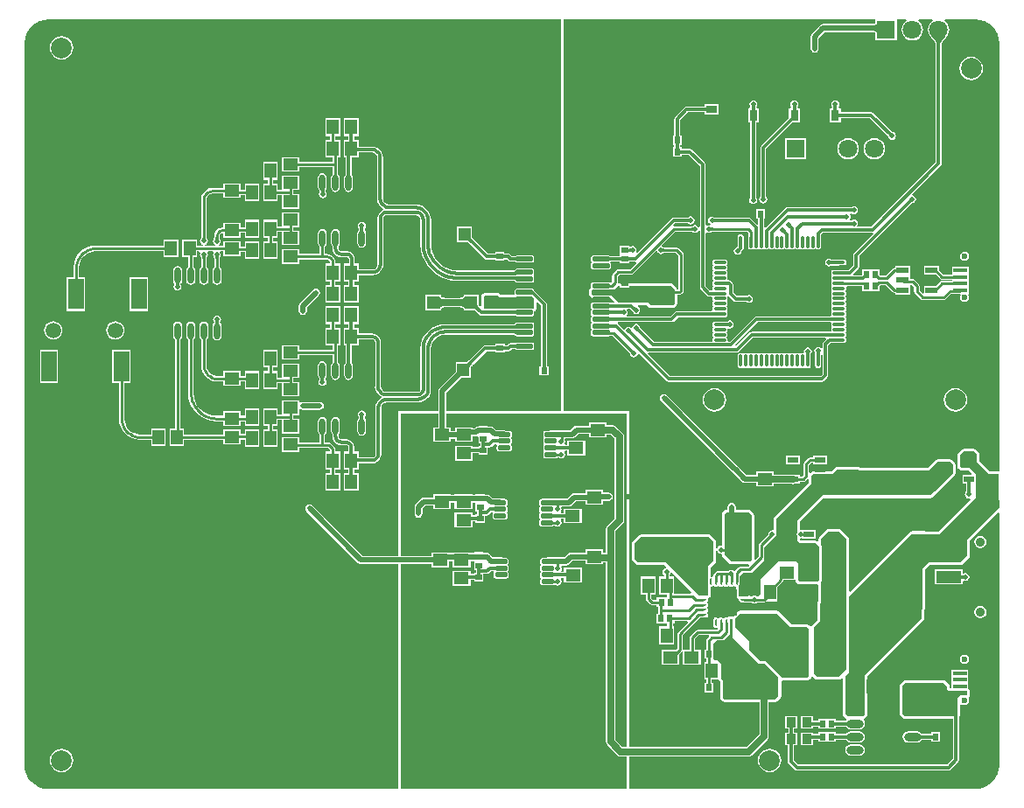
<source format=gtl>
G04*
G04 #@! TF.GenerationSoftware,Altium Limited,Altium Designer,19.0.4 (130)*
G04*
G04 Layer_Physical_Order=1*
G04 Layer_Color=255*
%FSLAX25Y25*%
%MOIN*%
G70*
G01*
G75*
%ADD12C,0.01000*%
%ADD15R,0.05906X0.16929*%
%ADD16R,0.05787X0.04567*%
%ADD17R,0.04567X0.05787*%
%ADD18R,0.03937X0.02362*%
%ADD19R,0.16929X0.05906*%
%ADD20R,0.02362X0.02559*%
%ADD21R,0.06614X0.06693*%
%ADD22R,0.09843X0.09843*%
G04:AMPARAMS|DCode=23|XSize=9.84mil|YSize=27.56mil|CornerRadius=2.46mil|HoleSize=0mil|Usage=FLASHONLY|Rotation=180.000|XOffset=0mil|YOffset=0mil|HoleType=Round|Shape=RoundedRectangle|*
%AMROUNDEDRECTD23*
21,1,0.00984,0.02264,0,0,180.0*
21,1,0.00492,0.02756,0,0,180.0*
1,1,0.00492,-0.00246,0.01132*
1,1,0.00492,0.00246,0.01132*
1,1,0.00492,0.00246,-0.01132*
1,1,0.00492,-0.00246,-0.01132*
%
%ADD23ROUNDEDRECTD23*%
G04:AMPARAMS|DCode=24|XSize=9.84mil|YSize=27.56mil|CornerRadius=2.46mil|HoleSize=0mil|Usage=FLASHONLY|Rotation=270.000|XOffset=0mil|YOffset=0mil|HoleType=Round|Shape=RoundedRectangle|*
%AMROUNDEDRECTD24*
21,1,0.00984,0.02264,0,0,270.0*
21,1,0.00492,0.02756,0,0,270.0*
1,1,0.00492,-0.01132,-0.00246*
1,1,0.00492,-0.01132,0.00246*
1,1,0.00492,0.01132,0.00246*
1,1,0.00492,0.01132,-0.00246*
%
%ADD24ROUNDEDRECTD24*%
G04:AMPARAMS|DCode=25|XSize=17.72mil|YSize=47.24mil|CornerRadius=4.43mil|HoleSize=0mil|Usage=FLASHONLY|Rotation=90.000|XOffset=0mil|YOffset=0mil|HoleType=Round|Shape=RoundedRectangle|*
%AMROUNDEDRECTD25*
21,1,0.01772,0.03839,0,0,90.0*
21,1,0.00886,0.04724,0,0,90.0*
1,1,0.00886,0.01919,0.00443*
1,1,0.00886,0.01919,-0.00443*
1,1,0.00886,-0.01919,-0.00443*
1,1,0.00886,-0.01919,0.00443*
%
%ADD25ROUNDEDRECTD25*%
%ADD26R,0.06181X0.07441*%
%ADD27R,0.02559X0.02362*%
%ADD28R,0.06693X0.06614*%
%ADD29R,0.03661X0.03858*%
%ADD30O,0.06496X0.03150*%
%ADD31R,0.09528X0.13031*%
%ADD32R,0.05315X0.01575*%
%ADD33R,0.05315X0.05906*%
%ADD34R,0.09646X0.04724*%
%ADD35R,0.04331X0.02362*%
%ADD36R,0.07087X0.04449*%
%ADD37R,0.05906X0.11811*%
%ADD38O,0.02362X0.06102*%
G04:AMPARAMS|DCode=39|XSize=17.72mil|YSize=64.96mil|CornerRadius=4.43mil|HoleSize=0mil|Usage=FLASHONLY|Rotation=270.000|XOffset=0mil|YOffset=0mil|HoleType=Round|Shape=RoundedRectangle|*
%AMROUNDEDRECTD39*
21,1,0.01772,0.05610,0,0,270.0*
21,1,0.00886,0.06496,0,0,270.0*
1,1,0.00886,-0.02805,-0.00443*
1,1,0.00886,-0.02805,0.00443*
1,1,0.00886,0.02805,0.00443*
1,1,0.00886,0.02805,-0.00443*
%
%ADD39ROUNDEDRECTD39*%
%ADD40R,0.03150X0.04331*%
%ADD41R,0.04331X0.03150*%
G04:AMPARAMS|DCode=42|XSize=11.81mil|YSize=47.24mil|CornerRadius=2.95mil|HoleSize=0mil|Usage=FLASHONLY|Rotation=0.000|XOffset=0mil|YOffset=0mil|HoleType=Round|Shape=RoundedRectangle|*
%AMROUNDEDRECTD42*
21,1,0.01181,0.04134,0,0,0.0*
21,1,0.00591,0.04724,0,0,0.0*
1,1,0.00591,0.00295,-0.02067*
1,1,0.00591,-0.00295,-0.02067*
1,1,0.00591,-0.00295,0.02067*
1,1,0.00591,0.00295,0.02067*
%
%ADD42ROUNDEDRECTD42*%
G04:AMPARAMS|DCode=43|XSize=11.81mil|YSize=47.24mil|CornerRadius=2.95mil|HoleSize=0mil|Usage=FLASHONLY|Rotation=90.000|XOffset=0mil|YOffset=0mil|HoleType=Round|Shape=RoundedRectangle|*
%AMROUNDEDRECTD43*
21,1,0.01181,0.04134,0,0,90.0*
21,1,0.00591,0.04724,0,0,90.0*
1,1,0.00591,0.02067,0.00295*
1,1,0.00591,0.02067,-0.00295*
1,1,0.00591,-0.02067,-0.00295*
1,1,0.00591,-0.02067,0.00295*
%
%ADD43ROUNDEDRECTD43*%
%ADD44R,0.04724X0.02362*%
%ADD81C,0.02362*%
%ADD86C,0.01200*%
%ADD87C,0.02000*%
%ADD88C,0.02500*%
%ADD89C,0.05000*%
%ADD90C,0.07874*%
%ADD91C,0.01181*%
%ADD92C,0.05906*%
%ADD93R,0.05906X0.05906*%
%ADD94C,0.07087*%
%ADD95R,0.07087X0.07087*%
%ADD96C,0.03543*%
%ADD97C,0.04921*%
%ADD98R,0.04921X0.04921*%
%ADD99R,0.04921X0.04921*%
%ADD100C,0.01968*%
G36*
X-47719Y-6271D02*
X-47739Y-6081D01*
X-47800Y-5911D01*
X-47900Y-5761D01*
X-48041Y-5631D01*
X-48222Y-5521D01*
X-48444Y-5431D01*
X-48705Y-5361D01*
X-49007Y-5311D01*
X-49349Y-5281D01*
X-49731Y-5271D01*
Y-3271D01*
X-49349Y-3261D01*
X-49007Y-3231D01*
X-48705Y-3181D01*
X-48444Y-3111D01*
X-48222Y-3021D01*
X-48041Y-2911D01*
X-47900Y-2781D01*
X-47800Y-2631D01*
X-47739Y-2461D01*
X-47719Y-2271D01*
Y-6271D01*
D02*
G37*
G36*
X-22077Y-7793D02*
X-22679Y-8482D01*
X-22923Y-8809D01*
X-23130Y-9124D01*
X-23299Y-9427D01*
X-23431Y-9718D01*
X-23525Y-9996D01*
X-23581Y-10263D01*
X-23600Y-10518D01*
X-24800D01*
X-24819Y-10263D01*
X-24875Y-9996D01*
X-24969Y-9718D01*
X-25101Y-9427D01*
X-25270Y-9124D01*
X-25477Y-8809D01*
X-25721Y-8482D01*
X-26323Y-7793D01*
X-26680Y-7430D01*
X-21720D01*
X-22077Y-7793D01*
D02*
G37*
G36*
X-8246Y-1180D02*
X-6558Y-1691D01*
X-5004Y-2522D01*
X-3641Y-3641D01*
X-2522Y-5004D01*
X-1691Y-6558D01*
X-1180Y-8246D01*
X-1011Y-9957D01*
X-1020Y-10000D01*
Y-173132D01*
X-1200Y-173280D01*
X-4584D01*
X-8580Y-169371D01*
Y-166800D01*
X-8658Y-166410D01*
X-8879Y-166079D01*
X-9979Y-164979D01*
X-10310Y-164758D01*
X-10700Y-164680D01*
X-14700D01*
X-15090Y-164758D01*
X-15421Y-164979D01*
X-16621Y-166179D01*
X-16842Y-166510D01*
X-16920Y-166900D01*
Y-171400D01*
X-16842Y-171790D01*
X-16621Y-172121D01*
X-16021Y-172721D01*
X-15690Y-172942D01*
X-15300Y-173020D01*
X-12822D01*
X-11645Y-174197D01*
X-11836Y-174659D01*
X-15144D01*
Y-178021D01*
X-13797D01*
Y-180645D01*
X-13817Y-180692D01*
X-13818Y-180795D01*
X-13824Y-180965D01*
X-13835Y-181086D01*
X-13839Y-181114D01*
X-13842Y-181126D01*
X-13848Y-181146D01*
X-13848Y-181150D01*
X-14074Y-181488D01*
X-14189Y-182067D01*
X-14074Y-182646D01*
X-13746Y-183137D01*
X-13255Y-183465D01*
X-12676Y-183580D01*
X-12243Y-183494D01*
X-11993Y-183951D01*
X-24362Y-196320D01*
X-34275Y-196081D01*
X-34288Y-196083D01*
X-34300Y-196080D01*
X-34483Y-196117D01*
X-34667Y-196149D01*
X-34678Y-196156D01*
X-34690Y-196158D01*
X-34846Y-196262D01*
X-35003Y-196362D01*
X-35011Y-196372D01*
X-35021Y-196379D01*
X-57819Y-219177D01*
X-58280Y-218985D01*
Y-199100D01*
X-58358Y-198710D01*
X-58579Y-198379D01*
X-61379Y-195579D01*
X-61710Y-195358D01*
X-62100Y-195280D01*
X-66164D01*
X-66554Y-195358D01*
X-66885Y-195579D01*
X-69584Y-198277D01*
X-69805Y-198608D01*
X-69882Y-198998D01*
Y-199821D01*
X-70344Y-200012D01*
X-70377Y-199979D01*
X-70708Y-199758D01*
X-71098Y-199680D01*
X-76678D01*
X-76931Y-199427D01*
X-76895Y-198933D01*
X-76522Y-198714D01*
X-76056Y-198908D01*
Y-198908D01*
X-71119D01*
Y-195546D01*
X-76056D01*
Y-195546D01*
X-76522Y-195739D01*
X-76947Y-195491D01*
Y-192396D01*
X-67978Y-183427D01*
X-46612Y-183427D01*
X-27200D01*
X-26810Y-183350D01*
X-26479Y-183129D01*
X-26479Y-183129D01*
X-25079Y-181729D01*
X-18079Y-174729D01*
X-17858Y-174398D01*
X-17780Y-174008D01*
Y-170508D01*
X-17858Y-170118D01*
X-18079Y-169787D01*
X-18879Y-168987D01*
X-19210Y-168766D01*
X-19600Y-168688D01*
X-24600D01*
X-24990Y-168766D01*
X-25321Y-168987D01*
X-28222Y-171888D01*
X-31098D01*
X-53976Y-171790D01*
X-53979Y-171787D01*
X-54310Y-171566D01*
X-54700Y-171488D01*
X-62800D01*
X-63190Y-171566D01*
X-63521Y-171787D01*
X-65022Y-173288D01*
X-72100D01*
X-72490Y-173366D01*
X-72821Y-173587D01*
X-73002Y-173768D01*
X-73502Y-173561D01*
Y-170844D01*
X-72646Y-169988D01*
X-72069D01*
Y-170530D01*
X-66738D01*
Y-167168D01*
X-72069D01*
Y-167949D01*
X-73068D01*
X-73459Y-168026D01*
X-73789Y-168247D01*
X-75242Y-169700D01*
X-75463Y-170031D01*
X-75541Y-170421D01*
Y-174599D01*
X-76252Y-175310D01*
X-76974D01*
Y-174648D01*
X-78971D01*
X-79025Y-174612D01*
X-79708Y-174476D01*
X-86876D01*
Y-173310D01*
X-93663D01*
Y-174564D01*
X-97374D01*
X-100722Y-171216D01*
X-100739Y-171204D01*
X-100760Y-171183D01*
X-100771Y-171166D01*
X-127719Y-144219D01*
X-128215Y-143887D01*
X-128800Y-143771D01*
X-129385Y-143887D01*
X-129881Y-144219D01*
X-130213Y-144715D01*
X-130329Y-145300D01*
X-130213Y-145885D01*
X-129881Y-146381D01*
X-102949Y-173314D01*
X-102937Y-173331D01*
X-102887Y-173381D01*
X-102870Y-173393D01*
X-99089Y-177174D01*
X-98592Y-177506D01*
X-98007Y-177622D01*
X-93663D01*
Y-178876D01*
X-86876D01*
Y-178044D01*
X-79986D01*
X-79639Y-178113D01*
X-79121Y-178010D01*
X-76974D01*
Y-177349D01*
X-75829D01*
X-75439Y-177271D01*
X-75108Y-177050D01*
X-74220Y-176161D01*
X-73720Y-176368D01*
Y-177685D01*
X-86683Y-190649D01*
X-86904Y-190980D01*
X-86981Y-191370D01*
X-86981Y-195293D01*
X-87481Y-195703D01*
X-87566Y-195687D01*
X-88145Y-195802D01*
X-88636Y-196130D01*
X-88964Y-196621D01*
X-89079Y-197200D01*
X-89068Y-197260D01*
X-92421Y-200613D01*
X-92642Y-200944D01*
X-92720Y-201334D01*
Y-205603D01*
X-93947Y-206830D01*
X-94447Y-206623D01*
Y-189866D01*
X-94525Y-189476D01*
X-94746Y-189146D01*
X-95698Y-188193D01*
X-96029Y-187972D01*
X-96419Y-187894D01*
X-101467D01*
Y-186759D01*
X-101583Y-186173D01*
X-101915Y-185677D01*
X-102411Y-185346D01*
X-102996Y-185229D01*
X-103581Y-185346D01*
X-104077Y-185677D01*
X-104409Y-186173D01*
X-104525Y-186759D01*
Y-187894D01*
X-105114D01*
X-105504Y-187972D01*
X-105835Y-188193D01*
X-106521Y-188879D01*
X-106742Y-189210D01*
X-106820Y-189600D01*
Y-201357D01*
X-107100Y-201587D01*
X-107679Y-201702D01*
X-108170Y-202030D01*
X-108498Y-202521D01*
X-108995Y-202454D01*
Y-199900D01*
X-109072Y-199510D01*
X-109293Y-199179D01*
X-110836Y-197637D01*
X-111167Y-197416D01*
X-111557Y-197338D01*
X-111770Y-197380D01*
X-137600D01*
X-137990Y-197458D01*
X-138321Y-197679D01*
X-140700Y-200058D01*
X-140921Y-200389D01*
X-140999Y-200779D01*
Y-206600D01*
X-140921Y-206990D01*
X-140700Y-207321D01*
X-139328Y-208694D01*
X-138997Y-208914D01*
X-138607Y-208992D01*
X-128606D01*
X-127880Y-209718D01*
X-128045Y-210260D01*
X-128358Y-210323D01*
X-128849Y-210651D01*
X-129177Y-211142D01*
X-129293Y-211721D01*
X-129177Y-212300D01*
X-128849Y-212791D01*
X-128799Y-212825D01*
Y-213414D01*
X-130563D01*
Y-220201D01*
X-127503D01*
Y-221359D01*
X-128148D01*
Y-221359D01*
X-131511D01*
Y-222119D01*
X-133039D01*
X-133680Y-221478D01*
Y-220201D01*
X-132004D01*
Y-213414D01*
X-137571D01*
Y-220201D01*
X-135720D01*
Y-221900D01*
X-135642Y-222290D01*
X-135421Y-222621D01*
X-134182Y-223860D01*
X-133852Y-224081D01*
X-133461Y-224158D01*
X-131511D01*
Y-224918D01*
X-130863D01*
Y-227578D01*
X-131538D01*
Y-231137D01*
X-128176D01*
Y-231137D01*
X-127503D01*
Y-232405D01*
X-130592D01*
Y-239192D01*
X-125025D01*
Y-232405D01*
X-125464D01*
Y-231137D01*
X-124829D01*
Y-230377D01*
X-120007D01*
X-119800Y-230877D01*
X-123425Y-234502D01*
X-123646Y-234833D01*
X-123724Y-235223D01*
Y-240678D01*
X-124385Y-241339D01*
X-129730D01*
Y-246906D01*
X-122943D01*
Y-242781D01*
X-122081Y-241919D01*
X-121698Y-242024D01*
X-121581Y-242108D01*
Y-246906D01*
X-114793D01*
Y-241339D01*
X-117080D01*
Y-237122D01*
X-115678Y-235720D01*
X-111777D01*
X-111570Y-236220D01*
X-112508Y-237158D01*
X-112729Y-237489D01*
X-112807Y-237879D01*
Y-241128D01*
X-113468D01*
Y-244687D01*
X-112757D01*
Y-245914D01*
X-113475D01*
Y-252701D01*
X-112757D01*
Y-253928D01*
X-113368D01*
Y-257487D01*
X-110006D01*
Y-253928D01*
X-110718D01*
Y-252701D01*
X-107908D01*
X-107722Y-252887D01*
X-107721Y-252888D01*
X-107281Y-253328D01*
Y-259475D01*
X-107281Y-259476D01*
X-107204Y-259866D01*
X-106983Y-260196D01*
X-106359Y-260821D01*
X-106028Y-261042D01*
X-105638Y-261120D01*
X-92471D01*
Y-273473D01*
X-97414Y-278416D01*
X-142000D01*
Y-150300D01*
X-166900D01*
X-166900Y-1020D01*
X-48243D01*
Y-2188D01*
X-48257Y-2214D01*
X-48271Y-2340D01*
X-48287Y-2386D01*
X-48314Y-2426D01*
X-48368Y-2476D01*
X-48466Y-2536D01*
X-48616Y-2597D01*
X-48820Y-2651D01*
X-49075Y-2694D01*
X-49380Y-2720D01*
X-49745Y-2730D01*
X-49771Y-2741D01*
X-68171D01*
X-68756Y-2858D01*
X-69252Y-3189D01*
X-72481Y-6419D01*
X-72813Y-6915D01*
X-72929Y-7500D01*
Y-12100D01*
X-72813Y-12685D01*
X-72481Y-13181D01*
X-71985Y-13513D01*
X-71400Y-13629D01*
X-70815Y-13513D01*
X-70319Y-13181D01*
X-69987Y-12685D01*
X-69871Y-12100D01*
Y-8134D01*
X-67537Y-5800D01*
X-49771D01*
X-49745Y-5812D01*
X-49380Y-5821D01*
X-49075Y-5848D01*
X-48820Y-5891D01*
X-48616Y-5945D01*
X-48466Y-6006D01*
X-48368Y-6065D01*
X-48314Y-6115D01*
X-48287Y-6156D01*
X-48271Y-6202D01*
X-48257Y-6328D01*
X-48243Y-6354D01*
Y-8943D01*
X-40157D01*
Y-1020D01*
X-36606D01*
X-36436Y-1520D01*
X-37084Y-2016D01*
X-37732Y-2861D01*
X-38139Y-3844D01*
X-38278Y-4900D01*
X-38139Y-5956D01*
X-37732Y-6939D01*
X-37084Y-7784D01*
X-36239Y-8432D01*
X-35256Y-8839D01*
X-34200Y-8978D01*
X-33145Y-8839D01*
X-32161Y-8432D01*
X-31316Y-7784D01*
X-30668Y-6939D01*
X-30261Y-5956D01*
X-30122Y-4900D01*
X-30261Y-3844D01*
X-30668Y-2861D01*
X-31316Y-2016D01*
X-31964Y-1520D01*
X-31794Y-1020D01*
X-26606D01*
X-26436Y-1520D01*
X-27084Y-2016D01*
X-27732Y-2861D01*
X-28139Y-3844D01*
X-28278Y-4900D01*
X-28139Y-5956D01*
X-27732Y-6939D01*
X-27084Y-7784D01*
X-27073Y-7792D01*
X-27066Y-7810D01*
X-26720Y-8161D01*
X-26142Y-8823D01*
X-25920Y-9120D01*
X-25733Y-9405D01*
X-25585Y-9671D01*
X-25473Y-9916D01*
X-25398Y-10139D01*
X-25356Y-10339D01*
X-25340Y-10558D01*
X-25321Y-10594D01*
Y-55435D01*
X-49965Y-80078D01*
X-54968D01*
X-55235Y-79578D01*
X-55102Y-79379D01*
X-54987Y-78800D01*
X-55102Y-78221D01*
X-55430Y-77730D01*
X-55921Y-77402D01*
X-56500Y-77287D01*
X-57079Y-77402D01*
X-57413Y-77625D01*
X-57885Y-77642D01*
X-58127Y-77229D01*
X-58142Y-77178D01*
X-58130Y-77170D01*
X-57802Y-76679D01*
X-57687Y-76100D01*
X-57802Y-75521D01*
X-57935Y-75322D01*
X-57935Y-75304D01*
X-57869Y-75117D01*
X-57651Y-74847D01*
X-57602Y-74848D01*
X-57481Y-74859D01*
X-57453Y-74864D01*
X-57440Y-74867D01*
X-57421Y-74873D01*
X-57417Y-74872D01*
X-57079Y-75098D01*
X-56500Y-75213D01*
X-55921Y-75098D01*
X-55430Y-74770D01*
X-55102Y-74279D01*
X-54987Y-73700D01*
X-55102Y-73121D01*
X-55430Y-72630D01*
X-55921Y-72302D01*
X-56500Y-72187D01*
X-57079Y-72302D01*
X-57417Y-72527D01*
X-57421Y-72527D01*
X-57440Y-72533D01*
X-57453Y-72536D01*
X-57473Y-72539D01*
X-57778Y-72558D01*
X-57875Y-72559D01*
X-57921Y-72578D01*
X-81800D01*
X-82229Y-72664D01*
X-82593Y-72907D01*
X-82593Y-72907D01*
X-90106Y-80420D01*
X-90606Y-80213D01*
Y-76880D01*
X-90342D01*
Y-73321D01*
X-93704D01*
Y-76880D01*
X-92849D01*
Y-78902D01*
X-93349Y-79109D01*
X-95651Y-76807D01*
X-96015Y-76564D01*
X-96444Y-76478D01*
X-96444Y-76478D01*
X-109079D01*
X-109125Y-76459D01*
X-109228Y-76458D01*
X-109398Y-76452D01*
X-109519Y-76441D01*
X-109547Y-76436D01*
X-109560Y-76433D01*
X-109579Y-76427D01*
X-109583Y-76428D01*
X-109921Y-76202D01*
X-110500Y-76087D01*
X-111079Y-76202D01*
X-111570Y-76530D01*
X-111898Y-77021D01*
X-112013Y-77600D01*
X-111898Y-78179D01*
X-111570Y-78670D01*
X-111079Y-78998D01*
X-111214Y-79463D01*
X-111600Y-79387D01*
X-112179Y-79502D01*
X-112378Y-79635D01*
X-112878Y-79368D01*
Y-56400D01*
X-112878Y-56400D01*
X-112964Y-55971D01*
X-113207Y-55607D01*
X-113207Y-55607D01*
X-118107Y-50707D01*
X-118471Y-50464D01*
X-118900Y-50378D01*
X-118900Y-50378D01*
X-122114D01*
Y-49720D01*
X-122674D01*
Y-48779D01*
X-122114D01*
Y-45220D01*
X-122674D01*
Y-39360D01*
X-119735Y-36422D01*
X-113402D01*
Y-37375D01*
X-108071D01*
Y-33225D01*
X-113402D01*
Y-34178D01*
X-120200D01*
X-120200Y-34178D01*
X-120629Y-34264D01*
X-120993Y-34507D01*
X-120993Y-34507D01*
X-124588Y-38102D01*
X-124831Y-38466D01*
X-124917Y-38895D01*
X-124917Y-38895D01*
Y-45220D01*
X-125476D01*
Y-48779D01*
X-124917D01*
Y-49720D01*
X-125476D01*
Y-53280D01*
X-122114D01*
Y-52622D01*
X-119365D01*
X-115122Y-56865D01*
Y-80046D01*
X-115585Y-80297D01*
X-115622Y-80291D01*
X-115930Y-79830D01*
X-116421Y-79502D01*
X-117000Y-79387D01*
X-117579Y-79502D01*
X-118004Y-79786D01*
X-118028Y-79794D01*
X-118045Y-79797D01*
X-118052Y-79802D01*
X-118061Y-79805D01*
X-118071Y-79814D01*
X-118086Y-79820D01*
X-118115Y-79828D01*
X-118157Y-79838D01*
X-118204Y-79845D01*
X-118358Y-79857D01*
X-118448Y-79859D01*
X-118497Y-79880D01*
X-125091D01*
X-125110Y-79861D01*
X-125335Y-79417D01*
X-124639Y-78722D01*
X-120021D01*
X-119975Y-78741D01*
X-119872Y-78742D01*
X-119702Y-78748D01*
X-119581Y-78759D01*
X-119553Y-78764D01*
X-119540Y-78767D01*
X-119521Y-78773D01*
X-119517Y-78772D01*
X-119179Y-78998D01*
X-118600Y-79113D01*
X-118021Y-78998D01*
X-117530Y-78670D01*
X-117202Y-78179D01*
X-117087Y-77600D01*
X-117202Y-77021D01*
X-117530Y-76530D01*
X-118021Y-76202D01*
X-118600Y-76087D01*
X-119179Y-76202D01*
X-119517Y-76428D01*
X-119521Y-76427D01*
X-119540Y-76433D01*
X-119553Y-76436D01*
X-119573Y-76439D01*
X-119878Y-76458D01*
X-119975Y-76459D01*
X-120021Y-76478D01*
X-125104D01*
X-125104Y-76478D01*
X-125533Y-76564D01*
X-125897Y-76807D01*
X-125897Y-76807D01*
X-138992Y-89902D01*
X-139380Y-89583D01*
X-139329Y-89506D01*
X-139214Y-88927D01*
X-139329Y-88348D01*
X-139657Y-87857D01*
X-140148Y-87529D01*
X-140727Y-87414D01*
X-141306Y-87529D01*
X-141520Y-87672D01*
X-142010Y-87420D01*
X-142011Y-87419D01*
X-142020Y-87385D01*
Y-87246D01*
X-145580D01*
Y-91148D01*
X-149345D01*
X-149348Y-91144D01*
X-149660Y-90935D01*
X-150028Y-90862D01*
X-155638D01*
X-156006Y-90935D01*
X-156318Y-91144D01*
X-156526Y-91455D01*
X-156599Y-91823D01*
Y-92709D01*
X-156526Y-93077D01*
X-156318Y-93389D01*
X-156451Y-93901D01*
X-156526Y-94014D01*
X-156599Y-94382D01*
Y-95268D01*
X-156526Y-95636D01*
X-156318Y-95948D01*
X-156006Y-96156D01*
X-155638Y-96229D01*
X-150028D01*
X-149660Y-96156D01*
X-149348Y-95948D01*
X-149140Y-95636D01*
X-149066Y-95268D01*
Y-94382D01*
X-149140Y-94014D01*
X-149222Y-93891D01*
X-148983Y-93391D01*
X-145580D01*
Y-93954D01*
X-142020D01*
Y-93395D01*
X-139777D01*
X-139777Y-93395D01*
X-139736Y-93387D01*
X-139489Y-93847D01*
X-141822Y-96180D01*
X-146193D01*
X-146583Y-96258D01*
X-146914Y-96479D01*
X-148221Y-97786D01*
X-148442Y-98117D01*
X-148520Y-98507D01*
Y-100880D01*
X-148860Y-101221D01*
X-149348Y-101380D01*
X-149660Y-101171D01*
X-150028Y-101098D01*
X-155638D01*
X-156006Y-101171D01*
X-156318Y-101380D01*
X-156526Y-101692D01*
X-156599Y-102059D01*
Y-102945D01*
X-156544Y-103227D01*
X-156621Y-103279D01*
X-157097Y-103755D01*
X-157318Y-104086D01*
X-157396Y-104476D01*
Y-105700D01*
X-157318Y-106090D01*
X-157097Y-106421D01*
X-156697Y-106821D01*
X-156367Y-107042D01*
X-155976Y-107120D01*
X-149222D01*
X-147746Y-108596D01*
X-147937Y-109058D01*
X-149347D01*
X-149348Y-109057D01*
X-149660Y-108849D01*
X-150028Y-108775D01*
X-155638D01*
X-156006Y-108849D01*
X-156318Y-109057D01*
X-156526Y-109369D01*
X-156599Y-109737D01*
Y-110623D01*
X-156526Y-110990D01*
X-156451Y-111103D01*
X-156359Y-111459D01*
X-156451Y-111815D01*
X-156526Y-111928D01*
X-156599Y-112296D01*
Y-113181D01*
X-156526Y-113549D01*
X-156318Y-113861D01*
Y-114175D01*
X-156526Y-114487D01*
X-156599Y-114855D01*
Y-115741D01*
X-156526Y-116109D01*
X-156451Y-116221D01*
X-156359Y-116577D01*
X-156451Y-116933D01*
X-156526Y-117046D01*
X-156599Y-117414D01*
Y-118300D01*
X-156526Y-118667D01*
X-156318Y-118979D01*
Y-119293D01*
X-156526Y-119605D01*
X-156599Y-119973D01*
Y-120859D01*
X-156526Y-121227D01*
X-156318Y-121538D01*
X-156006Y-121747D01*
X-155638Y-121820D01*
X-150028D01*
X-149660Y-121747D01*
X-149348Y-121538D01*
X-149346Y-121535D01*
X-148507D01*
X-142049Y-127993D01*
X-142031Y-128041D01*
X-141903Y-128179D01*
X-141865Y-128225D01*
X-141833Y-128270D01*
X-141810Y-128306D01*
X-141795Y-128332D01*
X-141789Y-128347D01*
X-141788Y-128360D01*
X-141784Y-128369D01*
X-141782Y-128377D01*
X-141773Y-128392D01*
X-141762Y-128414D01*
X-141662Y-128915D01*
X-141334Y-129406D01*
X-140843Y-129734D01*
X-140264Y-129850D01*
X-139685Y-129734D01*
X-139194Y-129406D01*
X-138866Y-128915D01*
X-138783Y-128499D01*
X-138339Y-128307D01*
X-138273Y-128302D01*
X-127782Y-138793D01*
X-127782Y-138793D01*
X-127418Y-139036D01*
X-126989Y-139122D01*
X-68669D01*
X-68669Y-139122D01*
X-68240Y-139036D01*
X-67876Y-138793D01*
X-66507Y-137424D01*
X-66507Y-137424D01*
X-66264Y-137060D01*
X-66178Y-136631D01*
Y-125165D01*
X-65315Y-124301D01*
X-62209D01*
X-62209Y-124301D01*
X-62084Y-124276D01*
X-60133D01*
X-59823Y-124214D01*
X-59560Y-124039D01*
X-59384Y-123776D01*
X-59322Y-123465D01*
Y-122875D01*
X-59384Y-122564D01*
X-59560Y-122301D01*
Y-122070D01*
X-59384Y-121807D01*
X-59322Y-121497D01*
Y-120906D01*
X-59384Y-120596D01*
X-59560Y-120333D01*
Y-120102D01*
X-59384Y-119839D01*
X-59322Y-119528D01*
Y-118938D01*
X-59384Y-118628D01*
X-59389Y-118620D01*
X-59519Y-118249D01*
X-59389Y-117877D01*
X-59384Y-117870D01*
X-59322Y-117560D01*
Y-116969D01*
X-59384Y-116659D01*
X-59560Y-116396D01*
Y-116165D01*
X-59384Y-115902D01*
X-59322Y-115591D01*
Y-115001D01*
X-59384Y-114690D01*
X-59560Y-114427D01*
Y-114196D01*
X-59384Y-113933D01*
X-59322Y-113623D01*
Y-113032D01*
X-59384Y-112722D01*
X-59389Y-112715D01*
X-59519Y-112343D01*
X-59389Y-111972D01*
X-59384Y-111965D01*
X-59322Y-111654D01*
Y-111064D01*
X-59384Y-110754D01*
X-59560Y-110490D01*
Y-110259D01*
X-59384Y-109996D01*
X-59322Y-109686D01*
Y-109095D01*
X-59384Y-108785D01*
X-59560Y-108522D01*
Y-108291D01*
X-59384Y-108028D01*
X-59322Y-107717D01*
Y-107127D01*
X-59384Y-106816D01*
X-59560Y-106553D01*
Y-106322D01*
X-59384Y-106059D01*
X-59322Y-105749D01*
Y-105158D01*
X-59384Y-104848D01*
X-59560Y-104585D01*
Y-104354D01*
X-59384Y-104091D01*
X-59322Y-103780D01*
Y-103190D01*
X-59353Y-103036D01*
X-59113Y-102629D01*
X-59012Y-102536D01*
X-53344D01*
Y-104480D01*
X-46635D01*
Y-102461D01*
X-46494Y-102320D01*
X-44322D01*
X-41819Y-104823D01*
X-41488Y-105044D01*
X-41098Y-105122D01*
X-40747D01*
Y-105810D01*
X-35023D01*
Y-102570D01*
X-35023Y-102448D01*
X-34883Y-102191D01*
X-34347Y-102139D01*
X-33520Y-102966D01*
Y-104700D01*
X-33442Y-105090D01*
X-33221Y-105421D01*
X-30921Y-107721D01*
X-30590Y-107942D01*
X-30200Y-108020D01*
X-22236D01*
X-21846Y-107942D01*
X-21515Y-107721D01*
X-19329Y-105535D01*
X-16224D01*
X-16125Y-105515D01*
X-15905D01*
X-15638Y-106015D01*
X-15846Y-106327D01*
X-15977Y-106983D01*
X-15846Y-107639D01*
X-15475Y-108195D01*
X-14919Y-108567D01*
X-14263Y-108697D01*
X-13607Y-108567D01*
X-13051Y-108195D01*
X-12679Y-107639D01*
X-12549Y-106983D01*
X-12679Y-106327D01*
X-12888Y-106015D01*
X-12779Y-105515D01*
X-12779D01*
X-12779Y-105515D01*
Y-102956D01*
Y-100397D01*
Y-97838D01*
Y-95263D01*
X-19094D01*
Y-98090D01*
X-22468D01*
X-23999Y-96559D01*
Y-94968D01*
X-29724D01*
Y-98330D01*
X-25112D01*
X-23611Y-99830D01*
X-23281Y-100051D01*
X-22891Y-100129D01*
X-19094D01*
Y-100649D01*
X-22869D01*
X-23259Y-100726D01*
X-23589Y-100948D01*
X-25090Y-102448D01*
X-29724D01*
Y-105327D01*
X-30224Y-105535D01*
X-31480Y-104278D01*
Y-102543D01*
X-31558Y-102153D01*
X-31779Y-101822D01*
X-33302Y-100300D01*
X-33633Y-100078D01*
X-34023Y-100001D01*
X-35023D01*
Y-98830D01*
X-35023Y-98708D01*
Y-98330D01*
X-35023Y-98208D01*
Y-94968D01*
X-40747D01*
Y-95728D01*
X-41047D01*
X-41437Y-95805D01*
X-41768Y-96026D01*
X-44270Y-98528D01*
X-46495D01*
X-46635Y-98388D01*
Y-96369D01*
X-53344D01*
Y-98244D01*
X-53527Y-98427D01*
X-56533D01*
X-56740Y-97926D01*
X-54807Y-95993D01*
X-54807Y-95993D01*
X-54564Y-95629D01*
X-54478Y-95200D01*
Y-91265D01*
X-34512Y-71298D01*
X-34465Y-71279D01*
X-34392Y-71207D01*
X-34267Y-71091D01*
X-34174Y-71013D01*
X-34151Y-70997D01*
X-34140Y-70990D01*
X-34122Y-70981D01*
X-34119Y-70977D01*
X-33721Y-70898D01*
X-33230Y-70570D01*
X-32902Y-70079D01*
X-32787Y-69500D01*
X-32902Y-68921D01*
X-33230Y-68430D01*
X-33721Y-68102D01*
X-34044Y-68037D01*
X-34212Y-67498D01*
X-23407Y-56693D01*
X-23407Y-56693D01*
X-23164Y-56329D01*
X-23078Y-55900D01*
Y-10594D01*
X-23060Y-10558D01*
X-23044Y-10339D01*
X-23002Y-10139D01*
X-22927Y-9916D01*
X-22816Y-9671D01*
X-22667Y-9405D01*
X-22480Y-9120D01*
X-22257Y-8823D01*
X-21680Y-8161D01*
X-21334Y-7810D01*
X-21327Y-7792D01*
X-21316Y-7784D01*
X-20668Y-6939D01*
X-20261Y-5956D01*
X-20122Y-4900D01*
X-20261Y-3844D01*
X-20668Y-2861D01*
X-21316Y-2016D01*
X-21964Y-1520D01*
X-21794Y-1020D01*
X-10000D01*
X-9957Y-1011D01*
X-8246Y-1180D01*
D02*
G37*
G36*
X-34310Y-70484D02*
X-34338Y-70488D01*
X-34371Y-70500D01*
X-34410Y-70521D01*
X-34455Y-70549D01*
X-34506Y-70586D01*
X-34624Y-70684D01*
X-34766Y-70815D01*
X-34845Y-70894D01*
X-35693Y-70045D01*
X-35616Y-69966D01*
X-35386Y-69706D01*
X-35349Y-69655D01*
X-35320Y-69610D01*
X-35300Y-69571D01*
X-35288Y-69538D01*
X-35284Y-69510D01*
X-34310Y-70484D01*
D02*
G37*
G36*
X-57203Y-74389D02*
X-57225Y-74372D01*
X-57257Y-74357D01*
X-57300Y-74344D01*
X-57352Y-74332D01*
X-57414Y-74322D01*
X-57567Y-74308D01*
X-57760Y-74301D01*
X-57871Y-74300D01*
Y-73100D01*
X-57760Y-73099D01*
X-57414Y-73078D01*
X-57352Y-73068D01*
X-57300Y-73056D01*
X-57257Y-73043D01*
X-57225Y-73028D01*
X-57203Y-73011D01*
Y-74389D01*
D02*
G37*
G36*
X-59903Y-76789D02*
X-59925Y-76772D01*
X-59957Y-76757D01*
X-60000Y-76744D01*
X-60052Y-76732D01*
X-60114Y-76722D01*
X-60267Y-76708D01*
X-60460Y-76701D01*
X-60571Y-76700D01*
Y-75500D01*
X-60460Y-75499D01*
X-60114Y-75478D01*
X-60052Y-75468D01*
X-60000Y-75456D01*
X-59957Y-75443D01*
X-59925Y-75428D01*
X-59903Y-75411D01*
Y-76789D01*
D02*
G37*
G36*
X-109775Y-76928D02*
X-109742Y-76943D01*
X-109700Y-76956D01*
X-109648Y-76968D01*
X-109587Y-76978D01*
X-109433Y-76992D01*
X-109240Y-76999D01*
X-109129Y-77000D01*
Y-78200D01*
X-109240Y-78201D01*
X-109587Y-78222D01*
X-109648Y-78232D01*
X-109700Y-78244D01*
X-109742Y-78257D01*
X-109775Y-78272D01*
X-109797Y-78289D01*
Y-76911D01*
X-109775Y-76928D01*
D02*
G37*
G36*
X-119303Y-78289D02*
X-119325Y-78272D01*
X-119358Y-78257D01*
X-119400Y-78244D01*
X-119452Y-78232D01*
X-119513Y-78222D01*
X-119667Y-78208D01*
X-119860Y-78201D01*
X-119971Y-78200D01*
Y-77000D01*
X-119860Y-76999D01*
X-119513Y-76978D01*
X-119452Y-76968D01*
X-119400Y-76956D01*
X-119358Y-76943D01*
X-119325Y-76928D01*
X-119303Y-76911D01*
Y-78289D01*
D02*
G37*
G36*
X-57203Y-79489D02*
X-57225Y-79472D01*
X-57257Y-79457D01*
X-57300Y-79444D01*
X-57352Y-79432D01*
X-57414Y-79422D01*
X-57567Y-79408D01*
X-57760Y-79401D01*
X-57871Y-79400D01*
Y-78200D01*
X-57760Y-78199D01*
X-57414Y-78178D01*
X-57352Y-78168D01*
X-57300Y-78156D01*
X-57257Y-78143D01*
X-57225Y-78128D01*
X-57203Y-78111D01*
Y-79489D01*
D02*
G37*
G36*
X-80412Y-79238D02*
X-80400Y-79271D01*
X-80379Y-79310D01*
X-80351Y-79355D01*
X-80314Y-79406D01*
X-80216Y-79524D01*
X-80085Y-79666D01*
X-80006Y-79745D01*
X-80855Y-80594D01*
X-80934Y-80515D01*
X-81194Y-80286D01*
X-81245Y-80249D01*
X-81290Y-80221D01*
X-81329Y-80200D01*
X-81362Y-80188D01*
X-81390Y-80184D01*
X-80416Y-79210D01*
X-80412Y-79238D01*
D02*
G37*
G36*
X-110856Y-80247D02*
X-110808Y-80279D01*
X-110753Y-80307D01*
X-110690Y-80332D01*
X-110621Y-80353D01*
X-110543Y-80370D01*
X-110459Y-80383D01*
X-110367Y-80392D01*
X-110162Y-80400D01*
Y-81400D01*
X-110268Y-81402D01*
X-110459Y-81417D01*
X-110543Y-81430D01*
X-110621Y-81447D01*
X-110690Y-81468D01*
X-110753Y-81493D01*
X-110808Y-81521D01*
X-110856Y-81553D01*
X-110897Y-81589D01*
Y-80211D01*
X-110856Y-80247D01*
D02*
G37*
G36*
X-117703Y-81589D02*
X-117744Y-81553D01*
X-117792Y-81521D01*
X-117847Y-81493D01*
X-117910Y-81468D01*
X-117979Y-81447D01*
X-118057Y-81430D01*
X-118141Y-81417D01*
X-118233Y-81408D01*
X-118438Y-81400D01*
Y-80400D01*
X-118332Y-80398D01*
X-118141Y-80383D01*
X-118057Y-80370D01*
X-117979Y-80353D01*
X-117910Y-80332D01*
X-117847Y-80307D01*
X-117792Y-80279D01*
X-117744Y-80247D01*
X-117703Y-80211D01*
Y-81589D01*
D02*
G37*
G36*
X-96775Y-82367D02*
Y-85678D01*
X-96771Y-85698D01*
Y-87835D01*
X-96709Y-88146D01*
X-96533Y-88409D01*
X-96270Y-88585D01*
X-95960Y-88646D01*
X-95369D01*
X-95059Y-88585D01*
X-95052Y-88580D01*
X-94680Y-88449D01*
X-94309Y-88580D01*
X-94302Y-88585D01*
X-93991Y-88646D01*
X-93401D01*
X-93090Y-88585D01*
X-92827Y-88409D01*
X-92596D01*
X-92333Y-88585D01*
X-92023Y-88646D01*
X-91432D01*
X-91122Y-88585D01*
X-91115Y-88580D01*
X-90743Y-88449D01*
X-90372Y-88580D01*
X-90365Y-88585D01*
X-90054Y-88646D01*
X-89464D01*
X-89153Y-88585D01*
X-88890Y-88409D01*
X-88659D01*
X-88396Y-88585D01*
X-88086Y-88646D01*
X-87495D01*
X-87185Y-88585D01*
X-86922Y-88409D01*
X-86691D01*
X-86428Y-88585D01*
X-86117Y-88646D01*
X-85527D01*
X-85216Y-88585D01*
X-85209Y-88580D01*
X-84838Y-88449D01*
X-84466Y-88580D01*
X-84459Y-88585D01*
X-84149Y-88646D01*
X-83558D01*
X-83248Y-88585D01*
X-82985Y-88409D01*
X-82754D01*
X-82491Y-88585D01*
X-82180Y-88646D01*
X-81590D01*
X-81279Y-88585D01*
X-81272Y-88580D01*
X-80901Y-88449D01*
X-80529Y-88580D01*
X-80522Y-88585D01*
X-80212Y-88646D01*
X-79621D01*
X-79311Y-88585D01*
X-79048Y-88409D01*
X-78817D01*
X-78554Y-88585D01*
X-78243Y-88646D01*
X-77653D01*
X-77342Y-88585D01*
X-77079Y-88409D01*
X-76848D01*
X-76585Y-88585D01*
X-76275Y-88646D01*
X-75684D01*
X-75374Y-88585D01*
X-75367Y-88580D01*
X-74995Y-88449D01*
X-74624Y-88580D01*
X-74617Y-88585D01*
X-74306Y-88646D01*
X-73716D01*
X-73405Y-88585D01*
X-73142Y-88409D01*
X-72911D01*
X-72648Y-88585D01*
X-72338Y-88646D01*
X-71747D01*
X-71437Y-88585D01*
X-71174Y-88409D01*
X-70943D01*
X-70680Y-88585D01*
X-70369Y-88646D01*
X-69779D01*
X-69468Y-88585D01*
X-69205Y-88409D01*
X-69030Y-88146D01*
X-68968Y-87835D01*
Y-85884D01*
X-68943Y-85759D01*
Y-83029D01*
X-68235Y-82322D01*
X-49500D01*
X-49500Y-82322D01*
X-49394Y-82300D01*
X-49147Y-82761D01*
X-56393Y-90007D01*
X-56636Y-90371D01*
X-56722Y-90800D01*
X-56722Y-90800D01*
Y-94735D01*
X-58444Y-96458D01*
X-62200D01*
X-62278Y-96473D01*
X-64267D01*
X-64577Y-96535D01*
X-64840Y-96711D01*
X-65016Y-96974D01*
X-65078Y-97284D01*
Y-97875D01*
X-65016Y-98185D01*
X-65011Y-98192D01*
X-64881Y-98564D01*
X-65011Y-98935D01*
X-65016Y-98943D01*
X-65078Y-99253D01*
Y-99843D01*
X-65016Y-100154D01*
X-64840Y-100417D01*
Y-100648D01*
X-65016Y-100911D01*
X-65078Y-101221D01*
Y-101812D01*
X-65016Y-102122D01*
X-65011Y-102129D01*
X-64881Y-102501D01*
X-65011Y-102872D01*
X-65016Y-102880D01*
X-65078Y-103190D01*
Y-103780D01*
X-65016Y-104091D01*
X-64840Y-104354D01*
Y-104585D01*
X-65016Y-104848D01*
X-65078Y-105158D01*
Y-105749D01*
X-65016Y-106059D01*
X-64840Y-106322D01*
Y-106553D01*
X-65016Y-106816D01*
X-65078Y-107127D01*
Y-107717D01*
X-65016Y-108028D01*
X-64840Y-108291D01*
Y-108522D01*
X-65016Y-108785D01*
X-65078Y-109095D01*
Y-109686D01*
X-65016Y-109996D01*
X-64840Y-110259D01*
Y-110490D01*
X-65016Y-110754D01*
X-65078Y-111064D01*
Y-111654D01*
X-65016Y-111965D01*
X-65011Y-111972D01*
X-64881Y-112343D01*
X-65011Y-112715D01*
X-65016Y-112722D01*
X-65078Y-113032D01*
Y-113623D01*
X-65067Y-113674D01*
X-65410Y-114174D01*
X-93596D01*
X-94025Y-114260D01*
X-94389Y-114503D01*
X-94389Y-114503D01*
X-103725Y-123839D01*
X-104162D01*
X-104598Y-123465D01*
Y-122875D01*
X-104659Y-122564D01*
X-104835Y-122301D01*
Y-122070D01*
X-104659Y-121807D01*
X-104598Y-121497D01*
Y-120906D01*
X-104659Y-120596D01*
X-104835Y-120333D01*
Y-120102D01*
X-104659Y-119839D01*
X-104598Y-119528D01*
Y-119051D01*
X-104478Y-118905D01*
X-104373Y-118817D01*
X-104137Y-118691D01*
X-103700Y-118778D01*
X-103121Y-118663D01*
X-102630Y-118335D01*
X-102302Y-117844D01*
X-102187Y-117265D01*
X-102302Y-116685D01*
X-102630Y-116194D01*
X-103121Y-115866D01*
X-103700Y-115751D01*
X-104279Y-115866D01*
X-104617Y-116092D01*
X-104621Y-116092D01*
X-104640Y-116098D01*
X-104653Y-116101D01*
X-104673Y-116104D01*
X-104978Y-116123D01*
X-105075Y-116123D01*
X-105122Y-116143D01*
X-107476D01*
X-107553Y-116158D01*
X-109543D01*
X-109853Y-116220D01*
X-110116Y-116396D01*
X-110292Y-116659D01*
X-110353Y-116969D01*
Y-117560D01*
X-110292Y-117870D01*
X-110287Y-117877D01*
X-110157Y-118249D01*
X-110287Y-118620D01*
X-110292Y-118628D01*
X-110353Y-118938D01*
Y-119528D01*
X-110292Y-119839D01*
X-110116Y-120102D01*
Y-120333D01*
X-110292Y-120596D01*
X-110353Y-120906D01*
Y-121497D01*
X-110292Y-121807D01*
X-110116Y-122070D01*
Y-122301D01*
X-110292Y-122564D01*
X-110353Y-122875D01*
Y-123465D01*
X-110789Y-123839D01*
X-132473D01*
X-137602Y-118710D01*
X-137621Y-118663D01*
X-137693Y-118589D01*
X-137809Y-118465D01*
X-137887Y-118371D01*
X-137903Y-118348D01*
X-137910Y-118338D01*
X-137919Y-118320D01*
X-137923Y-118317D01*
X-138002Y-117919D01*
X-138330Y-117428D01*
X-138821Y-117099D01*
X-139400Y-116984D01*
X-139979Y-117099D01*
X-140470Y-117428D01*
X-140798Y-117919D01*
X-140856Y-118211D01*
X-141393Y-118454D01*
X-141621Y-118302D01*
X-142200Y-118187D01*
X-142779Y-118302D01*
X-143270Y-118630D01*
X-143557Y-119059D01*
X-144009Y-119245D01*
X-144061Y-119261D01*
X-146259Y-117064D01*
X-146475Y-116919D01*
X-146323Y-116419D01*
X-125898D01*
X-125898Y-116419D01*
X-125469Y-116334D01*
X-125105Y-116091D01*
X-123463Y-114449D01*
X-107476D01*
X-107398Y-114434D01*
X-105409D01*
X-105098Y-114372D01*
X-104835Y-114196D01*
X-104659Y-113933D01*
X-104598Y-113623D01*
Y-113032D01*
X-104659Y-112722D01*
X-104664Y-112715D01*
X-104795Y-112343D01*
X-104664Y-111972D01*
X-104659Y-111965D01*
X-104598Y-111654D01*
Y-111064D01*
X-104659Y-110754D01*
X-104835Y-110490D01*
Y-110259D01*
X-104659Y-109996D01*
X-104598Y-109686D01*
Y-109095D01*
X-104659Y-108785D01*
X-104664Y-108778D01*
X-104795Y-108406D01*
X-104664Y-108035D01*
X-104659Y-108028D01*
X-104598Y-107717D01*
Y-107127D01*
X-104659Y-106816D01*
X-104702Y-106752D01*
X-104619Y-106606D01*
X-104326Y-106543D01*
X-104030Y-106556D01*
X-102256Y-108330D01*
X-102256Y-108330D01*
X-101892Y-108573D01*
X-101463Y-108659D01*
X-97821D01*
X-97775Y-108678D01*
X-97672Y-108679D01*
X-97502Y-108685D01*
X-97381Y-108696D01*
X-97353Y-108701D01*
X-97340Y-108704D01*
X-97321Y-108710D01*
X-97317Y-108710D01*
X-96979Y-108935D01*
X-96400Y-109050D01*
X-95821Y-108935D01*
X-95330Y-108607D01*
X-95002Y-108116D01*
X-94887Y-107537D01*
X-95002Y-106958D01*
X-95330Y-106467D01*
X-95821Y-106139D01*
X-96400Y-106024D01*
X-96979Y-106139D01*
X-97317Y-106365D01*
X-97321Y-106364D01*
X-97340Y-106370D01*
X-97353Y-106373D01*
X-97373Y-106376D01*
X-97678Y-106395D01*
X-97775Y-106396D01*
X-97821Y-106415D01*
X-100998D01*
X-102178Y-105235D01*
Y-102300D01*
X-102178Y-102300D01*
X-102264Y-101871D01*
X-102507Y-101507D01*
X-102507Y-101507D01*
X-103281Y-100733D01*
X-103645Y-100490D01*
X-104074Y-100404D01*
X-104074Y-100404D01*
X-104272D01*
X-104610Y-99904D01*
X-104598Y-99843D01*
Y-99253D01*
X-104659Y-98943D01*
X-104664Y-98935D01*
X-104795Y-98564D01*
X-104664Y-98192D01*
X-104659Y-98185D01*
X-104598Y-97875D01*
Y-97284D01*
X-104659Y-96974D01*
X-104835Y-96711D01*
Y-96480D01*
X-104659Y-96217D01*
X-104598Y-95906D01*
Y-95316D01*
X-104659Y-95006D01*
X-104835Y-94742D01*
Y-94511D01*
X-104659Y-94248D01*
X-104598Y-93938D01*
Y-93347D01*
X-104659Y-93037D01*
X-104835Y-92774D01*
X-105098Y-92598D01*
X-105409Y-92536D01*
X-109543D01*
X-109853Y-92598D01*
X-110116Y-92774D01*
X-110292Y-93037D01*
X-110353Y-93347D01*
Y-93938D01*
X-110292Y-94248D01*
X-110116Y-94511D01*
Y-94742D01*
X-110292Y-95006D01*
X-110353Y-95316D01*
Y-95906D01*
X-110292Y-96217D01*
X-110116Y-96480D01*
Y-96711D01*
X-110292Y-96974D01*
X-110353Y-97284D01*
Y-97875D01*
X-110292Y-98185D01*
X-110287Y-98192D01*
X-110157Y-98564D01*
X-110287Y-98935D01*
X-110292Y-98943D01*
X-110353Y-99253D01*
Y-99843D01*
X-110292Y-100154D01*
X-110116Y-100417D01*
Y-100648D01*
X-110292Y-100911D01*
X-110353Y-101221D01*
Y-101812D01*
X-110292Y-102122D01*
X-110287Y-102129D01*
X-110157Y-102501D01*
X-110287Y-102872D01*
X-110292Y-102880D01*
X-110353Y-103190D01*
Y-103780D01*
X-110344Y-103826D01*
X-110690Y-104326D01*
X-111173D01*
X-112878Y-102620D01*
Y-82432D01*
X-112378Y-82165D01*
X-112179Y-82298D01*
X-111600Y-82413D01*
X-111021Y-82298D01*
X-110596Y-82014D01*
X-110572Y-82006D01*
X-110555Y-82003D01*
X-110548Y-81998D01*
X-110539Y-81995D01*
X-110529Y-81986D01*
X-110514Y-81980D01*
X-110485Y-81972D01*
X-110443Y-81962D01*
X-110396Y-81955D01*
X-110242Y-81943D01*
X-110152Y-81941D01*
X-110103Y-81920D01*
X-97222D01*
X-96775Y-82367D01*
D02*
G37*
G36*
X-115122Y-81754D02*
Y-103085D01*
X-115122Y-103085D01*
X-115036Y-103514D01*
X-114793Y-103878D01*
X-112431Y-106240D01*
X-112067Y-106483D01*
X-111638Y-106569D01*
X-111638Y-106569D01*
X-110682D01*
X-110342Y-107069D01*
X-110353Y-107127D01*
Y-107717D01*
X-110292Y-108028D01*
X-110287Y-108035D01*
X-110157Y-108406D01*
X-110287Y-108778D01*
X-110292Y-108785D01*
X-110353Y-109095D01*
Y-109686D01*
X-110292Y-109996D01*
X-110116Y-110259D01*
Y-110490D01*
X-110292Y-110754D01*
X-110353Y-111064D01*
Y-111654D01*
X-110343Y-111706D01*
X-110686Y-112206D01*
X-123927D01*
X-123928Y-112206D01*
X-124357Y-112291D01*
X-124721Y-112534D01*
X-124721Y-112534D01*
X-126362Y-114176D01*
X-142746D01*
X-142858Y-114016D01*
X-142967Y-113676D01*
X-142702Y-113279D01*
X-142587Y-112700D01*
X-142702Y-112121D01*
X-142915Y-111801D01*
X-142691Y-111301D01*
X-141667D01*
X-141203Y-111765D01*
X-141184Y-111811D01*
X-141040Y-111958D01*
X-140891Y-112118D01*
X-140845Y-112172D01*
X-140845Y-112172D01*
X-140845Y-112173D01*
X-140843Y-112174D01*
X-140832Y-112190D01*
X-140830Y-112191D01*
X-140798Y-112353D01*
X-140470Y-112844D01*
X-139979Y-113172D01*
X-139400Y-113287D01*
X-138821Y-113172D01*
X-138330Y-112844D01*
X-138002Y-112353D01*
X-137887Y-111774D01*
X-138002Y-111195D01*
X-138330Y-110704D01*
X-138756Y-110420D01*
X-138751Y-110162D01*
X-138672Y-109920D01*
X-135322D01*
X-134521Y-110721D01*
X-134190Y-110942D01*
X-133800Y-111020D01*
X-125500D01*
X-125110Y-110942D01*
X-124779Y-110721D01*
X-124079Y-110021D01*
X-123858Y-109690D01*
X-123780Y-109300D01*
Y-105805D01*
X-122786D01*
X-122396Y-105728D01*
X-122065Y-105507D01*
X-121479Y-104921D01*
X-121258Y-104590D01*
X-121180Y-104200D01*
Y-90632D01*
X-121258Y-90241D01*
X-121479Y-89911D01*
X-123184Y-88206D01*
X-123515Y-87985D01*
X-123905Y-87907D01*
X-128369D01*
X-128415Y-87886D01*
X-128603Y-87879D01*
X-128663Y-87873D01*
X-128716Y-87865D01*
X-128758Y-87855D01*
X-128787Y-87847D01*
X-128802Y-87841D01*
X-128812Y-87832D01*
X-128821Y-87829D01*
X-128829Y-87824D01*
X-128846Y-87821D01*
X-128869Y-87812D01*
X-129294Y-87529D01*
X-129532Y-87481D01*
X-129697Y-86939D01*
X-124678Y-81920D01*
X-118505D01*
X-118458Y-81941D01*
X-118271Y-81948D01*
X-118211Y-81954D01*
X-118157Y-81962D01*
X-118115Y-81972D01*
X-118086Y-81980D01*
X-118071Y-81986D01*
X-118061Y-81995D01*
X-118052Y-81998D01*
X-118045Y-82003D01*
X-118028Y-82006D01*
X-118004Y-82014D01*
X-117579Y-82298D01*
X-117000Y-82413D01*
X-116421Y-82298D01*
X-115930Y-81970D01*
X-115622Y-81509D01*
X-115585Y-81503D01*
X-115122Y-81754D01*
D02*
G37*
G36*
X-82612Y-81132D02*
X-82600Y-81166D01*
X-82579Y-81205D01*
X-82551Y-81250D01*
X-82514Y-81300D01*
X-82416Y-81419D01*
X-82284Y-81560D01*
X-82206Y-81639D01*
X-83055Y-82488D01*
X-83134Y-82410D01*
X-83394Y-82180D01*
X-83445Y-82144D01*
X-83490Y-82115D01*
X-83529Y-82095D01*
X-83562Y-82083D01*
X-83590Y-82079D01*
X-82616Y-81104D01*
X-82612Y-81132D01*
D02*
G37*
G36*
X-129130Y-88274D02*
X-129082Y-88306D01*
X-129026Y-88334D01*
X-128964Y-88359D01*
X-128894Y-88380D01*
X-128817Y-88397D01*
X-128732Y-88410D01*
X-128640Y-88419D01*
X-128435Y-88427D01*
Y-89427D01*
X-128541Y-89429D01*
X-128732Y-89444D01*
X-128817Y-89457D01*
X-128894Y-89474D01*
X-128964Y-89495D01*
X-129026Y-89519D01*
X-129082Y-89548D01*
X-129130Y-89580D01*
X-129170Y-89616D01*
Y-88238D01*
X-129130Y-88274D01*
D02*
G37*
G36*
X-141430Y-89616D02*
X-141470Y-89580D01*
X-141518Y-89548D01*
X-141574Y-89519D01*
X-141636Y-89495D01*
X-141706Y-89474D01*
X-141783Y-89457D01*
X-141868Y-89444D01*
X-141960Y-89434D01*
X-142165Y-89427D01*
Y-88427D01*
X-142059Y-88425D01*
X-141868Y-88410D01*
X-141783Y-88397D01*
X-141706Y-88380D01*
X-141636Y-88359D01*
X-141574Y-88334D01*
X-141518Y-88306D01*
X-141470Y-88274D01*
X-141430Y-88238D01*
Y-89616D01*
D02*
G37*
G36*
X-131319Y-89268D02*
X-131271Y-89506D01*
X-130943Y-89997D01*
X-130452Y-90325D01*
X-129873Y-90440D01*
X-129294Y-90325D01*
X-128869Y-90041D01*
X-128846Y-90033D01*
X-128829Y-90030D01*
X-128821Y-90025D01*
X-128812Y-90022D01*
X-128802Y-90013D01*
X-128787Y-90007D01*
X-128758Y-89998D01*
X-128716Y-89989D01*
X-128669Y-89982D01*
X-128515Y-89969D01*
X-128425Y-89968D01*
X-128376Y-89946D01*
X-124327D01*
X-123220Y-91054D01*
Y-103766D01*
X-123807D01*
X-123858Y-103510D01*
X-124079Y-103179D01*
X-125379Y-101879D01*
X-125710Y-101658D01*
X-126100Y-101580D01*
X-142020Y-101580D01*
X-142411Y-101658D01*
X-142741Y-101879D01*
X-142962Y-102210D01*
X-142996Y-102376D01*
X-144604D01*
X-144638Y-102210D01*
X-144859Y-101879D01*
X-145189Y-101658D01*
X-145580Y-101580D01*
X-146026D01*
X-146299Y-101413D01*
X-146480Y-101128D01*
Y-98929D01*
X-145771Y-98220D01*
X-141400D01*
X-141010Y-98142D01*
X-140679Y-97921D01*
X-131861Y-89103D01*
X-131319Y-89268D01*
D02*
G37*
G36*
X-97103Y-108226D02*
X-97125Y-108209D01*
X-97158Y-108194D01*
X-97200Y-108181D01*
X-97252Y-108169D01*
X-97313Y-108159D01*
X-97467Y-108145D01*
X-97660Y-108138D01*
X-97771Y-108137D01*
Y-106937D01*
X-97660Y-106936D01*
X-97313Y-106915D01*
X-97252Y-106905D01*
X-97200Y-106893D01*
X-97158Y-106880D01*
X-97125Y-106865D01*
X-97103Y-106848D01*
Y-108226D01*
D02*
G37*
G36*
X-145580Y-102600D02*
Y-103396D01*
X-142020D01*
Y-102600D01*
X-126100Y-102600D01*
X-124800Y-103900D01*
Y-109300D01*
X-125500Y-110000D01*
X-133800D01*
X-134900Y-108900D01*
X-146000D01*
X-148800Y-106100D01*
X-155976D01*
X-156376Y-105700D01*
Y-104476D01*
X-155900Y-104000D01*
X-147593Y-104000D01*
X-146193Y-102600D01*
X-145580D01*
D02*
G37*
G36*
X-140036Y-110496D02*
X-139830Y-110676D01*
X-139771Y-110718D01*
X-139718Y-110752D01*
X-139670Y-110778D01*
X-139627Y-110795D01*
X-139589Y-110803D01*
X-139557Y-110802D01*
X-140375Y-111911D01*
X-140381Y-111895D01*
X-140394Y-111872D01*
X-140417Y-111841D01*
X-140485Y-111759D01*
X-140649Y-111584D01*
X-140799Y-111432D01*
X-140115Y-110418D01*
X-140036Y-110496D01*
D02*
G37*
G36*
X-144789Y-113403D02*
X-144811Y-113387D01*
X-144843Y-113373D01*
X-144885Y-113360D01*
X-144937Y-113349D01*
X-144998Y-113340D01*
X-145151Y-113327D01*
X-145456Y-113319D01*
X-145485Y-112119D01*
X-145374Y-112118D01*
X-145028Y-112096D01*
X-144966Y-112085D01*
X-144914Y-112073D01*
X-144871Y-112059D01*
X-144839Y-112043D01*
X-144816Y-112025D01*
X-144789Y-113403D01*
D02*
G37*
G36*
X-104403Y-117954D02*
X-104425Y-117937D01*
X-104457Y-117921D01*
X-104500Y-117908D01*
X-104552Y-117897D01*
X-104613Y-117887D01*
X-104767Y-117873D01*
X-104960Y-117866D01*
X-105071Y-117865D01*
Y-116665D01*
X-104960Y-116664D01*
X-104613Y-116642D01*
X-104552Y-116632D01*
X-104500Y-116621D01*
X-104457Y-116608D01*
X-104425Y-116593D01*
X-104403Y-116576D01*
Y-117954D01*
D02*
G37*
G36*
X-138412Y-118535D02*
X-138400Y-118569D01*
X-138380Y-118608D01*
X-138351Y-118653D01*
X-138314Y-118704D01*
X-138216Y-118822D01*
X-138084Y-118963D01*
X-138006Y-119043D01*
X-138855Y-119891D01*
X-138934Y-119813D01*
X-139194Y-119584D01*
X-139245Y-119547D01*
X-139290Y-119518D01*
X-139329Y-119498D01*
X-139362Y-119486D01*
X-139390Y-119482D01*
X-138416Y-118508D01*
X-138412Y-118535D01*
D02*
G37*
G36*
X-141212Y-119738D02*
X-141200Y-119771D01*
X-141180Y-119810D01*
X-141151Y-119855D01*
X-141114Y-119906D01*
X-141016Y-120024D01*
X-140884Y-120166D01*
X-140806Y-120245D01*
X-141655Y-121094D01*
X-141734Y-121016D01*
X-141994Y-120786D01*
X-142045Y-120749D01*
X-142090Y-120721D01*
X-142129Y-120700D01*
X-142162Y-120688D01*
X-142190Y-120684D01*
X-141216Y-119710D01*
X-141212Y-119738D01*
D02*
G37*
G36*
X-65067Y-116918D02*
X-65078Y-116969D01*
Y-117560D01*
X-65016Y-117870D01*
X-65011Y-117877D01*
X-64881Y-118249D01*
X-65011Y-118620D01*
X-65016Y-118628D01*
X-65078Y-118938D01*
Y-119528D01*
X-65067Y-119580D01*
X-65410Y-120080D01*
X-95402D01*
X-95831Y-120165D01*
X-96195Y-120408D01*
X-96195Y-120408D01*
X-101238Y-125452D01*
X-101430Y-125423D01*
X-101606Y-124892D01*
X-93132Y-116418D01*
X-65410D01*
X-65067Y-116918D01*
D02*
G37*
G36*
X-67009Y-122823D02*
X-68093Y-123907D01*
X-68336Y-124271D01*
X-68422Y-124700D01*
X-68422Y-124700D01*
Y-126220D01*
X-68922Y-126371D01*
X-69004Y-126248D01*
X-69495Y-125920D01*
X-70074Y-125805D01*
X-70653Y-125920D01*
X-71144Y-126248D01*
X-71472Y-126739D01*
X-71587Y-127318D01*
X-71472Y-127897D01*
X-71246Y-128235D01*
X-71247Y-128239D01*
X-71241Y-128258D01*
X-71238Y-128271D01*
X-71235Y-128291D01*
X-71216Y-128596D01*
X-71215Y-128693D01*
X-71196Y-128740D01*
Y-131044D01*
X-71180Y-131122D01*
Y-133111D01*
X-71118Y-133421D01*
X-70943Y-133684D01*
X-70680Y-133860D01*
X-70369Y-133922D01*
X-69779D01*
X-69468Y-133860D01*
X-69205Y-133684D01*
X-69030Y-133421D01*
X-68968Y-133111D01*
Y-131122D01*
X-68953Y-131044D01*
Y-128870D01*
X-68922Y-128829D01*
X-68422Y-128993D01*
Y-136166D01*
X-69134Y-136878D01*
X-126524D01*
X-135021Y-128382D01*
X-134814Y-127882D01*
X-100961D01*
X-100961Y-127882D01*
X-100531Y-127797D01*
X-100168Y-127554D01*
X-94937Y-122323D01*
X-67216D01*
X-67009Y-122823D01*
D02*
G37*
G36*
X-363300Y-1020D02*
X-167920D01*
X-167920Y-150306D01*
X-211752Y-150306D01*
Y-143389D01*
X-205998Y-137635D01*
X-202239D01*
Y-134025D01*
X-202229Y-134009D01*
X-202239Y-133965D01*
Y-133964D01*
X-202222Y-133923D01*
X-202239Y-133881D01*
Y-133474D01*
X-202198Y-133402D01*
X-202088Y-133246D01*
X-201740Y-132836D01*
X-201514Y-132601D01*
X-201496Y-132556D01*
X-196408Y-127468D01*
X-193039D01*
Y-128028D01*
X-189480D01*
Y-127468D01*
X-187997D01*
X-187997Y-127468D01*
X-187568Y-127383D01*
X-187204Y-127139D01*
X-186720Y-126655D01*
X-185453D01*
X-185452Y-126657D01*
X-185140Y-126865D01*
X-184772Y-126938D01*
X-179162D01*
X-178794Y-126865D01*
X-178482Y-126657D01*
X-178274Y-126345D01*
X-178200Y-125977D01*
Y-125091D01*
X-178274Y-124723D01*
X-178482Y-124411D01*
X-178794Y-124203D01*
X-179162Y-124130D01*
X-184772D01*
X-185140Y-124203D01*
X-185452Y-124411D01*
X-185453Y-124412D01*
X-187185D01*
X-187614Y-124498D01*
X-187978Y-124741D01*
X-187978Y-124741D01*
X-188462Y-125225D01*
X-189480D01*
Y-124665D01*
X-193039D01*
Y-125225D01*
X-196872D01*
X-197302Y-125310D01*
X-197665Y-125553D01*
X-197666Y-125553D01*
X-203076Y-130964D01*
X-203120Y-130981D01*
X-203583Y-131411D01*
X-203766Y-131558D01*
X-203928Y-131672D01*
X-204000Y-131713D01*
X-204407D01*
X-204448Y-131696D01*
X-204490Y-131713D01*
X-204491D01*
X-204534Y-131703D01*
X-204551Y-131713D01*
X-208161D01*
Y-135472D01*
X-214363Y-141674D01*
X-214694Y-142170D01*
X-214810Y-142755D01*
Y-150306D01*
X-229982Y-150306D01*
Y-205503D01*
X-243534D01*
X-262719Y-186319D01*
X-263215Y-185987D01*
X-263800Y-185871D01*
X-264385Y-185987D01*
X-264881Y-186319D01*
X-265213Y-186815D01*
X-265329Y-187400D01*
X-265213Y-187985D01*
X-264881Y-188481D01*
X-245249Y-208114D01*
X-244753Y-208445D01*
X-244167Y-208562D01*
X-229982D01*
Y-294256D01*
X-362902D01*
X-362908Y-294256D01*
X-363400Y-294256D01*
X-363885Y-294221D01*
X-365155Y-294096D01*
X-366842Y-293584D01*
X-368396Y-292753D01*
X-369759Y-291635D01*
X-370878Y-290272D01*
X-371709Y-288717D01*
X-372220Y-287030D01*
X-372345Y-285761D01*
X-372380Y-285276D01*
X-372380D01*
X-372180Y-216003D01*
X-372181Y-216002D01*
X-372180Y-216000D01*
Y-31900D01*
X-372181Y-31898D01*
X-372180Y-31895D01*
X-372280Y-9995D01*
X-372289Y-9954D01*
X-372120Y-8246D01*
X-371609Y-6558D01*
X-370778Y-5004D01*
X-369659Y-3641D01*
X-368296Y-2522D01*
X-366742Y-1691D01*
X-365054Y-1180D01*
X-363343Y-1011D01*
X-363300Y-1020D01*
D02*
G37*
G36*
X-140851Y-127040D02*
X-140705Y-127164D01*
X-140636Y-127214D01*
X-140569Y-127257D01*
X-140505Y-127292D01*
X-140444Y-127318D01*
X-140384Y-127337D01*
X-140328Y-127349D01*
X-140274Y-127352D01*
X-141248Y-128326D01*
X-141251Y-128272D01*
X-141263Y-128216D01*
X-141282Y-128156D01*
X-141308Y-128095D01*
X-141343Y-128031D01*
X-141386Y-127964D01*
X-141436Y-127895D01*
X-141494Y-127823D01*
X-141634Y-127673D01*
X-140927Y-126966D01*
X-140851Y-127040D01*
D02*
G37*
G36*
X-69402Y-128043D02*
X-69417Y-128076D01*
X-69430Y-128118D01*
X-69442Y-128170D01*
X-69452Y-128232D01*
X-69466Y-128385D01*
X-69473Y-128578D01*
X-69474Y-128689D01*
X-70674D01*
X-70675Y-128578D01*
X-70696Y-128232D01*
X-70706Y-128170D01*
X-70718Y-128118D01*
X-70731Y-128076D01*
X-70746Y-128043D01*
X-70763Y-128021D01*
X-69385D01*
X-69402Y-128043D01*
D02*
G37*
G36*
X-201903Y-132225D02*
X-202142Y-132473D01*
X-202517Y-132915D01*
X-202654Y-133111D01*
X-202757Y-133289D01*
X-202826Y-133450D01*
X-202862Y-133594D01*
X-202863Y-133721D01*
X-202830Y-133830D01*
X-202763Y-133923D01*
X-204448Y-132237D01*
X-204356Y-132304D01*
X-204247Y-132337D01*
X-204120Y-132336D01*
X-203976Y-132300D01*
X-203815Y-132231D01*
X-203637Y-132128D01*
X-203441Y-131991D01*
X-203228Y-131820D01*
X-202751Y-131377D01*
X-201903Y-132225D01*
D02*
G37*
G36*
X-167290Y-151242D02*
X-166900Y-151320D01*
X-143020D01*
Y-278416D01*
X-144507D01*
X-147282Y-275640D01*
Y-206200D01*
Y-196086D01*
X-144509Y-193313D01*
X-144123Y-192734D01*
X-143987Y-192051D01*
X-143987Y-192051D01*
Y-159929D01*
X-144123Y-159246D01*
X-144509Y-158667D01*
X-144509Y-158667D01*
X-146915Y-156262D01*
X-147494Y-155875D01*
X-148176Y-155739D01*
X-150587D01*
Y-154712D01*
X-157375D01*
Y-155966D01*
X-162086D01*
X-162671Y-156082D01*
X-163167Y-156414D01*
X-164400Y-157647D01*
X-171923D01*
X-172508Y-157764D01*
X-172521Y-157772D01*
X-173842D01*
X-174210Y-157845D01*
X-174522Y-158054D01*
X-174730Y-158366D01*
X-174803Y-158734D01*
Y-159619D01*
X-174730Y-159987D01*
X-174522Y-160299D01*
Y-160613D01*
X-174730Y-160925D01*
X-174803Y-161293D01*
Y-162179D01*
X-174730Y-162546D01*
X-174522Y-162858D01*
X-174655Y-163371D01*
X-174730Y-163484D01*
X-174803Y-163852D01*
Y-164738D01*
X-174730Y-165105D01*
X-174522Y-165417D01*
X-174615Y-165870D01*
X-174730Y-166043D01*
X-174803Y-166411D01*
Y-167297D01*
X-174730Y-167665D01*
X-174522Y-167976D01*
X-174210Y-168185D01*
X-173842Y-168258D01*
X-170004D01*
X-169636Y-168185D01*
X-169418Y-168040D01*
X-168970Y-167870D01*
X-168479Y-168198D01*
X-167900Y-168313D01*
X-167321Y-168198D01*
X-166830Y-167870D01*
X-166502Y-167379D01*
X-166387Y-166800D01*
X-166502Y-166221D01*
X-166705Y-165916D01*
X-166468Y-165416D01*
X-165575D01*
Y-167187D01*
X-158787D01*
Y-161620D01*
X-165575D01*
Y-163173D01*
X-166364D01*
X-166631Y-162673D01*
X-166502Y-162479D01*
X-166387Y-161900D01*
X-166502Y-161321D01*
X-166579Y-161206D01*
X-166311Y-160706D01*
X-163767D01*
X-163182Y-160590D01*
X-162686Y-160258D01*
X-161452Y-159025D01*
X-157375D01*
Y-160279D01*
X-150587D01*
Y-159308D01*
X-148915D01*
X-147555Y-160668D01*
Y-191312D01*
X-150328Y-194086D01*
X-150715Y-194664D01*
X-150851Y-195347D01*
Y-204416D01*
X-151869D01*
Y-203049D01*
X-158657D01*
Y-204303D01*
X-164232D01*
X-164818Y-204419D01*
X-165314Y-204751D01*
X-166635Y-206072D01*
X-173105D01*
X-173690Y-206189D01*
X-173703Y-206197D01*
X-175024D01*
X-175392Y-206271D01*
X-175704Y-206479D01*
X-175912Y-206791D01*
X-175985Y-207159D01*
Y-208045D01*
X-175912Y-208413D01*
X-175704Y-208724D01*
Y-209038D01*
X-175912Y-209350D01*
X-175985Y-209718D01*
Y-210604D01*
X-175912Y-210972D01*
X-175837Y-211085D01*
X-175704Y-211597D01*
X-175912Y-211909D01*
X-175985Y-212277D01*
Y-213163D01*
X-175912Y-213531D01*
X-175704Y-213843D01*
X-175797Y-214295D01*
X-175912Y-214468D01*
X-175985Y-214836D01*
Y-215722D01*
X-175912Y-216090D01*
X-175704Y-216402D01*
X-175392Y-216610D01*
X-175024Y-216683D01*
X-171185D01*
X-170817Y-216610D01*
X-170786Y-216589D01*
X-170345Y-216349D01*
X-169854Y-216677D01*
X-169275Y-216792D01*
X-168696Y-216677D01*
X-168205Y-216349D01*
X-167877Y-215858D01*
X-167762Y-215279D01*
X-167877Y-214700D01*
X-168117Y-214341D01*
X-167948Y-213904D01*
X-167895Y-213841D01*
X-166857D01*
Y-215624D01*
X-160069D01*
Y-210057D01*
X-166857D01*
Y-211598D01*
X-167614D01*
X-167882Y-211098D01*
X-167802Y-210979D01*
X-167687Y-210400D01*
X-167802Y-209821D01*
X-167929Y-209631D01*
X-167661Y-209131D01*
X-166002D01*
X-165417Y-209015D01*
X-164920Y-208683D01*
X-163599Y-207362D01*
X-158657D01*
Y-208616D01*
X-151869D01*
Y-207984D01*
X-150851D01*
Y-276379D01*
X-150715Y-277062D01*
X-150328Y-277641D01*
X-146507Y-281462D01*
X-146507Y-281462D01*
X-145928Y-281849D01*
X-145246Y-281984D01*
X-145246Y-281984D01*
X-143020D01*
Y-294256D01*
X-228963D01*
Y-208562D01*
X-217457D01*
Y-209816D01*
X-210669D01*
Y-207478D01*
X-209257D01*
Y-209824D01*
X-202469D01*
Y-207478D01*
X-201143D01*
Y-210795D01*
X-200484D01*
Y-211763D01*
X-201143D01*
Y-212323D01*
X-202469D01*
Y-211265D01*
X-209257D01*
Y-216832D01*
X-202469D01*
Y-214566D01*
X-201143D01*
Y-215125D01*
X-197583D01*
Y-212401D01*
X-196172D01*
X-196172Y-212401D01*
X-195743Y-212315D01*
X-195379Y-212072D01*
X-194589Y-211282D01*
X-193781D01*
X-193548Y-211775D01*
X-193553Y-211796D01*
X-193629Y-211909D01*
X-193702Y-212277D01*
Y-213163D01*
X-193629Y-213531D01*
X-193420Y-213843D01*
X-193108Y-214051D01*
X-192741Y-214124D01*
X-188902D01*
X-188534Y-214051D01*
X-188222Y-213843D01*
X-188014Y-213531D01*
X-187941Y-213163D01*
Y-212277D01*
X-188014Y-211909D01*
X-188089Y-211796D01*
X-188181Y-211440D01*
X-188089Y-211085D01*
X-188014Y-210972D01*
X-187941Y-210604D01*
Y-209718D01*
X-188014Y-209350D01*
X-188222Y-209038D01*
Y-208724D01*
X-188014Y-208413D01*
X-187941Y-208045D01*
Y-207159D01*
X-188014Y-206791D01*
X-188222Y-206479D01*
X-188534Y-206271D01*
X-188902Y-206198D01*
X-190166D01*
X-190350Y-206075D01*
X-190935Y-205958D01*
X-193912D01*
X-195003Y-204867D01*
X-195500Y-204535D01*
X-196085Y-204419D01*
X-197583D01*
Y-204086D01*
X-201143D01*
Y-204419D01*
X-202469D01*
Y-204257D01*
X-209257D01*
Y-204419D01*
X-210669D01*
Y-204249D01*
X-217457D01*
Y-205503D01*
X-228963D01*
Y-151326D01*
X-214810Y-151326D01*
Y-156520D01*
X-216675D01*
Y-162087D01*
X-209887D01*
Y-160831D01*
X-208475D01*
Y-162083D01*
X-201687D01*
Y-159880D01*
X-200387D01*
X-199972Y-159798D01*
X-199472Y-160099D01*
Y-162531D01*
X-198814D01*
Y-163499D01*
X-199472D01*
Y-164059D01*
X-201687D01*
Y-163524D01*
X-208475D01*
Y-169091D01*
X-201687D01*
Y-166302D01*
X-199472D01*
Y-166862D01*
X-195913D01*
Y-164122D01*
X-195200D01*
X-195200Y-164122D01*
X-194771Y-164036D01*
X-194407Y-163793D01*
X-193471Y-162857D01*
X-192599D01*
X-192366Y-163349D01*
X-192371Y-163371D01*
X-192447Y-163484D01*
X-192520Y-163852D01*
Y-164738D01*
X-192447Y-165105D01*
X-192238Y-165417D01*
X-191927Y-165626D01*
X-191559Y-165699D01*
X-187720D01*
X-187352Y-165626D01*
X-187040Y-165417D01*
X-186832Y-165105D01*
X-186759Y-164738D01*
Y-163852D01*
X-186832Y-163484D01*
X-186907Y-163371D01*
X-187000Y-163015D01*
X-186907Y-162659D01*
X-186832Y-162546D01*
X-186759Y-162179D01*
Y-161293D01*
X-186832Y-160925D01*
X-187040Y-160613D01*
Y-160299D01*
X-186832Y-159987D01*
X-186759Y-159619D01*
Y-158734D01*
X-186832Y-158366D01*
X-187040Y-158054D01*
X-187352Y-157845D01*
X-187720Y-157772D01*
X-188984D01*
X-189168Y-157649D01*
X-189754Y-157533D01*
X-192740D01*
X-193670Y-156603D01*
X-194166Y-156272D01*
X-194751Y-156155D01*
X-195913D01*
Y-155822D01*
X-199472D01*
Y-156155D01*
X-199720D01*
X-200306Y-156272D01*
X-200802Y-156603D01*
X-201020Y-156821D01*
X-201687D01*
Y-156516D01*
X-208475D01*
Y-157772D01*
X-209887D01*
Y-156520D01*
X-211752D01*
Y-151326D01*
X-167920Y-151326D01*
X-167529Y-151248D01*
X-167405Y-151165D01*
X-167290Y-151242D01*
D02*
G37*
G36*
X-18800Y-170508D02*
Y-174008D01*
X-25800Y-181008D01*
X-27200Y-182408D01*
X-46612D01*
X-68400Y-182408D01*
X-77966Y-191974D01*
Y-196368D01*
X-78153Y-196648D01*
X-78268Y-197227D01*
X-78153Y-197806D01*
X-77966Y-198086D01*
Y-199834D01*
X-77100Y-200700D01*
X-71098D01*
X-69712Y-202086D01*
Y-214602D01*
X-70393Y-215283D01*
X-77181D01*
X-77800Y-214664D01*
Y-208376D01*
X-78493Y-207683D01*
X-85281D01*
X-91956Y-214357D01*
X-91956Y-220100D01*
X-92863Y-221007D01*
X-93330Y-221078D01*
X-93821Y-220750D01*
X-94400Y-220635D01*
X-94979Y-220750D01*
X-95470Y-221078D01*
X-95917Y-220903D01*
X-96419Y-220401D01*
X-96957Y-220938D01*
X-99981D01*
X-100204Y-220715D01*
Y-216690D01*
X-100159Y-216463D01*
Y-215396D01*
X-100146Y-215332D01*
Y-213546D01*
X-98600Y-212000D01*
X-95454D01*
X-90680Y-207226D01*
Y-202445D01*
X-86524Y-198289D01*
X-86496Y-198270D01*
X-86477Y-198242D01*
X-85962Y-197727D01*
X-85962Y-191370D01*
X-72700Y-178108D01*
Y-174908D01*
X-72100Y-174308D01*
X-64600D01*
X-62800Y-172508D01*
X-54700D01*
X-54400Y-172808D01*
X-31100Y-172908D01*
X-27800D01*
X-24600Y-169708D01*
X-19600D01*
X-18800Y-170508D01*
D02*
G37*
G36*
X-12075Y-180807D02*
X-12053Y-181153D01*
X-12044Y-181215D01*
X-12032Y-181267D01*
X-12019Y-181309D01*
X-12004Y-181341D01*
X-11987Y-181364D01*
X-13365D01*
X-13348Y-181341D01*
X-13332Y-181309D01*
X-13319Y-181267D01*
X-13308Y-181215D01*
X-13298Y-181153D01*
X-13284Y-181000D01*
X-13276Y-180807D01*
X-13276Y-180696D01*
X-12076D01*
X-12075Y-180807D01*
D02*
G37*
G36*
X-9600Y-166800D02*
Y-169800D01*
X-5000Y-174300D01*
X-1200D01*
Y-181100D01*
X-1100Y-187100D01*
X-13200Y-199200D01*
Y-205400D01*
X-15700Y-207900D01*
X-28100D01*
X-30500Y-210300D01*
X-30500Y-222800D01*
X-30600Y-229100D01*
X-52400Y-250900D01*
Y-255700D01*
X-52200Y-255900D01*
Y-265800D01*
X-53000Y-266600D01*
X-58900D01*
X-59800Y-265700D01*
Y-251300D01*
X-58300Y-249800D01*
Y-248899D01*
X-58280Y-248800D01*
Y-221080D01*
X-34300Y-197100D01*
X-23950Y-197350D01*
X-9900Y-183300D01*
Y-174500D01*
X-12400Y-172000D01*
X-15300D01*
X-15900Y-171400D01*
Y-166900D01*
X-14700Y-165700D01*
X-10700D01*
X-9600Y-166800D01*
D02*
G37*
G36*
X-95467Y-189866D02*
Y-207190D01*
X-95953Y-207676D01*
X-103159D01*
X-105800Y-205036D01*
Y-189600D01*
X-105114Y-188914D01*
X-96419D01*
X-95467Y-189866D01*
D02*
G37*
G36*
X-108170Y-204170D02*
X-107679Y-204498D01*
X-107100Y-204613D01*
X-106924Y-204758D01*
X-106814Y-205066D01*
X-106742Y-205426D01*
X-106521Y-205757D01*
X-103881Y-208397D01*
X-103550Y-208618D01*
X-103159Y-208696D01*
X-96520D01*
X-96313Y-209196D01*
X-96797Y-209680D01*
X-99800D01*
X-100190Y-209758D01*
X-100521Y-209979D01*
X-101586Y-211044D01*
X-102130Y-211130D01*
X-102621Y-210802D01*
X-103200Y-210687D01*
X-103779Y-210802D01*
X-104270Y-211130D01*
X-104304Y-211180D01*
X-108348D01*
X-108738Y-211258D01*
X-109069Y-211479D01*
X-109753Y-212163D01*
X-109974Y-212494D01*
X-110052Y-212884D01*
Y-213176D01*
X-110275Y-213347D01*
X-110519Y-213465D01*
X-111009Y-213299D01*
Y-209822D01*
X-109293Y-208107D01*
X-109072Y-207776D01*
X-108995Y-207386D01*
Y-203746D01*
X-108498Y-203679D01*
X-108170Y-204170D01*
D02*
G37*
G36*
X-118317Y-219280D02*
X-118524Y-219780D01*
X-124996D01*
Y-213414D01*
X-126760D01*
Y-212825D01*
X-126709Y-212791D01*
X-126381Y-212300D01*
X-126319Y-211986D01*
X-125776Y-211822D01*
X-118317Y-219280D01*
D02*
G37*
G36*
X-110014Y-199900D02*
Y-207386D01*
X-112028Y-209400D01*
Y-220420D01*
X-112278Y-220669D01*
X-115486D01*
X-128183Y-207973D01*
X-138607D01*
X-139979Y-206600D01*
Y-200779D01*
X-137600Y-198400D01*
X-111599D01*
X-111557Y-198357D01*
X-110014Y-199900D01*
D02*
G37*
G36*
X-78742Y-215054D02*
X-78521Y-215385D01*
X-77902Y-216004D01*
X-77571Y-216225D01*
X-77181Y-216302D01*
X-70393D01*
X-70382Y-216300D01*
X-69882Y-216700D01*
Y-222687D01*
X-70188Y-222992D01*
X-70409Y-223323D01*
X-70486Y-223713D01*
Y-230079D01*
X-72340Y-231932D01*
X-72524Y-232207D01*
X-72596Y-232254D01*
X-72671Y-232278D01*
X-73085Y-232337D01*
X-73539Y-231883D01*
X-73870Y-231662D01*
X-74260Y-231584D01*
X-80147D01*
X-85015Y-226717D01*
X-85346Y-226496D01*
X-85736Y-226418D01*
X-99788D01*
X-100178Y-226496D01*
X-100509Y-226717D01*
X-101387Y-227595D01*
X-101472Y-227722D01*
X-101599Y-227807D01*
X-102321Y-228529D01*
X-102338Y-228518D01*
X-102728Y-228440D01*
X-103600D01*
X-103990Y-228518D01*
X-104321Y-228739D01*
X-104421Y-228839D01*
X-104560Y-229047D01*
X-104566Y-229048D01*
X-104857Y-228990D01*
X-105349D01*
X-105640Y-229048D01*
X-105887Y-229213D01*
X-106288D01*
X-106534Y-229048D01*
X-106825Y-228990D01*
X-107317D01*
X-107608Y-229048D01*
X-107855Y-229213D01*
X-108256D01*
X-108503Y-229048D01*
X-108794Y-228990D01*
X-109286D01*
X-109577Y-229048D01*
X-109824Y-229213D01*
X-109989Y-229460D01*
X-110047Y-229751D01*
Y-232015D01*
X-109989Y-232306D01*
X-109824Y-232553D01*
X-109577Y-232717D01*
X-109286Y-232775D01*
X-108794D01*
X-108599Y-232736D01*
X-108460Y-232811D01*
X-108344Y-233273D01*
X-108386Y-233444D01*
X-108622Y-233680D01*
X-116100D01*
X-116490Y-233758D01*
X-116821Y-233979D01*
X-118821Y-235979D01*
X-119042Y-236310D01*
X-119120Y-236700D01*
Y-241339D01*
X-121222D01*
X-121628Y-241129D01*
X-121685Y-240882D01*
Y-235646D01*
X-115095Y-229056D01*
X-113871D01*
X-113766Y-229035D01*
X-112731D01*
X-112440Y-228977D01*
X-112193Y-228812D01*
X-112028Y-228566D01*
X-111970Y-228274D01*
Y-227782D01*
X-112028Y-227491D01*
X-112193Y-227244D01*
X-112193Y-226844D01*
X-112028Y-226597D01*
X-111970Y-226306D01*
Y-225814D01*
X-112028Y-225523D01*
X-112193Y-225276D01*
Y-224875D01*
X-112028Y-224629D01*
X-111970Y-224338D01*
Y-223845D01*
X-112028Y-223554D01*
X-112193Y-223307D01*
Y-222907D01*
X-112028Y-222660D01*
X-111970Y-222369D01*
Y-221877D01*
X-112018Y-221637D01*
X-111888Y-221611D01*
X-111557Y-221390D01*
X-111307Y-221141D01*
X-111086Y-220810D01*
X-111009Y-220420D01*
Y-217224D01*
X-110762D01*
X-110471Y-217166D01*
X-110224Y-217001D01*
X-109824D01*
X-109577Y-217166D01*
X-109286Y-217224D01*
X-108794D01*
X-108503Y-217166D01*
X-108256Y-217001D01*
X-107855Y-217001D01*
X-107608Y-217166D01*
X-107317Y-217224D01*
X-106825D01*
X-106534Y-217166D01*
X-106287Y-217001D01*
X-105887D01*
X-105640Y-217166D01*
X-105349Y-217224D01*
X-104857D01*
X-104566Y-217166D01*
X-104319Y-217001D01*
X-103918Y-217001D01*
X-103672Y-217166D01*
X-103380Y-217224D01*
X-102888D01*
X-102597Y-217166D01*
X-102350Y-217001D01*
X-101950D01*
X-101703Y-217166D01*
X-101412Y-217224D01*
X-101224D01*
Y-220715D01*
X-101146Y-221106D01*
X-100925Y-221437D01*
X-100702Y-221659D01*
X-100372Y-221880D01*
X-100204Y-221914D01*
Y-222369D01*
X-100146Y-222660D01*
X-99981Y-222907D01*
X-99734Y-223072D01*
X-99443Y-223130D01*
X-98376D01*
X-98312Y-223143D01*
X-95521D01*
X-95470Y-223218D01*
X-94979Y-223546D01*
X-94400Y-223661D01*
X-93821Y-223546D01*
X-93330Y-223218D01*
X-93279Y-223143D01*
X-90597D01*
X-90206Y-223065D01*
X-89876Y-222844D01*
X-89833Y-222801D01*
X-85708D01*
Y-217455D01*
X-83560Y-215308D01*
X-83339Y-214977D01*
X-83282Y-214691D01*
X-78814D01*
X-78742Y-215054D01*
D02*
G37*
G36*
X-59300Y-199100D02*
Y-248800D01*
X-62200Y-251700D01*
X-70500D01*
X-71619Y-250581D01*
Y-232653D01*
X-69467Y-230501D01*
Y-223713D01*
X-68863Y-223110D01*
Y-215130D01*
X-68770Y-214992D01*
X-68693Y-214602D01*
Y-202086D01*
X-68770Y-201696D01*
X-68863Y-201557D01*
Y-198998D01*
X-66164Y-196300D01*
X-62100D01*
X-59300Y-199100D01*
D02*
G37*
G36*
X-80570Y-232604D02*
X-74260D01*
X-73664Y-233200D01*
Y-251405D01*
X-74060Y-251800D01*
X-83694D01*
X-89994Y-245500D01*
X-92100D01*
X-96199Y-241401D01*
Y-239675D01*
X-96199Y-238222D01*
X-101703Y-232717D01*
Y-229353D01*
X-100879Y-228528D01*
X-100666D01*
Y-228316D01*
X-99788Y-227438D01*
X-85736D01*
X-80570Y-232604D01*
D02*
G37*
G36*
X-102723Y-229466D02*
Y-232717D01*
X-102645Y-233108D01*
X-102621Y-233144D01*
Y-236479D01*
X-92580Y-246520D01*
X-90417D01*
X-85175Y-251761D01*
Y-258831D01*
X-86444Y-260100D01*
X-105638D01*
X-106262Y-259476D01*
X-106262Y-259476D01*
Y-252906D01*
X-107000Y-252168D01*
Y-246520D01*
X-108349Y-245171D01*
X-109229D01*
X-109900Y-244500D01*
Y-238868D01*
X-108652Y-237620D01*
X-107060D01*
X-106961Y-237600D01*
X-106128D01*
X-103700Y-235172D01*
Y-229560D01*
X-103600Y-229460D01*
X-102728D01*
X-102723Y-229466D01*
D02*
G37*
G36*
X-1020Y-189115D02*
Y-284778D01*
X-1020Y-284784D01*
X-1020Y-285276D01*
X-1055Y-285761D01*
X-1180Y-287030D01*
X-1691Y-288717D01*
X-2522Y-290272D01*
X-3641Y-291635D01*
X-5004Y-292753D01*
X-6558Y-293584D01*
X-8246Y-294096D01*
X-9510Y-294221D01*
X-10000Y-294256D01*
X-10000Y-294256D01*
X-10492Y-294256D01*
X-142000D01*
Y-281984D01*
X-96675D01*
X-95992Y-281849D01*
X-95413Y-281462D01*
X-89425Y-275474D01*
X-89039Y-274895D01*
X-88903Y-274212D01*
X-88903Y-274212D01*
Y-261120D01*
X-86444D01*
X-86054Y-261042D01*
X-85724Y-260821D01*
X-84454Y-259552D01*
X-84233Y-259221D01*
X-84156Y-258831D01*
Y-253238D01*
X-83694Y-252820D01*
X-74060D01*
X-73669Y-252742D01*
X-73339Y-252521D01*
X-72943Y-252126D01*
X-72722Y-251795D01*
X-72694Y-251653D01*
X-72158Y-251484D01*
X-71221Y-252421D01*
X-70890Y-252642D01*
X-70500Y-252720D01*
X-62200D01*
X-61810Y-252642D01*
X-61479Y-252421D01*
X-61282Y-252223D01*
X-60820Y-252415D01*
Y-265700D01*
X-60742Y-266090D01*
X-60521Y-266421D01*
X-59621Y-267321D01*
X-59355Y-267499D01*
X-59263Y-267997D01*
X-59569Y-268378D01*
X-63428D01*
Y-267721D01*
X-70137D01*
Y-268378D01*
X-71919D01*
Y-266471D01*
X-76580D01*
Y-271329D01*
X-71919D01*
Y-270621D01*
X-70137D01*
Y-271280D01*
X-63428D01*
Y-270621D01*
X-59425D01*
X-59175Y-270996D01*
X-58489Y-271454D01*
X-57679Y-271616D01*
X-54333D01*
X-53523Y-271454D01*
X-52837Y-270996D01*
X-52379Y-270309D01*
X-52218Y-269500D01*
X-52379Y-268690D01*
X-52782Y-268086D01*
X-52713Y-267736D01*
X-52624Y-267545D01*
X-52610Y-267542D01*
X-52279Y-267321D01*
X-51479Y-266521D01*
X-51258Y-266190D01*
X-51180Y-265800D01*
Y-255900D01*
X-51258Y-255510D01*
X-51380Y-255327D01*
Y-251322D01*
X-29879Y-229821D01*
X-29773Y-229662D01*
X-29664Y-229505D01*
X-29663Y-229497D01*
X-29658Y-229490D01*
X-29621Y-229303D01*
X-29581Y-229116D01*
X-29480Y-222816D01*
X-29482Y-222808D01*
X-29480Y-222800D01*
X-29480Y-210722D01*
X-27678Y-208920D01*
X-15700D01*
X-15310Y-208842D01*
X-14979Y-208621D01*
X-12479Y-206121D01*
X-12258Y-205790D01*
X-12180Y-205400D01*
Y-199622D01*
X-1481Y-188924D01*
X-1020Y-189115D01*
D02*
G37*
%LPC*%
G36*
X-11811Y-15210D02*
X-12969Y-15362D01*
X-14049Y-15809D01*
X-14976Y-16521D01*
X-15687Y-17447D01*
X-16134Y-18527D01*
X-16286Y-19685D01*
X-16134Y-20843D01*
X-15687Y-21923D01*
X-14976Y-22850D01*
X-14049Y-23561D01*
X-12969Y-24008D01*
X-11811Y-24160D01*
X-10653Y-24008D01*
X-9573Y-23561D01*
X-8647Y-22850D01*
X-7935Y-21923D01*
X-7488Y-20843D01*
X-7336Y-19685D01*
X-7488Y-18527D01*
X-7935Y-17447D01*
X-8647Y-16521D01*
X-9573Y-15809D01*
X-10653Y-15362D01*
X-11811Y-15210D01*
D02*
G37*
G36*
X-63516Y-31770D02*
X-64096Y-31885D01*
X-64587Y-32213D01*
X-64915Y-32704D01*
X-65030Y-33283D01*
X-64915Y-33863D01*
X-64689Y-34200D01*
X-64689Y-34204D01*
X-64683Y-34224D01*
X-64680Y-34236D01*
X-64677Y-34256D01*
X-64675Y-34298D01*
X-65027Y-34759D01*
X-65076Y-34786D01*
X-65119Y-34798D01*
X-65591D01*
Y-40129D01*
X-61442D01*
Y-38585D01*
X-50301D01*
X-43698Y-45188D01*
X-43679Y-45235D01*
X-43607Y-45308D01*
X-43491Y-45433D01*
X-43413Y-45526D01*
X-43397Y-45549D01*
X-43390Y-45560D01*
X-43381Y-45578D01*
X-43377Y-45581D01*
X-43298Y-45979D01*
X-42970Y-46470D01*
X-42479Y-46798D01*
X-41900Y-46913D01*
X-41321Y-46798D01*
X-40830Y-46470D01*
X-40502Y-45979D01*
X-40387Y-45400D01*
X-40502Y-44821D01*
X-40830Y-44330D01*
X-41321Y-44002D01*
X-41719Y-43923D01*
X-41722Y-43919D01*
X-41740Y-43910D01*
X-41751Y-43903D01*
X-41767Y-43891D01*
X-41996Y-43689D01*
X-42065Y-43621D01*
X-42112Y-43602D01*
X-49043Y-36671D01*
X-49407Y-36428D01*
X-49836Y-36342D01*
X-49836Y-36342D01*
X-61442D01*
Y-34798D01*
X-61914D01*
X-61955Y-34786D01*
X-62027Y-34747D01*
X-62282Y-34476D01*
X-62360Y-34298D01*
X-62357Y-34264D01*
X-62353Y-34236D01*
X-62350Y-34224D01*
X-62344Y-34204D01*
X-62344Y-34200D01*
X-62118Y-33863D01*
X-62003Y-33283D01*
X-62118Y-32704D01*
X-62446Y-32213D01*
X-62937Y-31885D01*
X-63516Y-31770D01*
D02*
G37*
G36*
X-74626Y-46257D02*
X-82713D01*
Y-54343D01*
X-74626D01*
Y-46257D01*
D02*
G37*
G36*
X-48669Y-46222D02*
X-49725Y-46361D01*
X-50708Y-46768D01*
X-51553Y-47416D01*
X-52201Y-48261D01*
X-52609Y-49244D01*
X-52747Y-50300D01*
X-52609Y-51355D01*
X-52201Y-52339D01*
X-51553Y-53184D01*
X-50708Y-53832D01*
X-49725Y-54239D01*
X-48669Y-54378D01*
X-47614Y-54239D01*
X-46630Y-53832D01*
X-45785Y-53184D01*
X-45137Y-52339D01*
X-44730Y-51355D01*
X-44591Y-50300D01*
X-44730Y-49244D01*
X-45137Y-48261D01*
X-45785Y-47416D01*
X-46630Y-46768D01*
X-47614Y-46361D01*
X-48669Y-46222D01*
D02*
G37*
G36*
X-58669D02*
X-59725Y-46361D01*
X-60708Y-46768D01*
X-61553Y-47416D01*
X-62201Y-48261D01*
X-62608Y-49244D01*
X-62748Y-50300D01*
X-62608Y-51355D01*
X-62201Y-52339D01*
X-61553Y-53184D01*
X-60708Y-53832D01*
X-59725Y-54239D01*
X-58669Y-54378D01*
X-57614Y-54239D01*
X-56630Y-53832D01*
X-55786Y-53184D01*
X-55137Y-52339D01*
X-54730Y-51355D01*
X-54591Y-50300D01*
X-54730Y-49244D01*
X-55137Y-48261D01*
X-55786Y-47416D01*
X-56630Y-46768D01*
X-57614Y-46361D01*
X-58669Y-46222D01*
D02*
G37*
G36*
X-79116Y-31803D02*
X-79696Y-31918D01*
X-80187Y-32246D01*
X-80515Y-32737D01*
X-80630Y-33316D01*
X-80515Y-33896D01*
X-80289Y-34233D01*
X-80289Y-34238D01*
X-80283Y-34257D01*
X-80281Y-34269D01*
X-80277Y-34289D01*
X-80277Y-34298D01*
X-80651Y-34770D01*
X-80709Y-34796D01*
X-80719Y-34798D01*
X-81191D01*
Y-38543D01*
X-91793Y-49145D01*
X-92036Y-49509D01*
X-92122Y-49938D01*
X-92122Y-49938D01*
Y-68179D01*
X-92141Y-68225D01*
X-92142Y-68328D01*
X-92148Y-68498D01*
X-92159Y-68619D01*
X-92164Y-68647D01*
X-92167Y-68660D01*
X-92173Y-68679D01*
X-92172Y-68683D01*
X-92398Y-69021D01*
X-92513Y-69600D01*
X-92398Y-70179D01*
X-92070Y-70670D01*
X-91579Y-70998D01*
X-91000Y-71113D01*
X-90421Y-70998D01*
X-89930Y-70670D01*
X-89602Y-70179D01*
X-89487Y-69600D01*
X-89602Y-69021D01*
X-89828Y-68683D01*
X-89827Y-68679D01*
X-89833Y-68660D01*
X-89836Y-68647D01*
X-89839Y-68627D01*
X-89858Y-68322D01*
X-89859Y-68225D01*
X-89878Y-68179D01*
Y-50402D01*
X-79605Y-40129D01*
X-77042D01*
Y-34798D01*
X-77514D01*
X-77524Y-34796D01*
X-77605Y-34759D01*
X-77763Y-34610D01*
X-77957Y-34298D01*
X-77957Y-34297D01*
X-77953Y-34269D01*
X-77950Y-34257D01*
X-77944Y-34238D01*
X-77944Y-34233D01*
X-77718Y-33896D01*
X-77603Y-33316D01*
X-77718Y-32737D01*
X-78047Y-32246D01*
X-78537Y-31918D01*
X-79116Y-31803D01*
D02*
G37*
G36*
X-94700Y-31787D02*
X-95279Y-31902D01*
X-95770Y-32230D01*
X-96098Y-32721D01*
X-96213Y-33300D01*
X-96098Y-33879D01*
X-95872Y-34217D01*
X-95873Y-34221D01*
X-95867Y-34240D01*
X-95864Y-34253D01*
X-95861Y-34273D01*
X-95859Y-34298D01*
X-96223Y-34765D01*
X-96277Y-34792D01*
X-96302Y-34798D01*
X-96775D01*
Y-40129D01*
X-95869D01*
Y-68424D01*
X-95887Y-68462D01*
X-95883Y-68476D01*
X-95888Y-68490D01*
X-95889Y-68592D01*
X-95896Y-68759D01*
X-95909Y-68876D01*
X-95913Y-68900D01*
X-95914Y-68904D01*
X-96193Y-69321D01*
X-96308Y-69900D01*
X-96193Y-70479D01*
X-95865Y-70970D01*
X-95374Y-71298D01*
X-94794Y-71413D01*
X-94215Y-71298D01*
X-93724Y-70970D01*
X-93396Y-70479D01*
X-93281Y-69900D01*
X-93396Y-69321D01*
X-93579Y-69048D01*
X-93577Y-69037D01*
X-93582Y-69017D01*
X-93605Y-68660D01*
X-93606Y-68564D01*
X-93626Y-68518D01*
Y-40129D01*
X-92625D01*
Y-34798D01*
X-93098D01*
X-93122Y-34792D01*
X-93199Y-34753D01*
X-93409Y-34544D01*
X-93542Y-34298D01*
X-93541Y-34281D01*
X-93536Y-34253D01*
X-93533Y-34240D01*
X-93527Y-34221D01*
X-93528Y-34217D01*
X-93302Y-33879D01*
X-93187Y-33300D01*
X-93302Y-32721D01*
X-93630Y-32230D01*
X-94121Y-31902D01*
X-94700Y-31787D01*
D02*
G37*
G36*
X-14263Y-89521D02*
X-14919Y-89652D01*
X-15475Y-90023D01*
X-15846Y-90579D01*
X-15977Y-91235D01*
X-15846Y-91891D01*
X-15475Y-92447D01*
X-14919Y-92819D01*
X-14263Y-92949D01*
X-13607Y-92819D01*
X-13051Y-92447D01*
X-12679Y-91891D01*
X-12549Y-91235D01*
X-12679Y-90579D01*
X-13051Y-90023D01*
X-13607Y-89652D01*
X-14263Y-89521D01*
D02*
G37*
G36*
X-17803Y-141494D02*
X-18961Y-141647D01*
X-20041Y-142094D01*
X-20968Y-142805D01*
X-21679Y-143732D01*
X-22126Y-144811D01*
X-22278Y-145969D01*
X-22126Y-147128D01*
X-21679Y-148207D01*
X-20968Y-149134D01*
X-20041Y-149845D01*
X-18961Y-150292D01*
X-17803Y-150445D01*
X-16645Y-150292D01*
X-15565Y-149845D01*
X-14639Y-149134D01*
X-13927Y-148207D01*
X-13480Y-147128D01*
X-13328Y-145969D01*
X-13480Y-144811D01*
X-13927Y-143732D01*
X-14639Y-142805D01*
X-15565Y-142094D01*
X-16645Y-141647D01*
X-17803Y-141494D01*
D02*
G37*
G36*
X-109535D02*
X-110694Y-141647D01*
X-111773Y-142094D01*
X-112700Y-142805D01*
X-113411Y-143732D01*
X-113858Y-144811D01*
X-114011Y-145969D01*
X-113858Y-147128D01*
X-113411Y-148207D01*
X-112700Y-149134D01*
X-111773Y-149845D01*
X-110694Y-150292D01*
X-109535Y-150445D01*
X-108377Y-150292D01*
X-107298Y-149845D01*
X-106371Y-149134D01*
X-105660Y-148207D01*
X-105213Y-147128D01*
X-105060Y-145969D01*
X-105213Y-144811D01*
X-105660Y-143732D01*
X-106371Y-142805D01*
X-107298Y-142094D01*
X-108377Y-141647D01*
X-109535Y-141494D01*
D02*
G37*
G36*
X-76974Y-167168D02*
X-82305D01*
Y-170530D01*
X-76974D01*
Y-167168D01*
D02*
G37*
%LPD*%
G36*
X-62845Y-34009D02*
X-62860Y-34041D01*
X-62873Y-34083D01*
X-62884Y-34135D01*
X-62894Y-34197D01*
X-62909Y-34350D01*
X-62916Y-34543D01*
X-62916Y-34654D01*
X-64117D01*
X-64117Y-34543D01*
X-64139Y-34197D01*
X-64149Y-34135D01*
X-64160Y-34083D01*
X-64174Y-34041D01*
X-64189Y-34009D01*
X-64205Y-33986D01*
X-62828D01*
X-62845Y-34009D01*
D02*
G37*
G36*
X-42366Y-44084D02*
X-42106Y-44314D01*
X-42055Y-44351D01*
X-42010Y-44379D01*
X-41971Y-44400D01*
X-41938Y-44412D01*
X-41910Y-44416D01*
X-42884Y-45390D01*
X-42888Y-45362D01*
X-42900Y-45329D01*
X-42921Y-45290D01*
X-42949Y-45245D01*
X-42986Y-45194D01*
X-43084Y-45076D01*
X-43216Y-44934D01*
X-43293Y-44855D01*
X-42445Y-44006D01*
X-42366Y-44084D01*
D02*
G37*
G36*
X-78444Y-34042D02*
X-78460Y-34074D01*
X-78473Y-34116D01*
X-78484Y-34168D01*
X-78494Y-34230D01*
X-78509Y-34383D01*
X-78516Y-34576D01*
X-78517Y-34687D01*
X-79716D01*
X-79717Y-34576D01*
X-79739Y-34230D01*
X-79749Y-34168D01*
X-79760Y-34116D01*
X-79773Y-34074D01*
X-79789Y-34042D01*
X-79805Y-34019D01*
X-78428D01*
X-78444Y-34042D01*
D02*
G37*
G36*
X-90399Y-68340D02*
X-90378Y-68686D01*
X-90368Y-68748D01*
X-90356Y-68800D01*
X-90343Y-68843D01*
X-90328Y-68875D01*
X-90311Y-68897D01*
X-91689D01*
X-91672Y-68875D01*
X-91657Y-68843D01*
X-91644Y-68800D01*
X-91632Y-68748D01*
X-91622Y-68686D01*
X-91608Y-68533D01*
X-91601Y-68340D01*
X-91600Y-68229D01*
X-90400D01*
X-90399Y-68340D01*
D02*
G37*
G36*
X-94028Y-34025D02*
X-94043Y-34058D01*
X-94056Y-34100D01*
X-94068Y-34152D01*
X-94078Y-34214D01*
X-94092Y-34367D01*
X-94099Y-34560D01*
X-94100Y-34671D01*
X-95300D01*
X-95301Y-34560D01*
X-95322Y-34214D01*
X-95332Y-34152D01*
X-95344Y-34100D01*
X-95357Y-34058D01*
X-95372Y-34025D01*
X-95389Y-34003D01*
X-94011D01*
X-94028Y-34025D01*
D02*
G37*
G36*
X-94147Y-68568D02*
X-94147Y-68679D01*
X-94120Y-69086D01*
X-94111Y-69138D01*
X-94099Y-69179D01*
X-94087Y-69210D01*
X-94073Y-69231D01*
X-95449Y-69165D01*
X-95430Y-69142D01*
X-95412Y-69109D01*
X-95397Y-69067D01*
X-95384Y-69014D01*
X-95373Y-68952D01*
X-95356Y-68799D01*
X-95348Y-68606D01*
X-95347Y-68495D01*
X-94147Y-68568D01*
D02*
G37*
%LPC*%
G36*
X-99306Y-82891D02*
X-99897D01*
X-100207Y-82952D01*
X-100470Y-83128D01*
X-100646Y-83391D01*
X-100708Y-83702D01*
Y-85653D01*
X-100733Y-85778D01*
X-100733Y-85778D01*
Y-87630D01*
X-100783Y-87680D01*
X-100820Y-87714D01*
X-101263Y-87802D01*
X-101754Y-88130D01*
X-102082Y-88621D01*
X-102198Y-89200D01*
X-102082Y-89779D01*
X-101754Y-90270D01*
X-101263Y-90598D01*
X-100684Y-90713D01*
X-100105Y-90598D01*
X-99614Y-90270D01*
X-99286Y-89779D01*
X-99202Y-89354D01*
X-98894Y-89023D01*
X-98878Y-88980D01*
X-98818Y-88920D01*
X-98818Y-88920D01*
X-98575Y-88556D01*
X-98489Y-88127D01*
X-98489Y-88127D01*
Y-85816D01*
X-98480Y-85769D01*
X-98495Y-85691D01*
Y-83702D01*
X-98557Y-83391D01*
X-98733Y-83128D01*
X-98996Y-82952D01*
X-99306Y-82891D01*
D02*
G37*
G36*
X-65857Y-92129D02*
X-66437Y-92244D01*
X-66928Y-92572D01*
X-67256Y-93063D01*
X-67371Y-93642D01*
X-67256Y-94222D01*
X-66928Y-94713D01*
X-66437Y-95041D01*
X-65857Y-95156D01*
X-65278Y-95041D01*
X-64941Y-94815D01*
X-64937Y-94815D01*
X-64917Y-94809D01*
X-64905Y-94806D01*
X-64885Y-94803D01*
X-64579Y-94784D01*
X-64482Y-94784D01*
X-64436Y-94764D01*
X-62200D01*
X-62122Y-94749D01*
X-60133D01*
X-59823Y-94687D01*
X-59560Y-94511D01*
X-59384Y-94248D01*
X-59322Y-93938D01*
Y-93347D01*
X-59384Y-93037D01*
X-59560Y-92774D01*
X-59823Y-92598D01*
X-60133Y-92536D01*
X-62122D01*
X-62200Y-92521D01*
X-64436D01*
X-64482Y-92501D01*
X-64586Y-92501D01*
X-64756Y-92494D01*
X-64877Y-92483D01*
X-64905Y-92479D01*
X-64917Y-92476D01*
X-64937Y-92470D01*
X-64941Y-92470D01*
X-65278Y-92244D01*
X-65857Y-92129D01*
D02*
G37*
%LPD*%
G36*
X-99291Y-88655D02*
X-99705Y-89101D01*
X-100585Y-88221D01*
X-100576Y-88217D01*
X-100558Y-88205D01*
X-100533Y-88185D01*
X-100411Y-88073D01*
X-100139Y-87806D01*
X-99291Y-88655D01*
D02*
G37*
G36*
X-65132Y-92971D02*
X-65100Y-92986D01*
X-65058Y-92999D01*
X-65006Y-93010D01*
X-64944Y-93020D01*
X-64791Y-93034D01*
X-64598Y-93042D01*
X-64487Y-93042D01*
Y-94243D01*
X-64598Y-94243D01*
X-64944Y-94265D01*
X-65006Y-94275D01*
X-65058Y-94286D01*
X-65100Y-94300D01*
X-65132Y-94315D01*
X-65155Y-94332D01*
Y-92954D01*
X-65132Y-92971D01*
D02*
G37*
%LPC*%
G36*
X-74011Y-125987D02*
X-74590Y-126102D01*
X-75081Y-126430D01*
X-75409Y-126921D01*
X-75524Y-127500D01*
X-75485Y-127696D01*
X-75534Y-127812D01*
X-75902Y-128166D01*
X-76275D01*
X-76585Y-128228D01*
X-76848Y-128404D01*
X-77079D01*
X-77342Y-128228D01*
X-77653Y-128166D01*
X-78243D01*
X-78554Y-128228D01*
X-78817Y-128404D01*
X-79048D01*
X-79311Y-128228D01*
X-79621Y-128166D01*
X-80212D01*
X-80522Y-128228D01*
X-80529Y-128233D01*
X-80901Y-128363D01*
X-81272Y-128233D01*
X-81279Y-128228D01*
X-81590Y-128166D01*
X-82180D01*
X-82491Y-128228D01*
X-82754Y-128404D01*
X-82985D01*
X-83248Y-128228D01*
X-83558Y-128166D01*
X-84149D01*
X-84459Y-128228D01*
X-84466Y-128233D01*
X-84838Y-128363D01*
X-85209Y-128233D01*
X-85216Y-128228D01*
X-85527Y-128166D01*
X-86117D01*
X-86428Y-128228D01*
X-86691Y-128404D01*
X-86922D01*
X-87185Y-128228D01*
X-87495Y-128166D01*
X-88086D01*
X-88396Y-128228D01*
X-88659Y-128404D01*
X-88890D01*
X-89153Y-128228D01*
X-89464Y-128166D01*
X-90054D01*
X-90365Y-128228D01*
X-90372Y-128233D01*
X-90743Y-128363D01*
X-91115Y-128233D01*
X-91122Y-128228D01*
X-91432Y-128166D01*
X-92023D01*
X-92333Y-128228D01*
X-92596Y-128404D01*
X-92827D01*
X-93090Y-128228D01*
X-93401Y-128166D01*
X-93991D01*
X-94302Y-128228D01*
X-94309Y-128233D01*
X-94680Y-128363D01*
X-95052Y-128233D01*
X-95059Y-128228D01*
X-95369Y-128166D01*
X-95960D01*
X-96270Y-128228D01*
X-96533Y-128404D01*
X-96764D01*
X-97027Y-128228D01*
X-97338Y-128166D01*
X-97928D01*
X-98239Y-128228D01*
X-98502Y-128404D01*
X-98733D01*
X-98996Y-128228D01*
X-99306Y-128166D01*
X-99897D01*
X-100207Y-128228D01*
X-100470Y-128404D01*
X-100646Y-128667D01*
X-100708Y-128977D01*
Y-133111D01*
X-100646Y-133421D01*
X-100470Y-133684D01*
X-100207Y-133860D01*
X-99897Y-133922D01*
X-99306D01*
X-98996Y-133860D01*
X-98733Y-133684D01*
X-98502D01*
X-98239Y-133860D01*
X-97928Y-133922D01*
X-97338D01*
X-97027Y-133860D01*
X-96764Y-133684D01*
X-96533D01*
X-96270Y-133860D01*
X-95960Y-133922D01*
X-95369D01*
X-95059Y-133860D01*
X-95052Y-133855D01*
X-94680Y-133725D01*
X-94309Y-133855D01*
X-94302Y-133860D01*
X-93991Y-133922D01*
X-93401D01*
X-93090Y-133860D01*
X-92827Y-133684D01*
X-92596D01*
X-92333Y-133860D01*
X-92023Y-133922D01*
X-91432D01*
X-91122Y-133860D01*
X-91115Y-133855D01*
X-90743Y-133725D01*
X-90372Y-133855D01*
X-90365Y-133860D01*
X-90054Y-133922D01*
X-89464D01*
X-89153Y-133860D01*
X-88890Y-133684D01*
X-88659D01*
X-88396Y-133860D01*
X-88086Y-133922D01*
X-87495D01*
X-87185Y-133860D01*
X-86922Y-133684D01*
X-86691D01*
X-86428Y-133860D01*
X-86117Y-133922D01*
X-85527D01*
X-85216Y-133860D01*
X-85209Y-133855D01*
X-84838Y-133725D01*
X-84466Y-133855D01*
X-84459Y-133860D01*
X-84149Y-133922D01*
X-83558D01*
X-83248Y-133860D01*
X-82985Y-133684D01*
X-82754D01*
X-82491Y-133860D01*
X-82180Y-133922D01*
X-81590D01*
X-81279Y-133860D01*
X-81272Y-133855D01*
X-80901Y-133725D01*
X-80529Y-133855D01*
X-80522Y-133860D01*
X-80212Y-133922D01*
X-79621D01*
X-79311Y-133860D01*
X-79048Y-133684D01*
X-78817D01*
X-78554Y-133860D01*
X-78243Y-133922D01*
X-77653D01*
X-77342Y-133860D01*
X-77079Y-133684D01*
X-76848D01*
X-76585Y-133860D01*
X-76275Y-133922D01*
X-75684D01*
X-75374Y-133860D01*
X-75367Y-133855D01*
X-74995Y-133725D01*
X-74624Y-133855D01*
X-74617Y-133860D01*
X-74306Y-133922D01*
X-73716D01*
X-73405Y-133860D01*
X-73142Y-133684D01*
X-72967Y-133421D01*
X-72905Y-133111D01*
Y-131122D01*
X-72890Y-131044D01*
Y-128921D01*
X-72870Y-128875D01*
X-72869Y-128772D01*
X-72863Y-128602D01*
X-72852Y-128481D01*
X-72847Y-128453D01*
X-72844Y-128440D01*
X-72838Y-128421D01*
X-72838Y-128417D01*
X-72613Y-128079D01*
X-72498Y-127500D01*
X-72613Y-126921D01*
X-72941Y-126430D01*
X-73432Y-126102D01*
X-74011Y-125987D01*
D02*
G37*
%LPD*%
G36*
X-73339Y-128225D02*
X-73354Y-128258D01*
X-73367Y-128300D01*
X-73379Y-128352D01*
X-73389Y-128413D01*
X-73403Y-128567D01*
X-73410Y-128760D01*
X-73411Y-128871D01*
X-74611D01*
X-74612Y-128760D01*
X-74633Y-128413D01*
X-74643Y-128352D01*
X-74655Y-128300D01*
X-74668Y-128258D01*
X-74683Y-128225D01*
X-74700Y-128203D01*
X-73322D01*
X-73339Y-128225D01*
D02*
G37*
%LPC*%
G36*
X-358268Y-7336D02*
X-359426Y-7488D01*
X-360505Y-7935D01*
X-361432Y-8647D01*
X-362143Y-9573D01*
X-362591Y-10653D01*
X-362743Y-11811D01*
X-362591Y-12969D01*
X-362143Y-14049D01*
X-361432Y-14976D01*
X-360505Y-15687D01*
X-359426Y-16134D01*
X-358268Y-16286D01*
X-357109Y-16134D01*
X-356030Y-15687D01*
X-355103Y-14976D01*
X-354392Y-14049D01*
X-353945Y-12969D01*
X-353792Y-11811D01*
X-353945Y-10653D01*
X-354392Y-9573D01*
X-355103Y-8647D01*
X-356030Y-7935D01*
X-357109Y-7488D01*
X-358268Y-7336D01*
D02*
G37*
G36*
X-252116Y-38663D02*
X-257683D01*
Y-45450D01*
X-255920D01*
Y-46813D01*
X-257683D01*
Y-53600D01*
X-254916D01*
Y-55275D01*
X-267687D01*
Y-53511D01*
X-274475D01*
Y-59078D01*
X-267687D01*
Y-57314D01*
X-254916D01*
Y-59988D01*
X-255108Y-60116D01*
X-255480Y-60672D01*
X-255610Y-61328D01*
Y-65069D01*
X-255480Y-65724D01*
X-255108Y-66281D01*
X-254552Y-66652D01*
X-253896Y-66782D01*
X-253240Y-66652D01*
X-252684Y-66281D01*
X-252312Y-65724D01*
X-252182Y-65069D01*
Y-61328D01*
X-252312Y-60672D01*
X-252684Y-60116D01*
X-252876Y-59988D01*
Y-56119D01*
X-252873Y-56100D01*
X-252876D01*
Y-53600D01*
X-252116D01*
Y-46813D01*
X-253880D01*
Y-45450D01*
X-252116D01*
Y-38663D01*
D02*
G37*
G36*
X-282923Y-63466D02*
X-288490D01*
Y-65840D01*
X-289905D01*
Y-63506D01*
X-296692D01*
Y-65269D01*
X-300789D01*
Y-65253D01*
X-301888Y-65397D01*
X-302913Y-65822D01*
X-303792Y-66497D01*
X-304467Y-67376D01*
X-304892Y-68401D01*
X-305036Y-69500D01*
X-305020D01*
Y-83895D01*
X-305041Y-83942D01*
X-305048Y-84129D01*
X-305054Y-84189D01*
X-305062Y-84243D01*
X-305072Y-84285D01*
X-305080Y-84314D01*
X-305086Y-84329D01*
X-305095Y-84339D01*
X-305098Y-84348D01*
X-305103Y-84355D01*
X-305106Y-84372D01*
X-305114Y-84396D01*
X-305398Y-84821D01*
X-305513Y-85400D01*
X-305398Y-85979D01*
X-305070Y-86470D01*
X-304579Y-86798D01*
X-304300Y-86854D01*
X-304349Y-87354D01*
X-305271D01*
X-305647Y-87279D01*
Y-87280D01*
X-306716D01*
Y-84906D01*
X-312283D01*
Y-91694D01*
X-310020D01*
Y-95359D01*
X-310212Y-95488D01*
X-310584Y-96044D01*
X-310714Y-96700D01*
Y-100440D01*
X-310584Y-101096D01*
X-310212Y-101652D01*
X-309656Y-102024D01*
X-309000Y-102154D01*
X-308344Y-102024D01*
X-307788Y-101652D01*
X-307416Y-101096D01*
X-307286Y-100440D01*
Y-96700D01*
X-307416Y-96044D01*
X-307788Y-95488D01*
X-307980Y-95359D01*
Y-91694D01*
X-306716D01*
Y-89320D01*
X-305942D01*
X-305647Y-89430D01*
X-305299Y-89792D01*
X-305246Y-89893D01*
X-305398Y-90121D01*
X-305513Y-90700D01*
X-305398Y-91279D01*
X-305114Y-91704D01*
X-305106Y-91728D01*
X-305103Y-91745D01*
X-305098Y-91752D01*
X-305095Y-91761D01*
X-305086Y-91771D01*
X-305080Y-91786D01*
X-305072Y-91815D01*
X-305062Y-91857D01*
X-305055Y-91904D01*
X-305043Y-92058D01*
X-305041Y-92148D01*
X-305020Y-92197D01*
Y-95359D01*
X-305212Y-95488D01*
X-305584Y-96044D01*
X-305714Y-96700D01*
Y-100440D01*
X-305584Y-101096D01*
X-305212Y-101652D01*
X-304656Y-102024D01*
X-304000Y-102154D01*
X-303344Y-102024D01*
X-302788Y-101652D01*
X-302416Y-101096D01*
X-302286Y-100440D01*
Y-96700D01*
X-302416Y-96044D01*
X-302788Y-95488D01*
X-302980Y-95359D01*
Y-92205D01*
X-302959Y-92158D01*
X-302952Y-91971D01*
X-302946Y-91911D01*
X-302938Y-91857D01*
X-302928Y-91815D01*
X-302920Y-91786D01*
X-302914Y-91771D01*
X-302905Y-91761D01*
X-302902Y-91752D01*
X-302897Y-91745D01*
X-302894Y-91728D01*
X-302886Y-91704D01*
X-302602Y-91279D01*
X-302487Y-90700D01*
X-302602Y-90121D01*
X-302754Y-89893D01*
X-302487Y-89393D01*
X-300613D01*
X-300346Y-89893D01*
X-300498Y-90121D01*
X-300613Y-90700D01*
X-300498Y-91279D01*
X-300214Y-91704D01*
X-300206Y-91728D01*
X-300203Y-91745D01*
X-300198Y-91752D01*
X-300195Y-91761D01*
X-300186Y-91771D01*
X-300180Y-91786D01*
X-300172Y-91815D01*
X-300162Y-91857D01*
X-300155Y-91904D01*
X-300143Y-92058D01*
X-300141Y-92148D01*
X-300120Y-92197D01*
Y-95426D01*
X-300212Y-95488D01*
X-300584Y-96044D01*
X-300714Y-96700D01*
Y-100440D01*
X-300584Y-101096D01*
X-300212Y-101652D01*
X-299656Y-102024D01*
X-299000Y-102154D01*
X-298344Y-102024D01*
X-297788Y-101652D01*
X-297416Y-101096D01*
X-297286Y-100440D01*
Y-96700D01*
X-297416Y-96044D01*
X-297788Y-95488D01*
X-298080Y-95293D01*
Y-92205D01*
X-298059Y-92158D01*
X-298052Y-91971D01*
X-298046Y-91911D01*
X-298038Y-91857D01*
X-298028Y-91815D01*
X-298020Y-91786D01*
X-298014Y-91771D01*
X-298005Y-91761D01*
X-298002Y-91752D01*
X-297997Y-91745D01*
X-297994Y-91728D01*
X-297986Y-91704D01*
X-297702Y-91279D01*
X-297587Y-90700D01*
X-297702Y-90121D01*
X-297854Y-89893D01*
X-297587Y-89393D01*
X-296692D01*
Y-91157D01*
X-289905D01*
Y-89466D01*
X-288490D01*
Y-92340D01*
X-282923D01*
Y-85553D01*
X-288490D01*
Y-87427D01*
X-289905D01*
Y-85590D01*
X-296692D01*
Y-87354D01*
X-298371D01*
X-298449Y-87118D01*
X-298454Y-86854D01*
X-298030Y-86570D01*
X-297702Y-86079D01*
X-297587Y-85500D01*
X-297702Y-84921D01*
X-297986Y-84496D01*
X-297994Y-84472D01*
X-297997Y-84455D01*
X-298002Y-84448D01*
X-298005Y-84439D01*
X-298014Y-84429D01*
X-298020Y-84414D01*
X-298028Y-84385D01*
X-298038Y-84343D01*
X-298045Y-84296D01*
X-298057Y-84142D01*
X-298059Y-84052D01*
X-298080Y-84003D01*
Y-83400D01*
X-298069D01*
X-297993Y-83016D01*
X-297775Y-82690D01*
X-297450Y-82473D01*
X-297192Y-82421D01*
X-296692Y-82702D01*
Y-84149D01*
X-289905D01*
Y-82416D01*
X-288490D01*
Y-84190D01*
X-282923D01*
Y-77403D01*
X-288490D01*
Y-80377D01*
X-289905D01*
Y-78582D01*
X-296692D01*
Y-80033D01*
X-297065Y-80339D01*
X-297858Y-80444D01*
X-298596Y-80749D01*
X-299230Y-81236D01*
X-299716Y-81870D01*
X-300022Y-82608D01*
X-300126Y-83400D01*
X-300120D01*
Y-83995D01*
X-300141Y-84042D01*
X-300148Y-84229D01*
X-300154Y-84289D01*
X-300162Y-84343D01*
X-300172Y-84385D01*
X-300180Y-84414D01*
X-300186Y-84429D01*
X-300195Y-84439D01*
X-300198Y-84448D01*
X-300203Y-84455D01*
X-300206Y-84472D01*
X-300214Y-84496D01*
X-300498Y-84921D01*
X-300613Y-85500D01*
X-300498Y-86079D01*
X-300170Y-86570D01*
X-299746Y-86854D01*
X-299751Y-87118D01*
X-299829Y-87354D01*
X-303651D01*
X-303700Y-86854D01*
X-303421Y-86798D01*
X-302930Y-86470D01*
X-302602Y-85979D01*
X-302487Y-85400D01*
X-302602Y-84821D01*
X-302886Y-84396D01*
X-302894Y-84372D01*
X-302897Y-84355D01*
X-302902Y-84348D01*
X-302905Y-84339D01*
X-302914Y-84329D01*
X-302920Y-84314D01*
X-302928Y-84285D01*
X-302938Y-84243D01*
X-302945Y-84196D01*
X-302957Y-84042D01*
X-302959Y-83952D01*
X-302980Y-83903D01*
Y-69500D01*
X-302986Y-69470D01*
X-302825Y-68657D01*
X-302347Y-67942D01*
X-301632Y-67464D01*
X-300819Y-67303D01*
X-300789Y-67309D01*
X-296692D01*
Y-69072D01*
X-289905D01*
Y-67879D01*
X-288490D01*
Y-70253D01*
X-282923D01*
Y-63466D01*
D02*
G37*
G36*
X-258896Y-59614D02*
X-259552Y-59745D01*
X-260108Y-60116D01*
X-260480Y-60672D01*
X-260610Y-61328D01*
Y-65069D01*
X-260480Y-65724D01*
X-260108Y-66281D01*
X-259920Y-66406D01*
Y-66743D01*
X-260098Y-67011D01*
X-260213Y-67590D01*
X-260098Y-68169D01*
X-259770Y-68660D01*
X-259279Y-68988D01*
X-258700Y-69103D01*
X-258121Y-68988D01*
X-257630Y-68660D01*
X-257302Y-68169D01*
X-257187Y-67590D01*
X-257302Y-67011D01*
X-257630Y-66520D01*
X-257528Y-66047D01*
X-257312Y-65724D01*
X-257182Y-65069D01*
Y-61328D01*
X-257312Y-60672D01*
X-257684Y-60116D01*
X-258240Y-59745D01*
X-258896Y-59614D01*
D02*
G37*
G36*
X-275915Y-55317D02*
X-281482D01*
Y-62104D01*
X-279718D01*
Y-63466D01*
X-281482D01*
Y-70253D01*
X-275915D01*
Y-67879D01*
X-274475D01*
Y-73108D01*
X-267687D01*
Y-67541D01*
X-270061D01*
Y-66776D01*
X-270060Y-66767D01*
X-270061D01*
Y-66086D01*
X-267687D01*
Y-60519D01*
X-274475D01*
Y-65840D01*
X-275915D01*
Y-63466D01*
X-277679D01*
Y-62104D01*
X-275915D01*
Y-55317D01*
D02*
G37*
G36*
X-267687Y-74549D02*
X-274475D01*
Y-79777D01*
X-275915D01*
Y-77403D01*
X-281482D01*
Y-84190D01*
X-279718D01*
Y-85553D01*
X-281482D01*
Y-92340D01*
X-275915D01*
Y-85553D01*
X-277679D01*
Y-84190D01*
X-275915D01*
Y-81816D01*
X-274475D01*
Y-87086D01*
X-267687D01*
Y-81519D01*
X-270061D01*
Y-80116D01*
X-267687D01*
Y-74549D01*
D02*
G37*
G36*
X-313724Y-84906D02*
X-319291D01*
Y-87280D01*
X-345400D01*
Y-87260D01*
X-347007Y-87419D01*
X-348553Y-87888D01*
X-349978Y-88649D01*
X-351226Y-89674D01*
X-352251Y-90922D01*
X-353012Y-92347D01*
X-353481Y-93893D01*
X-353640Y-95500D01*
X-353620D01*
Y-99315D01*
X-356202D01*
Y-112126D01*
X-349297D01*
Y-99315D01*
X-351580D01*
Y-95500D01*
X-351580D01*
X-351461Y-94294D01*
X-351109Y-93135D01*
X-350538Y-92067D01*
X-349770Y-91130D01*
X-348833Y-90362D01*
X-347765Y-89791D01*
X-346606Y-89439D01*
X-345400Y-89320D01*
Y-89320D01*
X-319291D01*
Y-91694D01*
X-313724D01*
Y-84906D01*
D02*
G37*
G36*
X-243896Y-78183D02*
X-244475Y-78298D01*
X-244966Y-78626D01*
X-245294Y-79117D01*
X-245409Y-79696D01*
X-245294Y-80275D01*
X-245018Y-80689D01*
Y-81316D01*
X-245108Y-81376D01*
X-245480Y-81932D01*
X-245610Y-82588D01*
Y-86328D01*
X-245480Y-86984D01*
X-245108Y-87540D01*
X-244552Y-87912D01*
X-243896Y-88042D01*
X-243240Y-87912D01*
X-242684Y-87540D01*
X-242313Y-86984D01*
X-242182Y-86328D01*
Y-82588D01*
X-242313Y-81932D01*
X-242684Y-81376D01*
X-242775Y-81316D01*
Y-80689D01*
X-242498Y-80275D01*
X-242383Y-79696D01*
X-242498Y-79117D01*
X-242826Y-78626D01*
X-243317Y-78298D01*
X-243896Y-78183D01*
D02*
G37*
G36*
X-258896Y-80874D02*
X-259552Y-81005D01*
X-260108Y-81376D01*
X-260480Y-81932D01*
X-260610Y-82588D01*
Y-86328D01*
X-260480Y-86984D01*
X-260108Y-87540D01*
X-259916Y-87669D01*
Y-90388D01*
X-267687D01*
Y-88527D01*
X-274475D01*
Y-94094D01*
X-267687D01*
Y-92427D01*
X-259000D01*
Y-92429D01*
X-258990Y-92427D01*
X-257200D01*
Y-92433D01*
X-256712Y-92530D01*
X-256299Y-92806D01*
X-256023Y-93220D01*
X-255956Y-93557D01*
X-256203Y-93980D01*
X-256281Y-94057D01*
X-257683D01*
Y-100844D01*
X-255920D01*
Y-102206D01*
X-257683D01*
Y-108994D01*
X-252116D01*
Y-102206D01*
X-253880D01*
Y-100844D01*
X-252116D01*
Y-94057D01*
X-253516D01*
X-253871Y-93707D01*
X-253985Y-92846D01*
X-254317Y-92043D01*
X-254846Y-91354D01*
X-255536Y-90825D01*
X-256339Y-90492D01*
X-257200Y-90379D01*
Y-90388D01*
X-257876D01*
Y-87669D01*
X-257684Y-87540D01*
X-257312Y-86984D01*
X-257182Y-86328D01*
Y-82588D01*
X-257312Y-81932D01*
X-257684Y-81376D01*
X-258240Y-81005D01*
X-258896Y-80874D01*
D02*
G37*
G36*
X-201839Y-79865D02*
X-207761D01*
Y-85787D01*
X-204170D01*
X-204133Y-85809D01*
X-204090Y-85799D01*
X-204048Y-85816D01*
X-203978Y-85787D01*
X-203607D01*
X-203523Y-85834D01*
X-203369Y-85942D01*
X-202961Y-86287D01*
X-202727Y-86513D01*
X-202682Y-86531D01*
X-197023Y-92189D01*
X-196659Y-92432D01*
X-196230Y-92518D01*
X-196230Y-92518D01*
X-193089D01*
Y-93077D01*
X-189530D01*
Y-92518D01*
X-188503D01*
X-187961Y-93059D01*
X-187961Y-93059D01*
X-187598Y-93302D01*
X-187168Y-93388D01*
X-185453D01*
X-185452Y-93389D01*
X-185140Y-93597D01*
X-184772Y-93670D01*
X-179162D01*
X-178794Y-93597D01*
X-178482Y-93389D01*
X-178274Y-93077D01*
X-178200Y-92709D01*
Y-91823D01*
X-178274Y-91455D01*
X-178482Y-91144D01*
X-178794Y-90935D01*
X-179162Y-90862D01*
X-184772D01*
X-185140Y-90935D01*
X-185452Y-91144D01*
X-185453Y-91145D01*
X-186704D01*
X-187245Y-90603D01*
X-187609Y-90360D01*
X-188038Y-90275D01*
X-188039Y-90275D01*
X-189530D01*
Y-89715D01*
X-193089D01*
Y-90275D01*
X-195765D01*
X-201090Y-84950D01*
X-201106Y-84906D01*
X-201534Y-84446D01*
X-201680Y-84263D01*
X-201792Y-84103D01*
X-201839Y-84019D01*
Y-83648D01*
X-201810Y-83578D01*
X-201827Y-83536D01*
X-201817Y-83493D01*
X-201839Y-83456D01*
Y-79865D01*
D02*
G37*
G36*
X-245109Y-38663D02*
X-250676D01*
Y-45450D01*
X-249014D01*
Y-46813D01*
X-250676D01*
Y-53600D01*
X-250018D01*
Y-60056D01*
X-250108Y-60116D01*
X-250480Y-60672D01*
X-250610Y-61328D01*
Y-65069D01*
X-250480Y-65724D01*
X-250108Y-66281D01*
X-249552Y-66652D01*
X-248896Y-66782D01*
X-248240Y-66652D01*
X-247684Y-66281D01*
X-247312Y-65724D01*
X-247182Y-65069D01*
Y-61328D01*
X-247312Y-60672D01*
X-247684Y-60116D01*
X-247775Y-60056D01*
Y-53600D01*
X-245109D01*
Y-51722D01*
X-240000D01*
X-239976Y-51717D01*
X-239239Y-51863D01*
X-238594Y-52294D01*
X-238163Y-52939D01*
X-238017Y-53676D01*
X-238021Y-53700D01*
Y-69300D01*
X-238039D01*
X-237884Y-70475D01*
X-237431Y-71569D01*
X-236709Y-72509D01*
X-235820Y-73192D01*
X-235796Y-73418D01*
X-235842Y-73742D01*
X-236116Y-73855D01*
X-236867Y-74432D01*
X-237445Y-75185D01*
X-237807Y-76060D01*
X-237931Y-77000D01*
X-237922D01*
Y-94300D01*
X-237917Y-94324D01*
X-238063Y-95061D01*
X-238494Y-95706D01*
X-239139Y-96137D01*
X-239876Y-96283D01*
X-239900Y-96278D01*
X-245109D01*
Y-94057D01*
X-246579D01*
Y-92200D01*
X-246576D01*
X-246672Y-91469D01*
X-246954Y-90788D01*
X-247403Y-90203D01*
X-247988Y-89754D01*
X-248669Y-89472D01*
X-249400Y-89376D01*
Y-89378D01*
X-251600D01*
Y-89372D01*
X-252047Y-89284D01*
X-252426Y-89030D01*
X-252680Y-88651D01*
X-252768Y-88204D01*
X-252775D01*
Y-87601D01*
X-252684Y-87540D01*
X-252312Y-86984D01*
X-252182Y-86328D01*
Y-82588D01*
X-252312Y-81932D01*
X-252684Y-81376D01*
X-253240Y-81005D01*
X-253896Y-80874D01*
X-254552Y-81005D01*
X-255108Y-81376D01*
X-255480Y-81932D01*
X-255610Y-82588D01*
Y-86328D01*
X-255480Y-86984D01*
X-255108Y-87540D01*
X-255018Y-87601D01*
Y-88204D01*
X-255025D01*
X-254909Y-89091D01*
X-254566Y-89917D01*
X-254022Y-90626D01*
X-253313Y-91170D01*
X-252486Y-91513D01*
X-251600Y-91629D01*
Y-91622D01*
X-249400D01*
X-249373Y-91616D01*
X-248979Y-91779D01*
X-248816Y-92172D01*
X-248821Y-92200D01*
Y-94057D01*
X-250676D01*
Y-100844D01*
X-249014D01*
Y-102206D01*
X-250676D01*
Y-108994D01*
X-245109D01*
Y-102206D01*
X-246771D01*
Y-100844D01*
X-245109D01*
Y-98522D01*
X-239900D01*
Y-98536D01*
X-238804Y-98392D01*
X-237782Y-97969D01*
X-236905Y-97295D01*
X-236231Y-96418D01*
X-235808Y-95396D01*
X-235664Y-94300D01*
X-235679D01*
Y-77000D01*
X-235677D01*
X-235572Y-76473D01*
X-235273Y-76027D01*
X-234827Y-75728D01*
X-234300Y-75624D01*
Y-75622D01*
X-223400D01*
X-223380Y-75618D01*
X-222678Y-75757D01*
X-222066Y-76166D01*
X-221657Y-76778D01*
X-221518Y-77480D01*
X-221521Y-77500D01*
Y-86858D01*
X-221540D01*
X-221381Y-88882D01*
X-220907Y-90856D01*
X-220129Y-92733D01*
X-219069Y-94464D01*
X-217750Y-96007D01*
X-217738Y-95994D01*
X-217738D01*
X-216830Y-96901D01*
X-216830Y-96901D01*
X-216843Y-96914D01*
X-215300Y-98232D01*
X-213569Y-99293D01*
X-211693Y-100070D01*
X-209718Y-100544D01*
X-207694Y-100704D01*
Y-100685D01*
X-185674D01*
X-185660Y-100754D01*
X-185452Y-101066D01*
X-185140Y-101275D01*
X-184772Y-101348D01*
X-179162D01*
X-178794Y-101275D01*
X-178482Y-101066D01*
X-178274Y-100754D01*
X-178200Y-100386D01*
Y-99500D01*
X-178274Y-99133D01*
X-178482Y-98821D01*
Y-98507D01*
X-178274Y-98195D01*
X-178200Y-97827D01*
Y-96941D01*
X-178274Y-96574D01*
X-178482Y-96262D01*
X-178794Y-96053D01*
X-179162Y-95980D01*
X-184772D01*
X-185140Y-96053D01*
X-185452Y-96262D01*
X-185660Y-96574D01*
X-185674Y-96642D01*
X-207694D01*
X-207742Y-96652D01*
X-209429Y-96486D01*
X-211097Y-95980D01*
X-212635Y-95158D01*
X-213605Y-94362D01*
X-213972Y-94042D01*
X-214319Y-93695D01*
X-214878Y-93136D01*
X-214919Y-93108D01*
X-215994Y-91799D01*
X-216816Y-90261D01*
X-217322Y-88593D01*
X-217488Y-86906D01*
X-217478Y-86858D01*
Y-77500D01*
X-217472D01*
X-217585Y-76343D01*
X-217923Y-75231D01*
X-218471Y-74206D01*
X-219208Y-73308D01*
X-220106Y-72571D01*
X-221131Y-72023D01*
X-222243Y-71685D01*
X-223400Y-71571D01*
Y-71578D01*
X-233500D01*
X-233539Y-71586D01*
X-234378Y-71419D01*
X-235122Y-70922D01*
X-235619Y-70178D01*
X-235786Y-69339D01*
X-235778Y-69300D01*
Y-53700D01*
X-235764D01*
X-235908Y-52604D01*
X-236331Y-51582D01*
X-237004Y-50704D01*
X-237882Y-50031D01*
X-238904Y-49608D01*
X-240000Y-49464D01*
Y-49478D01*
X-245109D01*
Y-46813D01*
X-246771D01*
Y-45450D01*
X-245109D01*
Y-38663D01*
D02*
G37*
G36*
X-314000Y-94986D02*
X-314656Y-95116D01*
X-315212Y-95488D01*
X-315584Y-96044D01*
X-315714Y-96700D01*
Y-100440D01*
X-315584Y-101096D01*
X-315212Y-101652D01*
X-315172Y-101679D01*
Y-101832D01*
X-315498Y-102321D01*
X-315613Y-102900D01*
X-315498Y-103479D01*
X-315170Y-103970D01*
X-314679Y-104298D01*
X-314100Y-104413D01*
X-313521Y-104298D01*
X-313030Y-103970D01*
X-312702Y-103479D01*
X-312587Y-102900D01*
X-312702Y-102321D01*
X-312929Y-101982D01*
Y-101746D01*
X-312788Y-101652D01*
X-312416Y-101096D01*
X-312286Y-100440D01*
Y-96700D01*
X-312416Y-96044D01*
X-312788Y-95488D01*
X-313344Y-95116D01*
X-314000Y-94986D01*
D02*
G37*
G36*
X-179162Y-103657D02*
X-184772D01*
X-185140Y-103730D01*
X-185452Y-103939D01*
X-185660Y-104251D01*
X-185733Y-104619D01*
Y-105504D01*
X-185948Y-105765D01*
X-190887D01*
X-191174Y-105479D01*
X-191505Y-105258D01*
X-191895Y-105180D01*
X-197065D01*
X-197455Y-105258D01*
X-197786Y-105479D01*
X-198171Y-105864D01*
X-198392Y-106195D01*
X-198470Y-106585D01*
X-198470Y-110134D01*
X-198936Y-110338D01*
X-199213Y-110050D01*
Y-109722D01*
X-199184Y-109652D01*
X-199201Y-109610D01*
X-199191Y-109567D01*
X-199213Y-109530D01*
Y-105939D01*
X-204516D01*
X-204564Y-105913D01*
X-204594Y-105922D01*
X-204623Y-105910D01*
X-204693Y-105939D01*
X-205135D01*
Y-106345D01*
X-205161Y-106392D01*
X-205178Y-106554D01*
X-205207Y-106631D01*
X-205255Y-106701D01*
X-205343Y-106779D01*
X-205485Y-106862D01*
X-205690Y-106942D01*
X-205958Y-107012D01*
X-206288Y-107064D01*
X-206677Y-107097D01*
X-207136Y-107109D01*
X-207152Y-107116D01*
X-211685D01*
X-211701Y-107109D01*
X-212160Y-107097D01*
X-212549Y-107064D01*
X-212879Y-107012D01*
X-213147Y-106942D01*
X-213352Y-106862D01*
X-213494Y-106779D01*
X-213582Y-106701D01*
X-213630Y-106631D01*
X-213659Y-106554D01*
X-213676Y-106392D01*
X-213702Y-106345D01*
Y-105939D01*
X-214144D01*
X-214214Y-105910D01*
X-214243Y-105922D01*
X-214273Y-105913D01*
X-214321Y-105939D01*
X-219624D01*
Y-111861D01*
X-214321D01*
X-214273Y-111887D01*
X-214243Y-111878D01*
X-214214Y-111890D01*
X-214144Y-111861D01*
X-213702D01*
Y-111455D01*
X-213676Y-111408D01*
X-213659Y-111246D01*
X-213630Y-111169D01*
X-213582Y-111099D01*
X-213494Y-111021D01*
X-213352Y-110938D01*
X-213147Y-110858D01*
X-212879Y-110788D01*
X-212549Y-110736D01*
X-212160Y-110703D01*
X-211701Y-110691D01*
X-211685Y-110684D01*
X-207152D01*
X-207136Y-110691D01*
X-206677Y-110703D01*
X-206288Y-110736D01*
X-205958Y-110788D01*
X-205690Y-110858D01*
X-205485Y-110938D01*
X-205343Y-111021D01*
X-205255Y-111099D01*
X-205207Y-111169D01*
X-205178Y-111246D01*
X-205161Y-111408D01*
X-205135Y-111455D01*
Y-111861D01*
X-204693D01*
X-204623Y-111890D01*
X-204594Y-111878D01*
X-204564Y-111887D01*
X-204516Y-111861D01*
X-201544D01*
X-201507Y-111883D01*
X-201464Y-111873D01*
X-201422Y-111890D01*
X-201352Y-111861D01*
X-200981D01*
X-200897Y-111908D01*
X-200743Y-112016D01*
X-200335Y-112361D01*
X-200101Y-112586D01*
X-200056Y-112604D01*
X-199128Y-113532D01*
X-199128Y-113532D01*
X-198765Y-113775D01*
X-198335Y-113860D01*
X-185453D01*
X-185452Y-113861D01*
X-185140Y-114070D01*
X-184772Y-114143D01*
X-179162D01*
X-178794Y-114070D01*
X-178482Y-113861D01*
X-178274Y-113549D01*
X-178200Y-113181D01*
Y-112296D01*
X-178202Y-112288D01*
X-177929Y-112106D01*
X-177753Y-111929D01*
X-177532Y-111599D01*
X-177454Y-111208D01*
Y-108943D01*
X-176992Y-108751D01*
X-175622Y-110122D01*
Y-133156D01*
X-176181D01*
Y-136715D01*
X-172819D01*
Y-133156D01*
X-173378D01*
Y-109657D01*
X-173378Y-109657D01*
X-173464Y-109228D01*
X-173707Y-108864D01*
X-173707Y-108864D01*
X-178017Y-104554D01*
X-178243Y-104403D01*
X-178274Y-104251D01*
X-178482Y-103939D01*
X-178794Y-103730D01*
X-179162Y-103657D01*
D02*
G37*
G36*
X-325281Y-99315D02*
X-332187D01*
Y-112126D01*
X-325281D01*
Y-99315D01*
D02*
G37*
G36*
X-261300Y-103571D02*
X-261885Y-103687D01*
X-262381Y-104019D01*
X-267435Y-109072D01*
X-267766Y-109568D01*
X-267883Y-110153D01*
Y-112146D01*
X-267766Y-112732D01*
X-267435Y-113228D01*
X-266939Y-113559D01*
X-266354Y-113676D01*
X-265768Y-113559D01*
X-265272Y-113228D01*
X-264941Y-112732D01*
X-264824Y-112146D01*
Y-110787D01*
X-260219Y-106181D01*
X-259887Y-105685D01*
X-259771Y-105100D01*
X-259887Y-104515D01*
X-260219Y-104019D01*
X-260715Y-103687D01*
X-261300Y-103571D01*
D02*
G37*
G36*
X-245109Y-110306D02*
X-250676D01*
Y-117094D01*
X-249014D01*
Y-118456D01*
X-250676D01*
Y-125243D01*
X-250018D01*
Y-131699D01*
X-250108Y-131760D01*
X-250480Y-132316D01*
X-250610Y-132972D01*
Y-136712D01*
X-250480Y-137368D01*
X-250108Y-137924D01*
X-249552Y-138295D01*
X-248896Y-138426D01*
X-248240Y-138295D01*
X-247684Y-137924D01*
X-247312Y-137368D01*
X-247182Y-136712D01*
Y-132972D01*
X-247312Y-132316D01*
X-247684Y-131760D01*
X-247775Y-131699D01*
Y-125243D01*
X-245109D01*
Y-122971D01*
X-239900D01*
Y-122979D01*
X-239490Y-123061D01*
X-239143Y-123293D01*
X-238911Y-123640D01*
X-238829Y-124050D01*
X-238822D01*
Y-140900D01*
X-238837D01*
X-238691Y-142008D01*
X-238263Y-143041D01*
X-237582Y-143928D01*
X-236696Y-144608D01*
X-236437Y-144716D01*
Y-145216D01*
X-236597Y-145282D01*
X-237483Y-145962D01*
X-238163Y-146849D01*
X-238591Y-147881D01*
X-238737Y-148988D01*
X-238721D01*
Y-166785D01*
X-238727D01*
X-238817Y-167234D01*
X-239071Y-167614D01*
X-239451Y-167868D01*
X-239900Y-167958D01*
Y-167964D01*
X-245109D01*
Y-165700D01*
X-246771D01*
Y-164000D01*
X-246767D01*
X-246867Y-163243D01*
X-247159Y-162538D01*
X-247624Y-161932D01*
X-248230Y-161467D01*
X-248935Y-161175D01*
X-249692Y-161075D01*
Y-161078D01*
X-251410D01*
Y-161076D01*
X-251931Y-160972D01*
X-252373Y-160677D01*
X-252668Y-160235D01*
X-252772Y-159713D01*
X-252772Y-159713D01*
X-252772D01*
X-252745Y-159225D01*
X-252684Y-159184D01*
X-252312Y-158628D01*
X-252182Y-157972D01*
Y-154232D01*
X-252312Y-153576D01*
X-252684Y-153019D01*
X-253240Y-152648D01*
X-253896Y-152517D01*
X-254552Y-152648D01*
X-255108Y-153019D01*
X-255480Y-153576D01*
X-255610Y-154232D01*
Y-157972D01*
X-255480Y-158628D01*
X-255108Y-159184D01*
X-255049Y-159223D01*
X-255026Y-159712D01*
X-255027Y-159713D01*
X-255027D01*
X-254904Y-160650D01*
X-254542Y-161522D01*
X-253967Y-162271D01*
X-253218Y-162846D01*
X-252346Y-163208D01*
X-251410Y-163331D01*
Y-163322D01*
X-249692D01*
Y-163337D01*
X-249439Y-163388D01*
X-249223Y-163531D01*
X-249080Y-163746D01*
X-249029Y-164000D01*
X-249014D01*
Y-165700D01*
X-250676D01*
Y-172487D01*
X-249014D01*
Y-173842D01*
X-250676D01*
Y-180629D01*
X-245109D01*
Y-173842D01*
X-246771D01*
Y-172487D01*
X-245109D01*
Y-170207D01*
X-239900D01*
Y-170214D01*
X-239012Y-170097D01*
X-238185Y-169755D01*
X-237475Y-169210D01*
X-236930Y-168500D01*
X-236588Y-167673D01*
X-236471Y-166785D01*
X-236478D01*
Y-148988D01*
X-236484Y-148962D01*
X-236334Y-148211D01*
X-235894Y-147552D01*
X-235235Y-147111D01*
X-234484Y-146962D01*
X-234457Y-146967D01*
X-222709D01*
X-222709Y-146967D01*
Y-146993D01*
X-221287Y-146805D01*
X-219963Y-146257D01*
X-218825Y-145384D01*
X-218832Y-145377D01*
X-218143Y-144479D01*
X-217711Y-143434D01*
X-217563Y-142313D01*
X-217579D01*
Y-126754D01*
X-217590Y-126695D01*
X-217407Y-125301D01*
X-216846Y-123946D01*
X-215953Y-122783D01*
X-214790Y-121891D01*
X-213435Y-121330D01*
X-212041Y-121146D01*
X-211982Y-121158D01*
X-185674D01*
X-185660Y-121227D01*
X-185452Y-121538D01*
X-185140Y-121747D01*
X-184772Y-121820D01*
X-179162D01*
X-178794Y-121747D01*
X-178482Y-121538D01*
X-178274Y-121227D01*
X-178200Y-120859D01*
Y-119973D01*
X-178274Y-119605D01*
X-178482Y-119293D01*
Y-118979D01*
X-178274Y-118667D01*
X-178200Y-118300D01*
Y-117414D01*
X-178274Y-117046D01*
X-178482Y-116734D01*
X-178794Y-116526D01*
X-179162Y-116452D01*
X-184772D01*
X-185140Y-116526D01*
X-185452Y-116734D01*
X-185660Y-117046D01*
X-185674Y-117115D01*
X-211982D01*
Y-117090D01*
X-213867Y-117275D01*
X-215680Y-117825D01*
X-217351Y-118719D01*
X-218816Y-119921D01*
X-220018Y-121385D01*
X-220911Y-123056D01*
X-221461Y-124869D01*
X-221646Y-126754D01*
X-221621D01*
Y-142040D01*
X-221698Y-142477D01*
X-221708Y-142501D01*
X-222097Y-142769D01*
X-222164Y-142815D01*
X-222709Y-142923D01*
Y-142924D01*
X-222709Y-142924D01*
X-234554D01*
X-234581Y-142929D01*
X-235333Y-142780D01*
X-235993Y-142339D01*
X-236434Y-141679D01*
X-236584Y-140927D01*
X-236578Y-140900D01*
Y-124050D01*
X-236572D01*
X-236685Y-123188D01*
X-237017Y-122386D01*
X-237546Y-121696D01*
X-238236Y-121167D01*
X-239038Y-120835D01*
X-239900Y-120721D01*
Y-120728D01*
X-245109D01*
Y-118456D01*
X-246771D01*
Y-117094D01*
X-245109D01*
Y-110306D01*
D02*
G37*
G36*
X-337789Y-116017D02*
X-338690Y-116136D01*
X-339530Y-116484D01*
X-340251Y-117037D01*
X-340805Y-117759D01*
X-341153Y-118599D01*
X-341271Y-119500D01*
X-341153Y-120401D01*
X-340805Y-121241D01*
X-340251Y-121962D01*
X-339530Y-122516D01*
X-338690Y-122864D01*
X-337789Y-122983D01*
X-336888Y-122864D01*
X-336048Y-122516D01*
X-335327Y-121962D01*
X-334773Y-121241D01*
X-334425Y-120401D01*
X-334306Y-119500D01*
X-334425Y-118599D01*
X-334773Y-117759D01*
X-335327Y-117037D01*
X-336048Y-116484D01*
X-336888Y-116136D01*
X-337789Y-116017D01*
D02*
G37*
G36*
X-361411D02*
X-362312Y-116136D01*
X-363152Y-116484D01*
X-363874Y-117037D01*
X-364427Y-117759D01*
X-364775Y-118599D01*
X-364894Y-119500D01*
X-364775Y-120401D01*
X-364427Y-121241D01*
X-363874Y-121962D01*
X-363152Y-122516D01*
X-362312Y-122864D01*
X-361411Y-122983D01*
X-360510Y-122864D01*
X-359670Y-122516D01*
X-358948Y-121962D01*
X-358395Y-121241D01*
X-358047Y-120401D01*
X-357928Y-119500D01*
X-358047Y-118599D01*
X-358395Y-117759D01*
X-358948Y-117037D01*
X-359670Y-116484D01*
X-360510Y-116136D01*
X-361411Y-116017D01*
D02*
G37*
G36*
X-299000Y-113883D02*
X-299579Y-113998D01*
X-300070Y-114326D01*
X-300398Y-114817D01*
X-300513Y-115396D01*
X-300398Y-115975D01*
X-300121Y-116389D01*
Y-116687D01*
X-300212Y-116748D01*
X-300584Y-117304D01*
X-300714Y-117960D01*
Y-121700D01*
X-300584Y-122356D01*
X-300212Y-122912D01*
X-299656Y-123284D01*
X-299000Y-123414D01*
X-298344Y-123284D01*
X-297788Y-122912D01*
X-297416Y-122356D01*
X-297286Y-121700D01*
Y-117960D01*
X-297416Y-117304D01*
X-297788Y-116748D01*
X-297879Y-116687D01*
Y-116389D01*
X-297602Y-115975D01*
X-297487Y-115396D01*
X-297602Y-114817D01*
X-297930Y-114326D01*
X-298421Y-113998D01*
X-299000Y-113883D01*
D02*
G37*
G36*
X-252116Y-110306D02*
X-257683D01*
Y-117094D01*
X-255920D01*
Y-118456D01*
X-257683D01*
Y-125243D01*
X-254916D01*
Y-126908D01*
X-267687D01*
Y-125144D01*
X-274475D01*
Y-130711D01*
X-267687D01*
Y-128947D01*
X-254916D01*
Y-131631D01*
X-255108Y-131760D01*
X-255480Y-132316D01*
X-255610Y-132972D01*
Y-136712D01*
X-255480Y-137368D01*
X-255108Y-137924D01*
X-254552Y-138295D01*
X-253896Y-138426D01*
X-253240Y-138295D01*
X-252684Y-137924D01*
X-252312Y-137368D01*
X-252182Y-136712D01*
Y-132972D01*
X-252312Y-132316D01*
X-252684Y-131760D01*
X-252876Y-131631D01*
Y-128000D01*
X-252875D01*
X-252876Y-127993D01*
Y-125243D01*
X-252117D01*
Y-118456D01*
X-253880D01*
Y-117094D01*
X-252116D01*
Y-110306D01*
D02*
G37*
G36*
X-359533Y-126874D02*
X-366439D01*
Y-139685D01*
X-359533D01*
Y-126874D01*
D02*
G37*
G36*
X-258896Y-131258D02*
X-259552Y-131388D01*
X-260108Y-131760D01*
X-260480Y-132316D01*
X-260610Y-132972D01*
Y-136712D01*
X-260480Y-137368D01*
X-260108Y-137924D01*
X-260018Y-137984D01*
Y-138211D01*
X-260294Y-138625D01*
X-260409Y-139204D01*
X-260294Y-139783D01*
X-259966Y-140274D01*
X-259475Y-140602D01*
X-258896Y-140717D01*
X-258317Y-140602D01*
X-257826Y-140274D01*
X-257498Y-139783D01*
X-257383Y-139204D01*
X-257498Y-138625D01*
X-257774Y-138211D01*
Y-137984D01*
X-257684Y-137924D01*
X-257312Y-137368D01*
X-257182Y-136712D01*
Y-132972D01*
X-257312Y-132316D01*
X-257684Y-131760D01*
X-258240Y-131388D01*
X-258896Y-131258D01*
D02*
G37*
G36*
X-304000Y-116246D02*
X-304656Y-116376D01*
X-305212Y-116748D01*
X-305584Y-117304D01*
X-305714Y-117960D01*
Y-121700D01*
X-305584Y-122356D01*
X-305212Y-122912D01*
X-305020Y-123041D01*
Y-132900D01*
X-305029D01*
X-304913Y-134076D01*
X-304570Y-135207D01*
X-304013Y-136249D01*
X-303263Y-137163D01*
X-302349Y-137913D01*
X-301307Y-138470D01*
X-300176Y-138813D01*
X-299000Y-138929D01*
Y-138920D01*
X-296692D01*
Y-140648D01*
X-289905D01*
Y-138884D01*
X-288490D01*
Y-141829D01*
X-282923D01*
Y-135042D01*
X-288490D01*
Y-136845D01*
X-289905D01*
Y-135081D01*
X-296692D01*
Y-136880D01*
X-299000D01*
X-299011Y-136883D01*
X-300031Y-136748D01*
X-300992Y-136350D01*
X-301817Y-135717D01*
X-302450Y-134892D01*
X-302848Y-133931D01*
X-302983Y-132911D01*
X-302980Y-132900D01*
Y-123041D01*
X-302788Y-122912D01*
X-302416Y-122356D01*
X-302286Y-121700D01*
Y-117960D01*
X-302416Y-117304D01*
X-302788Y-116748D01*
X-303344Y-116376D01*
X-304000Y-116246D01*
D02*
G37*
G36*
X-275915Y-126892D02*
X-281482D01*
Y-133680D01*
X-279718D01*
Y-135042D01*
X-281482D01*
Y-141829D01*
X-275915D01*
Y-139523D01*
X-274475D01*
Y-144751D01*
X-267687D01*
Y-139184D01*
X-270061D01*
Y-137719D01*
X-267687D01*
Y-132152D01*
X-274475D01*
Y-137484D01*
X-275915D01*
Y-135042D01*
X-277679D01*
Y-133680D01*
X-275915D01*
Y-126892D01*
D02*
G37*
G36*
X-267687Y-146192D02*
X-274475D01*
Y-151516D01*
X-275915D01*
Y-149142D01*
X-281482D01*
Y-155929D01*
X-279718D01*
Y-157291D01*
X-281482D01*
Y-164079D01*
X-275915D01*
Y-157291D01*
X-277679D01*
Y-155929D01*
X-275915D01*
Y-153555D01*
X-274475D01*
Y-158819D01*
X-267687D01*
Y-153252D01*
X-270061D01*
Y-152413D01*
X-270059Y-152400D01*
X-270061D01*
Y-151759D01*
X-267687D01*
Y-149755D01*
X-267187Y-149511D01*
X-266885Y-149713D01*
X-266300Y-149829D01*
X-259866D01*
X-259281Y-149713D01*
X-258785Y-149381D01*
X-258453Y-148885D01*
X-258337Y-148300D01*
X-258453Y-147715D01*
X-258785Y-147219D01*
X-259281Y-146887D01*
X-259866Y-146771D01*
X-266300D01*
X-266885Y-146887D01*
X-267187Y-147089D01*
X-267687Y-146845D01*
Y-146192D01*
D02*
G37*
G36*
X-309000Y-116246D02*
X-309656Y-116376D01*
X-310212Y-116748D01*
X-310584Y-117304D01*
X-310714Y-117960D01*
Y-121700D01*
X-310584Y-122356D01*
X-310212Y-122912D01*
X-310020Y-123041D01*
Y-143290D01*
X-310033D01*
X-309900Y-144984D01*
X-309503Y-146637D01*
X-308853Y-148208D01*
X-307964Y-149657D01*
X-306860Y-150950D01*
X-305568Y-152054D01*
X-304118Y-152942D01*
X-302548Y-153593D01*
X-300895Y-153990D01*
X-299200Y-154123D01*
Y-154109D01*
X-296692D01*
Y-155873D01*
X-289905D01*
Y-154109D01*
X-288490D01*
Y-155929D01*
X-282923D01*
Y-149142D01*
X-288490D01*
Y-152070D01*
X-289905D01*
Y-150306D01*
X-296692D01*
Y-152070D01*
X-299200D01*
X-299240Y-152078D01*
X-300915Y-151913D01*
X-302565Y-151413D01*
X-304085Y-150600D01*
X-305417Y-149507D01*
X-306511Y-148175D01*
X-307323Y-146654D01*
X-307823Y-145005D01*
X-307988Y-143330D01*
X-307980Y-143290D01*
Y-123041D01*
X-307788Y-122912D01*
X-307416Y-122356D01*
X-307286Y-121700D01*
Y-117960D01*
X-307416Y-117304D01*
X-307788Y-116748D01*
X-308344Y-116376D01*
X-309000Y-116246D01*
D02*
G37*
G36*
X-243896Y-149983D02*
X-244475Y-150098D01*
X-244966Y-150426D01*
X-245294Y-150917D01*
X-245409Y-151496D01*
X-245294Y-152075D01*
X-245018Y-152489D01*
Y-152959D01*
X-245108Y-153019D01*
X-245480Y-153576D01*
X-245610Y-154232D01*
Y-157972D01*
X-245480Y-158628D01*
X-245108Y-159184D01*
X-244552Y-159555D01*
X-243896Y-159686D01*
X-243240Y-159555D01*
X-242684Y-159184D01*
X-242313Y-158628D01*
X-242182Y-157972D01*
Y-154232D01*
X-242313Y-153576D01*
X-242684Y-153019D01*
X-242775Y-152959D01*
Y-152489D01*
X-242498Y-152075D01*
X-242383Y-151496D01*
X-242498Y-150917D01*
X-242826Y-150426D01*
X-243317Y-150098D01*
X-243896Y-149983D01*
D02*
G37*
G36*
X-258896Y-152517D02*
X-259552Y-152648D01*
X-260108Y-153019D01*
X-260480Y-153576D01*
X-260610Y-154232D01*
Y-157972D01*
X-260480Y-158628D01*
X-260108Y-159184D01*
X-259916Y-159312D01*
Y-162126D01*
X-267687D01*
Y-160260D01*
X-274475D01*
Y-165827D01*
X-267687D01*
Y-164165D01*
X-257314D01*
Y-164169D01*
X-256782Y-164275D01*
X-256331Y-164576D01*
X-256029Y-165028D01*
X-255995Y-165200D01*
X-256385Y-165700D01*
X-257683D01*
Y-172487D01*
X-255920D01*
Y-173842D01*
X-257683D01*
Y-180629D01*
X-252117D01*
Y-173842D01*
X-253880D01*
Y-172487D01*
X-252117D01*
Y-165700D01*
X-253429D01*
X-253871Y-165560D01*
X-253988Y-164669D01*
X-254332Y-163838D01*
X-254879Y-163125D01*
X-255592Y-162578D01*
X-256423Y-162234D01*
X-257314Y-162116D01*
Y-162126D01*
X-257876D01*
Y-159312D01*
X-257684Y-159184D01*
X-257312Y-158628D01*
X-257182Y-157972D01*
Y-154232D01*
X-257312Y-153576D01*
X-257684Y-153019D01*
X-258240Y-152648D01*
X-258896Y-152517D01*
D02*
G37*
G36*
X-331974Y-126874D02*
X-338879D01*
Y-139685D01*
X-336320D01*
Y-153200D01*
X-336339D01*
X-336184Y-154768D01*
X-335727Y-156276D01*
X-334984Y-157666D01*
X-333984Y-158884D01*
X-332766Y-159884D01*
X-331376Y-160627D01*
X-329868Y-161084D01*
X-328300Y-161239D01*
Y-161220D01*
X-324091D01*
Y-163594D01*
X-318524D01*
Y-156806D01*
X-324091D01*
Y-159180D01*
X-328300D01*
Y-159179D01*
X-329466Y-159064D01*
X-330588Y-158724D01*
X-331622Y-158171D01*
X-332528Y-157428D01*
X-333271Y-156522D01*
X-333824Y-155488D01*
X-334164Y-154366D01*
X-334279Y-153200D01*
X-334280D01*
Y-139685D01*
X-331974D01*
Y-126874D01*
D02*
G37*
G36*
X-314000Y-116246D02*
X-314656Y-116376D01*
X-315212Y-116748D01*
X-315584Y-117304D01*
X-315714Y-117960D01*
Y-121700D01*
X-315584Y-122356D01*
X-315212Y-122912D01*
X-315020Y-123041D01*
Y-156806D01*
X-317084D01*
Y-163594D01*
X-311516D01*
Y-161220D01*
X-296692D01*
Y-162881D01*
X-289905D01*
Y-161105D01*
X-288490D01*
Y-164079D01*
X-282923D01*
Y-157291D01*
X-288490D01*
Y-159065D01*
X-289905D01*
Y-157314D01*
X-296692D01*
Y-159180D01*
X-311516D01*
Y-156806D01*
X-312980D01*
Y-123041D01*
X-312788Y-122912D01*
X-312416Y-122356D01*
X-312286Y-121700D01*
Y-117960D01*
X-312416Y-117304D01*
X-312788Y-116748D01*
X-313344Y-116376D01*
X-314000Y-116246D01*
D02*
G37*
G36*
X-358268Y-278989D02*
X-359426Y-279142D01*
X-360505Y-279589D01*
X-361432Y-280300D01*
X-362143Y-281227D01*
X-362591Y-282306D01*
X-362743Y-283465D01*
X-362591Y-284623D01*
X-362143Y-285702D01*
X-361432Y-286629D01*
X-360505Y-287340D01*
X-359426Y-287787D01*
X-358268Y-287940D01*
X-357109Y-287787D01*
X-356030Y-287340D01*
X-355103Y-286629D01*
X-354392Y-285702D01*
X-353945Y-284623D01*
X-353792Y-283465D01*
X-353945Y-282306D01*
X-354392Y-281227D01*
X-355103Y-280300D01*
X-356030Y-279589D01*
X-357109Y-279142D01*
X-358268Y-278989D01*
D02*
G37*
%LPD*%
G36*
X-303498Y-84068D02*
X-303483Y-84259D01*
X-303470Y-84343D01*
X-303453Y-84421D01*
X-303432Y-84491D01*
X-303407Y-84553D01*
X-303379Y-84608D01*
X-303347Y-84656D01*
X-303311Y-84697D01*
X-304689D01*
X-304653Y-84656D01*
X-304621Y-84608D01*
X-304593Y-84553D01*
X-304568Y-84491D01*
X-304547Y-84421D01*
X-304530Y-84343D01*
X-304517Y-84259D01*
X-304508Y-84167D01*
X-304500Y-83962D01*
X-303500D01*
X-303498Y-84068D01*
D02*
G37*
G36*
X-298598Y-84168D02*
X-298583Y-84359D01*
X-298570Y-84443D01*
X-298553Y-84521D01*
X-298532Y-84591D01*
X-298507Y-84653D01*
X-298479Y-84708D01*
X-298447Y-84756D01*
X-298411Y-84797D01*
X-299789D01*
X-299753Y-84756D01*
X-299721Y-84708D01*
X-299693Y-84653D01*
X-299668Y-84591D01*
X-299647Y-84521D01*
X-299630Y-84443D01*
X-299617Y-84359D01*
X-299608Y-84267D01*
X-299600Y-84062D01*
X-298600D01*
X-298598Y-84168D01*
D02*
G37*
G36*
X-298447Y-91444D02*
X-298479Y-91492D01*
X-298507Y-91547D01*
X-298532Y-91610D01*
X-298553Y-91679D01*
X-298570Y-91757D01*
X-298583Y-91841D01*
X-298592Y-91933D01*
X-298600Y-92138D01*
X-299600D01*
X-299602Y-92032D01*
X-299617Y-91841D01*
X-299630Y-91757D01*
X-299647Y-91679D01*
X-299668Y-91610D01*
X-299693Y-91547D01*
X-299721Y-91492D01*
X-299753Y-91444D01*
X-299789Y-91403D01*
X-298411D01*
X-298447Y-91444D01*
D02*
G37*
G36*
X-303347D02*
X-303379Y-91492D01*
X-303407Y-91547D01*
X-303432Y-91610D01*
X-303453Y-91679D01*
X-303470Y-91757D01*
X-303483Y-91841D01*
X-303492Y-91933D01*
X-303500Y-92138D01*
X-304500D01*
X-304502Y-92032D01*
X-304517Y-91841D01*
X-304530Y-91757D01*
X-304547Y-91679D01*
X-304568Y-91610D01*
X-304593Y-91547D01*
X-304621Y-91492D01*
X-304653Y-91444D01*
X-304689Y-91403D01*
X-303311D01*
X-303347Y-91444D01*
D02*
G37*
G36*
X-202419Y-83671D02*
X-202453Y-83781D01*
Y-83908D01*
X-202419Y-84053D01*
X-202351Y-84214D01*
X-202250Y-84392D01*
X-202114Y-84587D01*
X-201944Y-84799D01*
X-201503Y-85275D01*
X-202351Y-86123D01*
X-202597Y-85886D01*
X-203039Y-85512D01*
X-203234Y-85377D01*
X-203412Y-85275D01*
X-203573Y-85207D01*
X-203717Y-85173D01*
X-203845D01*
X-203955Y-85207D01*
X-204048Y-85275D01*
X-202351Y-83578D01*
X-202419Y-83671D01*
D02*
G37*
G36*
X-204623Y-111349D02*
X-204648Y-111121D01*
X-204723Y-110917D01*
X-204848Y-110737D01*
X-205023Y-110582D01*
X-205248Y-110450D01*
X-205523Y-110342D01*
X-205848Y-110258D01*
X-206223Y-110198D01*
X-206648Y-110162D01*
X-207123Y-110150D01*
Y-107650D01*
X-206648Y-107638D01*
X-206223Y-107602D01*
X-205848Y-107542D01*
X-205523Y-107458D01*
X-205248Y-107350D01*
X-205023Y-107219D01*
X-204848Y-107063D01*
X-204723Y-106883D01*
X-204648Y-106679D01*
X-204623Y-106451D01*
Y-111349D01*
D02*
G37*
G36*
X-214189Y-106679D02*
X-214114Y-106883D01*
X-213989Y-107063D01*
X-213814Y-107219D01*
X-213589Y-107350D01*
X-213314Y-107458D01*
X-212989Y-107542D01*
X-212614Y-107602D01*
X-212189Y-107638D01*
X-211714Y-107650D01*
Y-110150D01*
X-212189Y-110162D01*
X-212614Y-110198D01*
X-212989Y-110258D01*
X-213314Y-110342D01*
X-213589Y-110450D01*
X-213814Y-110582D01*
X-213989Y-110737D01*
X-214114Y-110917D01*
X-214189Y-111121D01*
X-214214Y-111349D01*
Y-106451D01*
X-214189Y-106679D01*
D02*
G37*
G36*
X-191310Y-106785D02*
X-178959D01*
X-178474Y-107270D01*
Y-111208D01*
X-178650Y-111385D01*
X-178908D01*
X-179162Y-111334D01*
X-184772D01*
X-185026Y-111385D01*
X-191650Y-111385D01*
X-196991Y-111385D01*
X-197450Y-110926D01*
X-197450Y-106585D01*
X-197065Y-106200D01*
X-191895D01*
X-191310Y-106785D01*
D02*
G37*
G36*
X-199793Y-109745D02*
X-199827Y-109855D01*
Y-109983D01*
X-199793Y-110127D01*
X-199725Y-110288D01*
X-199624Y-110466D01*
X-199488Y-110661D01*
X-199318Y-110873D01*
X-198877Y-111349D01*
X-199725Y-112197D01*
X-199971Y-111960D01*
X-200413Y-111586D01*
X-200608Y-111451D01*
X-200786Y-111349D01*
X-200947Y-111281D01*
X-201092Y-111247D01*
X-201219D01*
X-201329Y-111281D01*
X-201422Y-111349D01*
X-199725Y-109652D01*
X-199793Y-109745D01*
D02*
G37*
%LPC*%
G36*
X-196952Y-181814D02*
X-200511D01*
Y-182146D01*
X-201738D01*
Y-181984D01*
X-208525D01*
Y-182146D01*
X-209887D01*
Y-181984D01*
X-216675D01*
Y-183238D01*
X-220253D01*
X-220838Y-183355D01*
X-221335Y-183686D01*
X-223381Y-185733D01*
X-223713Y-186230D01*
X-223829Y-186815D01*
Y-189400D01*
X-223713Y-189985D01*
X-223381Y-190481D01*
X-222885Y-190813D01*
X-222300Y-190929D01*
X-221715Y-190813D01*
X-221219Y-190481D01*
X-220887Y-189985D01*
X-220771Y-189400D01*
Y-187448D01*
X-219620Y-186297D01*
X-216675D01*
Y-187551D01*
X-209887D01*
Y-185205D01*
X-208525D01*
Y-187551D01*
X-201738D01*
Y-185205D01*
X-200511D01*
Y-188522D01*
X-199853D01*
Y-189491D01*
X-200511D01*
Y-190050D01*
X-201738D01*
Y-188992D01*
X-208525D01*
Y-194559D01*
X-201738D01*
Y-192293D01*
X-200511D01*
Y-192853D01*
X-196952D01*
Y-190128D01*
X-196468D01*
X-196468Y-190128D01*
X-196038Y-190043D01*
X-195675Y-189799D01*
X-194689Y-188814D01*
X-194149D01*
X-193916Y-189306D01*
X-193922Y-189328D01*
X-193997Y-189441D01*
X-194070Y-189808D01*
Y-190694D01*
X-193997Y-191062D01*
X-193789Y-191374D01*
X-193477Y-191582D01*
X-193109Y-191656D01*
X-189270D01*
X-188903Y-191582D01*
X-188591Y-191374D01*
X-188382Y-191062D01*
X-188309Y-190694D01*
Y-189808D01*
X-188382Y-189441D01*
X-188458Y-189328D01*
X-188550Y-188972D01*
X-188458Y-188616D01*
X-188382Y-188503D01*
X-188309Y-188135D01*
Y-187249D01*
X-188382Y-186881D01*
X-188591Y-186569D01*
Y-186256D01*
X-188382Y-185944D01*
X-188309Y-185576D01*
Y-184690D01*
X-188382Y-184322D01*
X-188591Y-184011D01*
X-188903Y-183802D01*
X-189270Y-183729D01*
X-190535D01*
X-190719Y-183606D01*
X-191304Y-183490D01*
X-194005D01*
X-194900Y-182594D01*
X-195396Y-182263D01*
X-195982Y-182146D01*
X-196952D01*
Y-181814D01*
D02*
G37*
G36*
X-151838Y-180384D02*
X-158625D01*
Y-181638D01*
X-163000D01*
X-163585Y-181755D01*
X-164081Y-182086D01*
X-165599Y-183604D01*
X-173473D01*
X-174058Y-183720D01*
X-174072Y-183729D01*
X-175392D01*
X-175760Y-183802D01*
X-176072Y-184011D01*
X-176281Y-184322D01*
X-176354Y-184690D01*
Y-185576D01*
X-176281Y-185944D01*
X-176072Y-186256D01*
Y-186569D01*
X-176281Y-186881D01*
X-176354Y-187249D01*
Y-188135D01*
X-176281Y-188503D01*
X-176205Y-188616D01*
X-176113Y-188972D01*
X-176205Y-189328D01*
X-176281Y-189441D01*
X-176354Y-189808D01*
Y-190694D01*
X-176281Y-191062D01*
X-176072Y-191374D01*
Y-191688D01*
X-176281Y-191999D01*
X-176354Y-192367D01*
Y-193253D01*
X-176281Y-193621D01*
X-176072Y-193933D01*
X-175760Y-194141D01*
X-175392Y-194215D01*
X-171554D01*
X-171186Y-194141D01*
X-170874Y-193933D01*
X-170840Y-193883D01*
X-170346Y-193880D01*
X-169855Y-194209D01*
X-169276Y-194324D01*
X-168697Y-194209D01*
X-168206Y-193880D01*
X-167878Y-193389D01*
X-167763Y-192810D01*
X-167878Y-192231D01*
X-168117Y-191873D01*
X-167948Y-191435D01*
X-167896Y-191373D01*
X-166925D01*
Y-193055D01*
X-160138D01*
Y-187488D01*
X-166925D01*
Y-189130D01*
X-167875D01*
X-167879Y-189126D01*
X-168096Y-188630D01*
X-167878Y-188303D01*
X-167763Y-187724D01*
X-167874Y-187163D01*
X-167885Y-187073D01*
X-167616Y-186663D01*
X-164965D01*
X-164380Y-186546D01*
X-163884Y-186215D01*
X-162366Y-184697D01*
X-158625D01*
Y-185951D01*
X-151838D01*
Y-184429D01*
X-149800D01*
X-149215Y-184313D01*
X-148719Y-183981D01*
X-148387Y-183485D01*
X-148271Y-182900D01*
X-148387Y-182315D01*
X-148719Y-181819D01*
X-149215Y-181487D01*
X-149800Y-181371D01*
X-151838D01*
Y-180384D01*
D02*
G37*
G36*
X-8300Y-197798D02*
X-9186Y-197974D01*
X-9938Y-198476D01*
X-10440Y-199228D01*
X-10616Y-200114D01*
X-10440Y-201000D01*
X-9938Y-201752D01*
X-9186Y-202254D01*
X-8300Y-202430D01*
X-7414Y-202254D01*
X-6662Y-201752D01*
X-6160Y-201000D01*
X-5984Y-200114D01*
X-6160Y-199228D01*
X-6662Y-198476D01*
X-7414Y-197974D01*
X-8300Y-197798D01*
D02*
G37*
G36*
X-15084Y-210638D02*
X-25729D01*
Y-216362D01*
X-15084D01*
Y-215162D01*
X-14583Y-214895D01*
X-14579Y-214898D01*
X-14000Y-215013D01*
X-13421Y-214898D01*
X-12930Y-214570D01*
X-12602Y-214079D01*
X-12487Y-213500D01*
X-12602Y-212921D01*
X-12930Y-212430D01*
X-13421Y-212102D01*
X-14000Y-211987D01*
X-14579Y-212102D01*
X-14583Y-212105D01*
X-15084Y-211838D01*
Y-210638D01*
D02*
G37*
G36*
X-8300Y-224570D02*
X-9186Y-224746D01*
X-9938Y-225248D01*
X-10440Y-225999D01*
X-10616Y-226886D01*
X-10440Y-227772D01*
X-9938Y-228524D01*
X-9186Y-229026D01*
X-8300Y-229202D01*
X-7414Y-229026D01*
X-6662Y-228524D01*
X-6160Y-227772D01*
X-5984Y-226886D01*
X-6160Y-225999D01*
X-6662Y-225248D01*
X-7414Y-224746D01*
X-8300Y-224570D01*
D02*
G37*
G36*
X-14358Y-243155D02*
X-15014Y-243286D01*
X-15570Y-243657D01*
X-15942Y-244213D01*
X-16072Y-244869D01*
X-15942Y-245525D01*
X-15570Y-246081D01*
X-15014Y-246453D01*
X-14358Y-246583D01*
X-13702Y-246453D01*
X-13146Y-246081D01*
X-12775Y-245525D01*
X-12644Y-244869D01*
X-12775Y-244213D01*
X-13146Y-243657D01*
X-13702Y-243286D01*
X-14358Y-243155D01*
D02*
G37*
G36*
X-12874Y-248897D02*
X-19189D01*
Y-251472D01*
Y-255980D01*
X-19778D01*
X-19980Y-255778D01*
Y-255100D01*
X-20058Y-254710D01*
X-20279Y-254379D01*
X-21479Y-253179D01*
X-21810Y-252958D01*
X-22200Y-252880D01*
X-37000D01*
X-37390Y-252958D01*
X-37721Y-253179D01*
X-38721Y-254179D01*
X-38942Y-254510D01*
X-39020Y-254900D01*
Y-265700D01*
X-38942Y-266090D01*
X-38721Y-266421D01*
X-37821Y-267321D01*
X-37490Y-267542D01*
X-37100Y-267620D01*
X-18722D01*
Y-282935D01*
X-20865Y-285079D01*
X-77635D01*
X-79378Y-283335D01*
Y-277629D01*
X-77982D01*
Y-272771D01*
X-79191D01*
Y-271329D01*
X-77982D01*
Y-266471D01*
X-82643D01*
Y-271329D01*
X-81434D01*
Y-272771D01*
X-82643D01*
Y-277629D01*
X-81622D01*
Y-283800D01*
X-81622Y-283800D01*
X-81536Y-284229D01*
X-81293Y-284593D01*
X-78893Y-286993D01*
X-78893Y-286993D01*
X-78529Y-287236D01*
X-78100Y-287321D01*
X-20400D01*
X-20400Y-287322D01*
X-19971Y-287236D01*
X-19607Y-286993D01*
X-16807Y-284193D01*
X-16807Y-284193D01*
X-16564Y-283829D01*
X-16478Y-283400D01*
X-16478Y-283400D01*
Y-266896D01*
X-16337Y-266774D01*
X-16312Y-266743D01*
X-16279Y-266721D01*
X-16190Y-266587D01*
X-16091Y-266461D01*
X-16080Y-266423D01*
X-16058Y-266390D01*
X-16027Y-266233D01*
X-15983Y-266078D01*
X-15988Y-266039D01*
X-15980Y-266000D01*
Y-262111D01*
X-15808Y-261993D01*
X-15480Y-261889D01*
X-15014Y-262201D01*
X-14358Y-262331D01*
X-13702Y-262201D01*
X-13146Y-261829D01*
X-12775Y-261273D01*
X-12644Y-260617D01*
X-12775Y-259961D01*
X-12579Y-259421D01*
X-12358Y-259090D01*
X-12280Y-258700D01*
Y-257000D01*
X-12358Y-256610D01*
X-12579Y-256279D01*
X-12874Y-256082D01*
Y-251472D01*
Y-248897D01*
D02*
G37*
G36*
X-54333Y-272385D02*
X-57679D01*
X-58489Y-272546D01*
X-59175Y-273004D01*
X-59425Y-273378D01*
X-63428D01*
Y-272721D01*
X-70137D01*
Y-273378D01*
X-71919D01*
Y-272771D01*
X-76580D01*
Y-277629D01*
X-71919D01*
Y-275622D01*
X-70137D01*
Y-276279D01*
X-63428D01*
Y-275622D01*
X-59425D01*
X-59175Y-275996D01*
X-58489Y-276454D01*
X-57679Y-276616D01*
X-54333D01*
X-53523Y-276454D01*
X-52837Y-275996D01*
X-52379Y-275309D01*
X-52218Y-274500D01*
X-52379Y-273691D01*
X-52837Y-273004D01*
X-53523Y-272546D01*
X-54333Y-272385D01*
D02*
G37*
G36*
X-32483D02*
X-35829D01*
X-36639Y-272546D01*
X-37325Y-273004D01*
X-37784Y-273691D01*
X-37944Y-274500D01*
X-37784Y-275309D01*
X-37325Y-275996D01*
X-36639Y-276454D01*
X-35829Y-276616D01*
X-32483D01*
X-31673Y-276454D01*
X-30987Y-275996D01*
X-30737Y-275622D01*
X-27115D01*
Y-276280D01*
X-23753D01*
Y-272721D01*
X-27115D01*
Y-273379D01*
X-30737D01*
X-30987Y-273004D01*
X-31673Y-272546D01*
X-32483Y-272385D01*
D02*
G37*
G36*
X-54333Y-277384D02*
X-57679D01*
X-58489Y-277546D01*
X-59175Y-278004D01*
X-59634Y-278691D01*
X-59795Y-279500D01*
X-59634Y-280310D01*
X-59175Y-280996D01*
X-58489Y-281454D01*
X-57679Y-281615D01*
X-54333D01*
X-53523Y-281454D01*
X-52837Y-280996D01*
X-52379Y-280310D01*
X-52218Y-279500D01*
X-52379Y-278691D01*
X-52837Y-278004D01*
X-53523Y-277546D01*
X-54333Y-277384D01*
D02*
G37*
G36*
X-88583Y-278989D02*
X-89741Y-279142D01*
X-90820Y-279589D01*
X-91747Y-280300D01*
X-92458Y-281227D01*
X-92905Y-282306D01*
X-93058Y-283465D01*
X-92905Y-284623D01*
X-92458Y-285702D01*
X-91747Y-286629D01*
X-90820Y-287340D01*
X-89741Y-287787D01*
X-88583Y-287940D01*
X-87424Y-287787D01*
X-86345Y-287340D01*
X-85418Y-286629D01*
X-84707Y-285702D01*
X-84260Y-284623D01*
X-84107Y-283465D01*
X-84260Y-282306D01*
X-84707Y-281227D01*
X-85418Y-280300D01*
X-86345Y-279589D01*
X-87424Y-279142D01*
X-88583Y-278989D01*
D02*
G37*
%LPD*%
G36*
X-14703Y-214189D02*
X-14725Y-214172D01*
X-14758Y-214157D01*
X-14800Y-214144D01*
X-14852Y-214132D01*
X-14913Y-214122D01*
X-15067Y-214108D01*
X-15260Y-214101D01*
X-15371Y-214100D01*
Y-212900D01*
X-15260Y-212899D01*
X-14913Y-212878D01*
X-14852Y-212868D01*
X-14800Y-212856D01*
X-14758Y-212843D01*
X-14725Y-212828D01*
X-14703Y-212811D01*
Y-214189D01*
D02*
G37*
G36*
X-21000Y-255100D02*
Y-256200D01*
X-20200Y-257000D01*
X-13300D01*
Y-258700D01*
X-16000D01*
X-17000Y-259700D01*
Y-266000D01*
X-17700Y-266600D01*
X-37100D01*
X-38000Y-265700D01*
Y-254900D01*
X-37000Y-253900D01*
X-22200D01*
X-21000Y-255100D01*
D02*
G37*
D12*
X-292728Y-130286D02*
X-293298Y-130857D01*
X-335300Y-133406D02*
X-335427Y-133280D01*
X-335300Y-153200D02*
X-335229Y-154196D01*
X-335016Y-155172D01*
X-334667Y-156108D01*
X-334189Y-156984D01*
X-333590Y-157784D01*
X-332884Y-158490D01*
X-332084Y-159089D01*
X-331208Y-159567D01*
X-330272Y-159916D01*
X-329296Y-160129D01*
X-328300Y-160200D01*
X-345400Y-88300D02*
X-346425Y-88373D01*
X-347428Y-88592D01*
X-348391Y-88951D01*
X-349293Y-89443D01*
X-350115Y-90059D01*
X-350841Y-90785D01*
X-351457Y-91607D01*
X-351949Y-92509D01*
X-352308Y-93471D01*
X-352527Y-94475D01*
X-352600Y-95500D01*
X-352750Y-105720D02*
X-352600Y-105571D01*
X-293299Y-160100D02*
X-293298Y-160098D01*
X-293401Y-160200D02*
X-293299Y-160100D01*
X-314300Y-160200D02*
X-314000Y-159900D01*
X-308900Y-88300D02*
X-309000Y-88400D01*
X-309100Y-98470D02*
X-309000Y-98570D01*
X-305573Y-88373D02*
X-305647Y-88300D01*
X-300789Y-66289D02*
X-301781Y-66446D01*
X-302676Y-66902D01*
X-303387Y-67613D01*
X-303843Y-68508D01*
X-304000Y-69500D01*
X-293298Y-66289D02*
X-292728Y-66860D01*
X-299100Y-98470D02*
X-299000Y-98570D01*
X-297065Y-81365D02*
X-298083Y-81638D01*
X-298827Y-82383D01*
X-299100Y-83400D01*
X-293298Y-88373D02*
X-292725Y-88946D01*
X-309000Y-143290D02*
X-308946Y-144314D01*
X-308786Y-145327D01*
X-308520Y-146318D01*
X-308153Y-147276D01*
X-307687Y-148190D01*
X-307128Y-149050D01*
X-306483Y-149847D01*
X-305757Y-150573D01*
X-304960Y-151218D01*
X-304100Y-151777D01*
X-303186Y-152243D01*
X-302228Y-152610D01*
X-301238Y-152876D01*
X-300224Y-153036D01*
X-299200Y-153090D01*
X-304000Y-132900D02*
X-303904Y-133876D01*
X-303619Y-134813D01*
X-303157Y-135678D01*
X-302536Y-136435D01*
X-301778Y-137057D01*
X-300913Y-137519D01*
X-299975Y-137804D01*
X-299000Y-137900D01*
X-254090Y-56295D02*
X-253896Y-56100D01*
X-271174Y-66860D02*
X-271081Y-66767D01*
X-253896Y-128000D02*
X-253969Y-127928D01*
X-285706Y-138435D02*
X-286277Y-137865D01*
X-286261Y-153090D02*
X-285706Y-152535D01*
X-271217D02*
X-271081Y-152400D01*
X-258800Y-156333D02*
X-258896Y-156102D01*
X-259000Y-91407D02*
X-258896Y-91303D01*
X-271081Y-91310D02*
X-270984Y-91407D01*
X-254900Y-93707D02*
X-255075Y-92827D01*
X-255574Y-92081D01*
X-256320Y-91582D01*
X-257200Y-91407D01*
X-271081Y-163043D02*
X-270979Y-163146D01*
X-254900Y-165560D02*
X-255084Y-164636D01*
X-255607Y-163853D01*
X-256390Y-163330D01*
X-257314Y-163146D01*
X-253896Y-124273D02*
X-254013Y-123386D01*
X-254355Y-122559D01*
X-254900Y-121850D01*
X-253896Y-52630D02*
X-254013Y-51743D01*
X-254355Y-50916D01*
X-254900Y-50206D01*
X-167800Y-161800D02*
Y-159177D01*
X-167900Y-161900D02*
X-167800Y-161800D01*
X-167927Y-166827D02*
X-167900Y-166800D01*
X-171896Y-166827D02*
X-167927D01*
X-171923Y-166854D02*
X-171896Y-166827D01*
X-169300Y-207602D02*
X-169200Y-207702D01*
Y-210400D02*
Y-207702D01*
X-173105Y-215279D02*
X-169275D01*
X-169300Y-187700D02*
Y-185133D01*
Y-187700D02*
X-169276Y-187724D01*
X-173473Y-192810D02*
X-169276D01*
X-82590Y-212000D02*
X-81800D01*
X-84281Y-213691D02*
X-82590Y-212000D01*
X-84281Y-214587D02*
Y-213691D01*
X-88491Y-218797D02*
X-84281Y-214587D01*
X-88491Y-219407D02*
Y-218797D01*
X-104938Y-203200D02*
X-104538Y-202800D01*
X-107000Y-203200D02*
X-104938D01*
X-107100Y-203100D02*
X-107000Y-203200D01*
X-127779Y-216807D02*
Y-211721D01*
X-105100Y-212200D02*
X-103200D01*
X-107000D02*
X-105100D01*
Y-215329D02*
Y-212200D01*
X-105103Y-215332D02*
X-105100Y-215329D01*
X-108348Y-212200D02*
X-107000D01*
X-107071Y-212271D02*
X-107000Y-212200D01*
X-107071Y-215332D02*
Y-212271D01*
X-103200Y-212200D02*
X-103142Y-212258D01*
X-109032Y-212884D02*
X-108348Y-212200D01*
X-109032Y-215324D02*
Y-212884D01*
X-109040Y-215332D02*
X-109032Y-215324D01*
X-94344Y-222123D02*
X-90597D01*
X-98312D02*
X-94400D01*
Y-222148D02*
X-94344Y-222204D01*
X-103142Y-215324D02*
Y-212258D01*
Y-215324D02*
X-103134Y-215332D01*
X-111737Y-255657D02*
Y-242957D01*
Y-255657D02*
X-111687Y-255707D01*
X-111787Y-242907D02*
X-111737Y-242957D01*
X-111787Y-242907D02*
Y-237879D01*
X-110508Y-236600D01*
X-107060D01*
X-105103Y-234643D01*
Y-230883D01*
X-118187Y-244122D02*
X-118100Y-244035D01*
Y-236700D01*
X-116100Y-234700D01*
X-108200D01*
X-107079Y-233579D01*
Y-230891D01*
X-107071Y-230883D01*
X-122704Y-235223D02*
X-115517Y-228036D01*
X-113871D01*
X-113863Y-228028D01*
X-122704Y-241100D02*
Y-235223D01*
X-125726Y-244122D02*
X-122704Y-241100D01*
X-126337Y-244122D02*
X-125726D01*
X-126510Y-229357D02*
X-119457D01*
X-116168Y-226068D01*
X-113871D01*
X-113863Y-226060D01*
X-126483Y-234473D02*
Y-229384D01*
X-126510Y-229357D02*
X-126483Y-229384D01*
X-129843Y-226200D02*
Y-223152D01*
Y-229344D02*
Y-226200D01*
X-119300D01*
X-117191Y-224091D01*
X-113863D01*
X-129857Y-229357D02*
X-129843Y-229344D01*
Y-223152D02*
X-129830Y-223139D01*
X-127809Y-235798D02*
X-126483Y-234473D01*
X-134787Y-216807D02*
X-134700Y-216894D01*
Y-221900D02*
Y-216894D01*
Y-221900D02*
X-133461Y-223139D01*
X-129830D01*
X-126483Y-220800D02*
Y-218103D01*
Y-223139D02*
Y-220800D01*
X-118100D01*
X-116777Y-222123D01*
X-113863D01*
X-127779Y-216807D02*
X-126483Y-218103D01*
X-88491Y-220017D02*
Y-219407D01*
X-90597Y-222123D02*
X-88491Y-220017D01*
X-101166Y-215332D02*
Y-212066D01*
X-99800Y-210700D01*
X-96375D01*
X-91700Y-206025D01*
Y-201334D01*
X-87566Y-197200D01*
X-76755Y-197227D02*
X-73587D01*
X-292728Y-130286D02*
X-285706D01*
X-128800Y-106429D02*
X-127156Y-104786D01*
X-122786D01*
X-122200Y-104200D01*
Y-90632D01*
X-123905Y-88927D02*
X-122200Y-90632D01*
X-129873Y-88927D02*
X-123905D01*
X-141400Y-97200D02*
X-125100Y-80900D01*
X-117000D01*
X-146193Y-97200D02*
X-141400D01*
X-143800Y-88927D02*
X-140727D01*
X-152833Y-102502D02*
X-148700D01*
X-147500Y-101302D01*
Y-98507D02*
X-146193Y-97200D01*
X-147500Y-101302D02*
Y-98507D01*
X-148085Y-120515D02*
X-140264Y-128336D01*
X-152734Y-120515D02*
X-148085D01*
X-152833Y-120416D02*
X-152734Y-120515D01*
X-96800Y-80900D02*
X-95755Y-81945D01*
Y-85678D02*
Y-81945D01*
Y-85678D02*
X-95665Y-85769D01*
X-111600Y-80900D02*
X-96800D01*
X-335300Y-153200D02*
Y-133406D01*
X-328300Y-160200D02*
X-321308D01*
X-352600Y-105571D02*
Y-95500D01*
X-345400Y-88300D02*
X-316508D01*
X-292711Y-160085D02*
X-285706D01*
X-314300Y-160200D02*
X-293401D01*
X-314000Y-159900D02*
Y-119830D01*
X-308900Y-88300D02*
X-305647D01*
X-309000Y-98570D02*
Y-88400D01*
X-305573Y-88373D02*
X-293298D01*
X-304000Y-85400D02*
Y-69500D01*
X-292728Y-66860D02*
X-285706D01*
X-300789Y-66289D02*
X-293298D01*
X-304000Y-98570D02*
Y-90700D01*
X-299100Y-98470D02*
Y-90700D01*
Y-85500D02*
Y-83400D01*
X-292730Y-81397D02*
X-285706D01*
X-297065Y-81365D02*
X-293298D01*
X-292725Y-88446D02*
X-285706D01*
X-293298Y-153090D02*
X-286261D01*
X-299200D02*
X-293298D01*
X-309000Y-143290D02*
Y-119830D01*
X-293298Y-137865D02*
X-286277D01*
X-299000Y-137900D02*
X-293298D01*
X-304000Y-132900D02*
Y-119830D01*
X-293298Y-137900D02*
Y-137865D01*
X-253896Y-56100D02*
Y-52630D01*
Y-63198D02*
Y-56100D01*
X-271081Y-56295D02*
X-254090D01*
X-271081Y-66767D02*
Y-63302D01*
Y-70324D02*
Y-66767D01*
X-278698Y-66860D02*
X-271174D01*
X-278698D02*
Y-58710D01*
X-271081Y-80797D02*
Y-77332D01*
X-278698Y-80797D02*
X-271081D01*
Y-84302D02*
Y-80797D01*
X-278698Y-88946D02*
Y-80797D01*
X-253896Y-128000D02*
Y-124273D01*
Y-134842D02*
Y-128000D01*
X-271081Y-127928D02*
X-253969D01*
X-271081Y-138503D02*
Y-134935D01*
Y-141968D02*
Y-138503D01*
X-278698D02*
X-271081D01*
X-278698D02*
Y-138435D01*
Y-130286D01*
X-271081Y-152400D02*
Y-148976D01*
Y-156035D02*
Y-152400D01*
X-278698Y-152535D02*
X-271217D01*
X-278698Y-160685D02*
Y-152535D01*
X-258896Y-163146D02*
X-257314D01*
X-270979D02*
X-258896D01*
Y-156102D01*
X-259000Y-91407D02*
X-257200D01*
X-270984D02*
X-259000D01*
X-258896Y-91303D02*
Y-84458D01*
X-254900Y-97450D02*
Y-93707D01*
X-254900Y-97450D02*
X-254900D01*
X-254900Y-105600D02*
Y-97450D01*
X-254900Y-169094D02*
Y-165560D01*
Y-121850D02*
X-254900Y-121850D01*
Y-113700D01*
Y-121850D02*
Y-121850D01*
X-254900Y-50206D02*
Y-42057D01*
X-254900Y-177235D02*
Y-169094D01*
X-69523Y-168968D02*
X-69403Y-168849D01*
X-73068Y-168968D02*
X-69523D01*
X-74521Y-170421D02*
X-73068Y-168968D01*
X-74521Y-175021D02*
Y-170421D01*
X-75829Y-176329D02*
X-74521Y-175021D01*
X-79639Y-176329D02*
X-75829D01*
X-22891Y-99110D02*
X-15936D01*
X-25351Y-96649D02*
X-22891Y-99110D01*
X-26861Y-96649D02*
X-25351D01*
X-22869Y-101669D02*
X-15936D01*
X-25329Y-104129D02*
X-22869Y-101669D01*
X-26861Y-104129D02*
X-25329D01*
X-52846Y-101516D02*
X-51663Y-102700D01*
X-62200Y-101516D02*
X-52846D01*
X-43900Y-101300D02*
X-41098Y-104102D01*
X-46917Y-101300D02*
X-43900D01*
X-48317Y-102700D02*
X-46917Y-101300D01*
X-43848Y-99548D02*
X-41047Y-96747D01*
X-46917Y-99548D02*
X-43848D01*
X-48316Y-98149D02*
X-46917Y-99548D01*
X-41047Y-96747D02*
X-37983D01*
X-41098Y-104102D02*
X-37912D01*
X-37885Y-100389D02*
X-37254Y-101021D01*
X-34023D01*
X-32500Y-102543D01*
Y-104700D02*
Y-102543D01*
Y-104700D02*
X-30200Y-107000D01*
X-22236D01*
X-19751Y-104515D01*
X-16224D01*
X-15936Y-104228D01*
X-37912Y-104102D02*
X-37885Y-104129D01*
X-37983Y-96747D02*
X-37885Y-96649D01*
D15*
X-66487Y-241569D02*
D03*
X-77117Y-241569D02*
D03*
D16*
X-73787Y-212499D02*
D03*
X-73787Y-219507D02*
D03*
X-81887Y-211907D02*
D03*
X-81887Y-204899D02*
D03*
X-126337Y-251130D02*
D03*
Y-244122D02*
D03*
X-118187Y-251130D02*
D03*
Y-244122D02*
D03*
X-102187Y-256903D02*
D03*
Y-263911D02*
D03*
X-163463Y-212840D02*
D03*
Y-219848D02*
D03*
X-155263Y-212840D02*
D03*
Y-205833D02*
D03*
X-205863Y-207040D02*
D03*
Y-214048D02*
D03*
X-214063Y-214040D02*
D03*
Y-207032D02*
D03*
X-205081Y-159299D02*
D03*
Y-166307D02*
D03*
X-205132Y-191776D02*
D03*
Y-184768D02*
D03*
X-213281Y-184768D02*
D03*
Y-191776D02*
D03*
X-213281Y-159303D02*
D03*
Y-166311D02*
D03*
X-155231Y-183168D02*
D03*
Y-190176D02*
D03*
X-153981Y-157495D02*
D03*
Y-164503D02*
D03*
X-162181Y-164403D02*
D03*
Y-171411D02*
D03*
X-163531Y-190272D02*
D03*
Y-197280D02*
D03*
X-90269Y-176093D02*
D03*
Y-169085D02*
D03*
X-58773Y-176093D02*
D03*
Y-169085D02*
D03*
X-293298Y-137865D02*
D03*
Y-130857D02*
D03*
Y-160098D02*
D03*
Y-153090D02*
D03*
X-271081Y-156035D02*
D03*
Y-163043D02*
D03*
Y-148976D02*
D03*
Y-141968D02*
D03*
Y-134935D02*
D03*
Y-127928D02*
D03*
X-293298Y-88373D02*
D03*
Y-81365D02*
D03*
Y-66289D02*
D03*
Y-59281D02*
D03*
X-271081Y-84302D02*
D03*
Y-91310D02*
D03*
Y-77332D02*
D03*
Y-70324D02*
D03*
Y-63302D02*
D03*
Y-56295D02*
D03*
X-33812Y-249692D02*
D03*
Y-256700D02*
D03*
X-25631Y-249684D02*
D03*
Y-256692D02*
D03*
D17*
X-88491Y-219407D02*
D03*
X-81483D02*
D03*
X-102996Y-192308D02*
D03*
X-110004D02*
D03*
X-127809Y-235798D02*
D03*
X-134817D02*
D03*
X-103683Y-249307D02*
D03*
X-110691D02*
D03*
X-134787Y-216807D02*
D03*
X-127779D02*
D03*
X-66683Y-227107D02*
D03*
X-73691D02*
D03*
X-321308Y-160200D02*
D03*
X-314300D02*
D03*
X-285706Y-160685D02*
D03*
X-278698D02*
D03*
Y-152535D02*
D03*
X-285706D02*
D03*
X-278698Y-138435D02*
D03*
X-285706D02*
D03*
X-278698Y-130286D02*
D03*
X-285706D02*
D03*
X-285706Y-88946D02*
D03*
X-278698D02*
D03*
Y-80797D02*
D03*
X-285706D02*
D03*
X-316508Y-88300D02*
D03*
X-309500D02*
D03*
X-278698Y-66860D02*
D03*
X-285706D02*
D03*
X-278698Y-58710D02*
D03*
X-285706D02*
D03*
X-254900Y-177235D02*
D03*
X-247892D02*
D03*
X-254900Y-169094D02*
D03*
X-247892D02*
D03*
X-254900Y-121850D02*
D03*
X-247892D02*
D03*
X-254900Y-113700D02*
D03*
X-247892D02*
D03*
X-254900Y-105600D02*
D03*
X-247892D02*
D03*
X-254900Y-97450D02*
D03*
X-247892D02*
D03*
X-254900Y-50206D02*
D03*
X-247892D02*
D03*
X-254900Y-42057D02*
D03*
X-247892D02*
D03*
X-49329Y-255200D02*
D03*
X-56337D02*
D03*
D18*
X-64138Y-200967D02*
D03*
X-73587Y-204707D02*
D03*
Y-197227D02*
D03*
X-22124Y-172600D02*
D03*
X-12676Y-168860D02*
D03*
Y-176340D02*
D03*
D19*
X-129830Y-203869D02*
D03*
Y-193239D02*
D03*
D20*
X-126483Y-223139D02*
D03*
X-129830Y-223139D02*
D03*
X-129857Y-229357D02*
D03*
X-126510Y-229357D02*
D03*
X-108341Y-255707D02*
D03*
X-111687D02*
D03*
X-111787Y-242907D02*
D03*
X-108441D02*
D03*
X-65109Y-274500D02*
D03*
X-68455D02*
D03*
X-65109Y-269500D02*
D03*
X-68455D02*
D03*
X-22087Y-274500D02*
D03*
X-25434D02*
D03*
X-177847Y-134935D02*
D03*
X-174500D02*
D03*
X-123795Y-51500D02*
D03*
X-127142D02*
D03*
X-123795Y-47000D02*
D03*
X-127142D02*
D03*
X-92023Y-75100D02*
D03*
X-95369D02*
D03*
X-48316Y-98149D02*
D03*
X-51663D02*
D03*
X-48317Y-102700D02*
D03*
X-51663D02*
D03*
D21*
X-90687Y-254681D02*
D03*
Y-238933D02*
D03*
D22*
X-106087Y-223107D02*
D03*
D23*
X-101166Y-230883D02*
D03*
X-103134D02*
D03*
X-105103D02*
D03*
X-107071D02*
D03*
X-109040D02*
D03*
X-111008D02*
D03*
Y-215332D02*
D03*
X-109040D02*
D03*
X-107071Y-215332D02*
D03*
X-105103D02*
D03*
X-103134Y-215332D02*
D03*
X-101166D02*
D03*
D24*
X-113863Y-228028D02*
D03*
X-113863Y-226060D02*
D03*
Y-224091D02*
D03*
Y-222123D02*
D03*
X-113863Y-220154D02*
D03*
Y-218186D02*
D03*
X-98312Y-218186D02*
D03*
Y-220154D02*
D03*
Y-222123D02*
D03*
Y-224091D02*
D03*
X-98312Y-226060D02*
D03*
X-98312Y-228028D02*
D03*
D25*
X-190821Y-207602D02*
D03*
Y-210161D02*
D03*
Y-212720D02*
D03*
Y-215279D02*
D03*
X-173105Y-207602D02*
D03*
Y-210161D02*
D03*
X-173105Y-212720D02*
D03*
X-173105Y-215279D02*
D03*
X-173473Y-192810D02*
D03*
Y-190251D02*
D03*
Y-187692D02*
D03*
Y-185133D02*
D03*
X-191190Y-192810D02*
D03*
Y-190251D02*
D03*
Y-187692D02*
D03*
Y-185133D02*
D03*
X-189639Y-159177D02*
D03*
Y-161736D02*
D03*
Y-164295D02*
D03*
Y-166854D02*
D03*
X-171923Y-159177D02*
D03*
Y-161736D02*
D03*
X-171923Y-164295D02*
D03*
X-171923Y-166854D02*
D03*
D26*
X-181963Y-211440D02*
D03*
X-182332Y-188972D02*
D03*
X-180781Y-163015D02*
D03*
D27*
X-198732Y-194518D02*
D03*
Y-191172D02*
D03*
X-197693Y-168527D02*
D03*
Y-165181D02*
D03*
X-199363Y-216791D02*
D03*
Y-213444D02*
D03*
X-199363Y-209114D02*
D03*
Y-205767D02*
D03*
X-198732Y-186841D02*
D03*
Y-183495D02*
D03*
X-197693Y-160850D02*
D03*
Y-157503D02*
D03*
X-191260Y-123000D02*
D03*
X-191260Y-126347D02*
D03*
X-191310Y-94743D02*
D03*
Y-91396D02*
D03*
X-143800Y-105061D02*
D03*
X-143800Y-101715D02*
D03*
X-143800Y-88927D02*
D03*
Y-92273D02*
D03*
D28*
X-115061Y-203869D02*
D03*
X-99313D02*
D03*
D29*
X-80313Y-275200D02*
D03*
X-74250D02*
D03*
X-80313Y-268900D02*
D03*
X-74250D02*
D03*
D30*
X-34156Y-279500D02*
D03*
Y-274500D02*
D03*
Y-269500D02*
D03*
Y-264500D02*
D03*
X-56006Y-279500D02*
D03*
Y-274500D02*
D03*
X-56006Y-269500D02*
D03*
X-56006Y-264500D02*
D03*
D31*
X-45081Y-272000D02*
D03*
D32*
X-16032Y-247625D02*
D03*
Y-250184D02*
D03*
Y-257861D02*
D03*
Y-255302D02*
D03*
Y-252743D02*
D03*
X-15936Y-93991D02*
D03*
Y-96550D02*
D03*
Y-104228D02*
D03*
Y-99110D02*
D03*
Y-101669D02*
D03*
D33*
X-5500Y-236700D02*
D03*
Y-268787D02*
D03*
X-5405Y-83066D02*
D03*
Y-115153D02*
D03*
D34*
X-20406Y-203658D02*
D03*
Y-223342D02*
D03*
Y-213500D02*
D03*
D35*
X-79639Y-176329D02*
D03*
Y-168849D02*
D03*
X-69403D02*
D03*
X-69403Y-172589D02*
D03*
X-69403Y-176329D02*
D03*
D36*
X-49998Y-166734D02*
D03*
Y-178466D02*
D03*
X-40549Y-166734D02*
D03*
Y-178466D02*
D03*
X-31100Y-166734D02*
D03*
Y-178466D02*
D03*
D37*
X-366923Y-105720D02*
D03*
X-352750D02*
D03*
X-335427Y-133280D02*
D03*
X-328734Y-105720D02*
D03*
X-362986Y-133280D02*
D03*
D38*
X-314000Y-119830D02*
D03*
X-309000D02*
D03*
X-304000D02*
D03*
X-299000D02*
D03*
X-314000Y-98570D02*
D03*
X-309000D02*
D03*
X-304000D02*
D03*
X-299000D02*
D03*
X-258896Y-156102D02*
D03*
X-253896D02*
D03*
X-248896D02*
D03*
X-243896D02*
D03*
X-258896Y-134842D02*
D03*
X-253896D02*
D03*
X-248896D02*
D03*
X-243896D02*
D03*
X-258896Y-84458D02*
D03*
X-253896D02*
D03*
X-248896D02*
D03*
X-243896D02*
D03*
X-258896Y-63198D02*
D03*
X-253896D02*
D03*
X-248896D02*
D03*
X-243896D02*
D03*
D39*
X-181967Y-92266D02*
D03*
X-181967Y-94825D02*
D03*
X-181967Y-97384D02*
D03*
Y-99943D02*
D03*
Y-102502D02*
D03*
Y-105061D02*
D03*
Y-107621D02*
D03*
Y-110180D02*
D03*
Y-112739D02*
D03*
Y-115298D02*
D03*
Y-117857D02*
D03*
Y-120416D02*
D03*
Y-122975D02*
D03*
Y-125534D02*
D03*
X-152833Y-92266D02*
D03*
X-152833Y-94825D02*
D03*
X-152833Y-97384D02*
D03*
Y-99943D02*
D03*
Y-102502D02*
D03*
Y-105061D02*
D03*
Y-107621D02*
D03*
Y-110180D02*
D03*
Y-112739D02*
D03*
Y-115298D02*
D03*
Y-117857D02*
D03*
Y-120416D02*
D03*
Y-122975D02*
D03*
Y-125534D02*
D03*
D40*
X-94700Y-7936D02*
D03*
Y-37464D02*
D03*
X-79116Y-7936D02*
D03*
Y-37464D02*
D03*
X-63516Y-7936D02*
D03*
Y-37464D02*
D03*
D41*
X-110736Y-35300D02*
D03*
X-140264D02*
D03*
D42*
X-97633Y-131044D02*
D03*
X-95665D02*
D03*
X-93696D02*
D03*
Y-85769D02*
D03*
X-95665D02*
D03*
X-97633D02*
D03*
X-89759Y-131044D02*
D03*
X-87791D02*
D03*
X-85822D02*
D03*
Y-85769D02*
D03*
X-87791D02*
D03*
X-89759D02*
D03*
X-81885Y-131044D02*
D03*
X-79917D02*
D03*
X-77948D02*
D03*
Y-85769D02*
D03*
X-79917D02*
D03*
X-81885D02*
D03*
X-74011Y-131044D02*
D03*
X-72043D02*
D03*
X-70074D02*
D03*
Y-85769D02*
D03*
X-72043D02*
D03*
X-74011D02*
D03*
X-99602Y-131044D02*
D03*
X-91728D02*
D03*
X-83854D02*
D03*
Y-85769D02*
D03*
X-91728D02*
D03*
X-99602D02*
D03*
X-75980Y-131044D02*
D03*
Y-85769D02*
D03*
D43*
X-107476Y-119233D02*
D03*
Y-121202D02*
D03*
Y-123170D02*
D03*
Y-111359D02*
D03*
Y-113328D02*
D03*
Y-115296D02*
D03*
Y-103485D02*
D03*
Y-105454D02*
D03*
Y-107422D02*
D03*
Y-95611D02*
D03*
Y-97579D02*
D03*
Y-99548D02*
D03*
X-62200Y-123170D02*
D03*
Y-121202D02*
D03*
Y-119233D02*
D03*
Y-115296D02*
D03*
Y-113328D02*
D03*
Y-111359D02*
D03*
Y-107422D02*
D03*
Y-105454D02*
D03*
Y-103485D02*
D03*
Y-99548D02*
D03*
Y-97579D02*
D03*
Y-95611D02*
D03*
X-107476Y-93642D02*
D03*
Y-101516D02*
D03*
Y-109391D02*
D03*
Y-117265D02*
D03*
X-62200D02*
D03*
Y-109391D02*
D03*
Y-93642D02*
D03*
Y-101516D02*
D03*
D44*
X-37885Y-104129D02*
D03*
Y-100389D02*
D03*
Y-96649D02*
D03*
X-26861D02*
D03*
Y-100389D02*
D03*
Y-104129D02*
D03*
D81*
X-14358Y-244869D02*
D03*
Y-260617D02*
D03*
X-14263Y-91235D02*
D03*
Y-106983D02*
D03*
D86*
X-91728Y-75395D02*
X-92023Y-75100D01*
X-182657Y-118143D02*
X-181967Y-117857D01*
X-185054Y-118143D02*
X-185280Y-118236D01*
X-211982D02*
X-213009Y-118298D01*
X-214020Y-118484D01*
X-215002Y-118790D01*
X-215940Y-119212D01*
X-216821Y-119744D01*
X-217630Y-120378D01*
X-218358Y-121106D01*
X-218992Y-121916D01*
X-219524Y-122796D01*
X-219947Y-123734D01*
X-220252Y-124716D01*
X-220438Y-125728D01*
X-220500Y-126754D01*
X-222709Y-144045D02*
X-221735Y-143852D01*
X-220909Y-143300D01*
X-237700Y-140900D02*
X-237546Y-141872D01*
X-237099Y-142749D01*
X-236403Y-143445D01*
X-235526Y-143892D01*
X-234554Y-144046D01*
X-237700Y-124050D02*
X-237995Y-122950D01*
X-238800Y-122145D01*
X-239900Y-121850D01*
X-247892D02*
X-248437Y-122560D01*
X-248779Y-123386D01*
X-248896Y-124273D01*
X-185187Y-120130D02*
X-185413Y-120036D01*
X-181967Y-120416D02*
X-182657Y-120130D01*
X-211982Y-120036D02*
X-212938Y-120105D01*
X-213875Y-120308D01*
X-214773Y-120643D01*
X-215614Y-121103D01*
X-216381Y-121677D01*
X-217059Y-122355D01*
X-217634Y-123122D01*
X-218093Y-123964D01*
X-218428Y-124862D01*
X-218632Y-125798D01*
X-218700Y-126754D01*
X-219636Y-144573D02*
X-219128Y-143911D01*
X-218809Y-143140D01*
X-218700Y-142313D01*
X-222709Y-145846D02*
X-221584Y-145697D01*
X-220536Y-145263D01*
X-219636Y-144573D01*
X-234457Y-145846D02*
X-235428Y-145999D01*
X-236304Y-146446D01*
X-237000Y-147141D01*
X-237446Y-148017D01*
X-237600Y-148988D01*
X-247892Y-164000D02*
X-248133Y-163100D01*
X-248792Y-162441D01*
X-249692Y-162200D01*
X-253896Y-159713D02*
X-253707Y-160665D01*
X-253168Y-161472D01*
X-252361Y-162011D01*
X-251410Y-162200D01*
X-239900Y-169085D02*
X-239020Y-168910D01*
X-238274Y-168411D01*
X-237775Y-167665D01*
X-237600Y-166785D01*
X-220909Y-143300D02*
X-220500Y-142313D01*
X-247892Y-50206D02*
X-248437Y-50916D01*
X-248779Y-51743D01*
X-248896Y-52630D01*
X-247892Y-50206D02*
X-247498Y-50600D01*
X-247762Y-97400D02*
X-247700Y-97258D01*
X-247892Y-97450D02*
X-247762Y-97400D01*
X-247700Y-92200D02*
X-247928Y-91350D01*
X-248550Y-90728D01*
X-249400Y-90500D01*
X-253896Y-88204D02*
X-253721Y-89083D01*
X-253223Y-89828D01*
X-252479Y-90325D01*
X-251600Y-90500D01*
X-239900Y-97400D02*
X-238942Y-97248D01*
X-238078Y-96808D01*
X-237392Y-96122D01*
X-236952Y-95258D01*
X-236800Y-94300D01*
X-234300Y-74500D02*
X-235257Y-74690D01*
X-236068Y-75232D01*
X-236610Y-76043D01*
X-236800Y-77000D01*
X-236900Y-53700D02*
X-237052Y-52742D01*
X-237492Y-51878D01*
X-238178Y-51192D01*
X-239042Y-50752D01*
X-240000Y-50600D01*
X-236900Y-69300D02*
X-236734Y-70351D01*
X-236251Y-71298D01*
X-235498Y-72051D01*
X-234551Y-72534D01*
X-233500Y-72700D01*
X-182657Y-97670D02*
X-181967Y-97384D01*
X-218600Y-86858D02*
X-218552Y-87838D01*
X-218408Y-88809D01*
X-218169Y-89761D01*
X-217839Y-90685D01*
X-217419Y-91572D01*
X-216915Y-92414D01*
X-216330Y-93202D01*
X-215671Y-93929D01*
X-185413Y-97764D02*
X-185187Y-97670D01*
X-214765Y-94835D02*
X-214038Y-95494D01*
X-213250Y-96078D01*
X-212408Y-96583D01*
X-211521Y-97003D01*
X-210597Y-97333D01*
X-209645Y-97572D01*
X-208674Y-97716D01*
X-207694Y-97764D01*
X-218600Y-77500D02*
X-218692Y-76564D01*
X-218965Y-75663D01*
X-219409Y-74833D01*
X-220006Y-74106D01*
X-220733Y-73509D01*
X-221563Y-73065D01*
X-222464Y-72792D01*
X-223400Y-72700D01*
X-216037Y-96108D02*
X-215278Y-96804D01*
X-214462Y-97430D01*
X-213594Y-97983D01*
X-212681Y-98458D01*
X-211730Y-98852D01*
X-210748Y-99162D01*
X-209743Y-99385D01*
X-208722Y-99519D01*
X-207694Y-99564D01*
X-220400Y-86858D02*
X-220355Y-87886D01*
X-220221Y-88907D01*
X-219998Y-89912D01*
X-219689Y-90893D01*
X-219295Y-91844D01*
X-218819Y-92757D01*
X-218266Y-93626D01*
X-217640Y-94442D01*
X-216944Y-95201D01*
X-181967Y-99943D02*
X-182657Y-99657D01*
X-185280Y-99564D02*
X-185054Y-99657D01*
X-220400Y-77500D02*
X-220547Y-76573D01*
X-220973Y-75737D01*
X-221637Y-75073D01*
X-222473Y-74647D01*
X-223400Y-74500D01*
X-193936Y-161736D02*
X-189639D01*
X-195200Y-163000D02*
X-193936Y-161736D01*
X-197693Y-163000D02*
X-195200D01*
X-17600Y-283400D02*
Y-265100D01*
X-20400Y-286200D02*
X-17600Y-283400D01*
X-78100Y-286200D02*
X-20400D01*
X-80313Y-275187D02*
X-80200Y-275300D01*
X-80500Y-275200D02*
X-80400Y-275100D01*
X-80500Y-283800D02*
Y-275200D01*
Y-283800D02*
X-78100Y-286200D01*
X-299000Y-119830D02*
Y-115396D01*
X-314069Y-98639D02*
X-314050Y-98659D01*
Y-102850D02*
Y-98659D01*
X-314100Y-102900D02*
X-314050Y-102850D01*
X-243896Y-84458D02*
Y-79696D01*
X-258896Y-63198D02*
X-258798Y-63296D01*
Y-67492D02*
Y-63296D01*
Y-67492D02*
X-258700Y-67590D01*
X-243896Y-156102D02*
Y-151496D01*
X-258896Y-134842D02*
X-258896Y-134842D01*
Y-139204D02*
Y-134842D01*
Y-139204D02*
X-258896Y-139204D01*
X-199363Y-211279D02*
Y-209114D01*
Y-213444D02*
Y-211279D01*
X-196172D01*
X-195054Y-210161D01*
X-190821D01*
X-205863Y-214048D02*
X-205259Y-213444D01*
X-199363D01*
X-199363Y-209114D02*
X-199363Y-209114D01*
X-198732Y-189006D02*
Y-186841D01*
Y-191172D02*
Y-189006D01*
X-196468D01*
X-195153Y-187692D01*
X-191190D01*
X-197693Y-163000D02*
Y-160850D01*
Y-165181D02*
Y-163000D01*
X-205132Y-191776D02*
X-204527Y-191172D01*
X-198732D01*
X-205081Y-166307D02*
X-203954Y-165181D01*
X-197693D01*
X-163584Y-212720D02*
X-163463Y-212840D01*
X-173105Y-212720D02*
X-163584D01*
X-162290Y-164295D02*
X-162181Y-164403D01*
X-171923Y-164295D02*
X-162290D01*
X-163552Y-190251D02*
X-163531Y-190272D01*
X-173473Y-190251D02*
X-163552D01*
X-74250Y-268900D02*
Y-268802D01*
X-63516Y-38054D02*
X-62926Y-37464D01*
X-63516D02*
Y-33283D01*
X-79116Y-37464D02*
Y-33316D01*
Y-38054D02*
Y-37464D01*
X-94700D02*
Y-33300D01*
X-174500Y-134935D02*
Y-109657D01*
X-178810Y-105347D02*
X-174500Y-109657D01*
X-181681Y-105347D02*
X-178810D01*
X-181967Y-105061D02*
X-181681Y-105347D01*
X-139777Y-92273D02*
X-125104Y-77600D01*
X-118600D01*
X-143800Y-92273D02*
X-139777D01*
X-152830Y-92270D02*
X-143804D01*
X-152833Y-117857D02*
X-147052D01*
X-144384Y-120524D01*
X-126989Y-138000D02*
X-68669D01*
X-144384Y-120605D02*
X-126989Y-138000D01*
X-144384Y-120605D02*
Y-120524D01*
X-152833Y-115298D02*
X-125898D01*
X-143800Y-105061D02*
X-143800Y-105061D01*
X-152833Y-105061D02*
X-143800D01*
X-152833Y-105061D02*
X-152833Y-105061D01*
X-152833Y-110180D02*
X-141202D01*
X-139608Y-111774D02*
X-139400D01*
X-141202Y-110180D02*
X-139608Y-111774D01*
X-93696Y-85769D02*
Y-80348D01*
X-96444Y-77600D02*
X-93696Y-80348D01*
X-110500Y-77600D02*
X-96444D01*
X-91000Y-69600D02*
Y-49938D01*
X-114000Y-103085D02*
Y-56400D01*
Y-103085D02*
X-111638Y-105447D01*
X-118900Y-51500D02*
X-114000Y-56400D01*
X-107482Y-105447D02*
X-107476Y-105454D01*
X-111638Y-105447D02*
X-107482D01*
X-91728Y-85769D02*
Y-75395D01*
X-89750Y-81650D02*
X-81800Y-73700D01*
X-89750Y-85759D02*
Y-81650D01*
X-87781Y-82328D02*
X-81553Y-76100D01*
X-87781Y-85759D02*
Y-82328D01*
X-87791Y-85769D02*
X-87781Y-85759D01*
X-89759Y-85769D02*
X-89750Y-85759D01*
X-143804Y-92270D02*
X-143800Y-92273D01*
X-152833Y-92266D02*
X-152830Y-92270D01*
X-55600Y-90800D02*
X-34300Y-69500D01*
X-55600Y-95200D02*
Y-90800D01*
X-57980Y-97579D02*
X-55600Y-95200D01*
X-62200Y-97579D02*
X-57980D01*
X-24200Y-55900D02*
Y-4900D01*
X-49500Y-81200D02*
X-24200Y-55900D01*
X-68700Y-81200D02*
X-49500D01*
X-76100Y-78800D02*
X-56500D01*
X-81800Y-73700D02*
X-56500D01*
X-81553Y-76100D02*
X-59200D01*
X-70065Y-82565D02*
X-68700Y-81200D01*
X-70065Y-85759D02*
Y-82565D01*
X-70074Y-85769D02*
X-70065Y-85759D01*
X-77948Y-80648D02*
X-76100Y-78800D01*
X-77948Y-85769D02*
Y-80648D01*
X-20406Y-213500D02*
X-14000D01*
X-12676Y-182067D02*
Y-176340D01*
X-49836Y-37464D02*
X-41900Y-45400D01*
X-62926Y-37464D02*
X-49836D01*
X-63516Y-38054D02*
Y-37464D01*
X-91000Y-49938D02*
X-79116Y-38054D01*
X-81400Y-79200D02*
X-79917Y-80683D01*
Y-85769D02*
Y-80683D01*
X-94747Y-37511D02*
X-94700Y-37464D01*
X-94747Y-69853D02*
Y-37511D01*
X-94794Y-69900D02*
X-94747Y-69853D01*
X-83600Y-81094D02*
X-81894Y-82800D01*
Y-85759D02*
Y-82800D01*
Y-85759D02*
X-81885Y-85769D01*
X-120200Y-35300D02*
X-110736D01*
X-123795Y-38895D02*
X-120200Y-35300D01*
X-123795Y-47000D02*
Y-38895D01*
X-123795Y-47000D02*
X-123795Y-47000D01*
X-123795Y-51500D02*
Y-47000D01*
X-123795Y-51500D02*
X-123795Y-51500D01*
X-123795Y-51500D02*
X-118900D01*
X-100684Y-89200D02*
X-99611Y-88127D01*
Y-85778D01*
X-99602Y-85769D01*
X-65857Y-93642D02*
X-62200D01*
X-70074Y-131044D02*
Y-127318D01*
X-107476Y-117265D02*
X-103700D01*
X-74011Y-131044D02*
Y-127500D01*
X-65100Y-274500D02*
X-56006D01*
X-65109Y-269500D02*
X-56200D01*
X-73800D02*
X-68455D01*
X-74100Y-274200D02*
X-73800Y-274500D01*
X-68455D01*
X-80313Y-275187D02*
Y-268900D01*
X-34156Y-274500D02*
X-34156Y-274500D01*
X-25434D01*
X-25434Y-274500D01*
X-185054Y-118143D02*
X-182657D01*
X-211982Y-118236D02*
X-185280D01*
X-220500Y-142313D02*
Y-126754D01*
X-237700Y-140900D02*
Y-124050D01*
X-234554Y-144046D02*
X-222709D01*
X-247892Y-121850D02*
X-239900D01*
X-247892D02*
X-247892D01*
X-248896Y-134842D02*
Y-124273D01*
X-185187Y-120130D02*
X-182657D01*
X-211982Y-120036D02*
X-185413D01*
X-218700Y-142313D02*
Y-126754D01*
X-219636Y-144573D02*
X-219636Y-144573D01*
X-234457Y-145846D02*
X-222709D01*
X-237600Y-166785D02*
Y-148988D01*
X-251410Y-162200D02*
X-249692D01*
X-247892Y-169085D02*
X-239900D01*
X-247892D02*
Y-164000D01*
X-253896Y-159713D02*
Y-156102D01*
X-247892Y-113700D02*
X-247892D01*
X-247892Y-121850D02*
Y-121850D01*
Y-113700D01*
X-247892Y-169094D02*
Y-169085D01*
X-247892Y-169094D02*
X-247892D01*
X-247892Y-177235D02*
Y-169094D01*
X-247498Y-50600D02*
X-240000D01*
X-247892Y-50206D02*
Y-42057D01*
X-247762Y-97400D02*
X-239900D01*
X-247700Y-97258D02*
Y-92200D01*
X-247892Y-97450D02*
X-247892D01*
X-247892Y-105600D02*
Y-97450D01*
X-251600Y-90500D02*
X-249400D01*
X-253896Y-88204D02*
Y-84458D01*
X-248896Y-63198D02*
Y-52630D01*
X-236800Y-94300D02*
Y-77000D01*
X-234300Y-74500D02*
X-223400D01*
X-233500Y-72700D02*
X-223400D01*
X-236900Y-69300D02*
Y-53700D01*
X-215671Y-93929D02*
X-214765Y-94835D01*
X-185187Y-97670D02*
X-182657D01*
X-218600Y-86858D02*
Y-77500D01*
X-207694Y-97764D02*
X-185413D01*
X-216944Y-95201D02*
X-216037Y-96108D01*
X-207694Y-99564D02*
X-185280D01*
X-220400Y-86858D02*
Y-77500D01*
X-185054Y-99657D02*
X-182657D01*
X-187168Y-92266D02*
X-181967D01*
X-188038Y-91396D02*
X-187168Y-92266D01*
X-191310Y-91396D02*
X-188038D01*
X-196230D02*
X-191310D01*
X-187185Y-125534D02*
X-181967D01*
X-187997Y-126347D02*
X-187185Y-125534D01*
X-191260Y-126347D02*
X-187997D01*
X-196872D02*
X-191260D01*
X-205200Y-134674D02*
X-196872Y-126347D01*
X-181984Y-92283D02*
X-181967Y-92266D01*
X-202174Y-108900D02*
X-198335Y-112739D01*
X-181967D01*
X-204800Y-82826D02*
X-196230Y-91396D01*
X-144119Y-112719D02*
X-144100Y-112700D01*
X-139400Y-118498D02*
X-132937Y-124961D01*
X-107476Y-101516D02*
X-107466Y-101526D01*
X-104074D01*
X-103300Y-102300D01*
Y-105700D02*
Y-102300D01*
Y-105700D02*
X-101463Y-107537D01*
X-96400D01*
X-68669Y-138000D02*
X-67300Y-136631D01*
X-142200Y-119700D02*
X-135139Y-126761D01*
X-100961D01*
X-67300Y-136631D02*
Y-124700D01*
X-65780Y-123179D01*
X-62209D01*
X-62200Y-123170D01*
X-95402Y-121202D02*
X-62200D01*
X-100961Y-126761D02*
X-95402Y-121202D01*
X-103261Y-124961D02*
X-93596Y-115296D01*
X-132937Y-124961D02*
X-103261D01*
X-152833Y-112739D02*
X-152814Y-112719D01*
X-144119D01*
X-125898Y-115298D02*
X-123928Y-113328D01*
X-93596Y-115296D02*
X-62200D01*
X-123928Y-113328D02*
X-107476D01*
X-53062Y-99548D02*
X-51663Y-98149D01*
X-62200Y-99548D02*
X-53062D01*
D87*
X-143021Y-182900D02*
X-141100D01*
X-197512Y-157684D02*
X-194751D01*
X-197693Y-157503D02*
X-197512Y-157684D01*
X-194751D02*
X-193373Y-159062D01*
X-101803Y-172297D02*
X-98007Y-176093D01*
X-128800Y-145300D02*
X-101853Y-172247D01*
X-101856Y-172250D02*
X-101806Y-172300D01*
X-98007Y-176093D02*
X-90269D01*
X-167800Y-159177D02*
X-163767D01*
X-171923D02*
X-167800D01*
X-169300Y-207602D02*
X-166002D01*
X-173105D02*
X-169300D01*
Y-185133D02*
X-164965D01*
X-173473D02*
X-169300D01*
X-205081Y-159299D02*
X-204133Y-158351D01*
X-205083Y-159301D02*
X-205081Y-159299D01*
X-204133Y-158351D02*
X-200387D01*
X-199720Y-157684D01*
X-197874D01*
X-197693Y-157503D01*
X-193373Y-159062D02*
X-189754D01*
X-189639Y-159177D01*
X-154899Y-183500D02*
X-154299Y-182900D01*
X-222300Y-189400D02*
Y-186815D01*
X-212189Y-183676D02*
X-198913D01*
X-222300Y-186815D02*
X-220253Y-184768D01*
X-213281D01*
X-266300Y-148300D02*
X-259866D01*
X-266354Y-112146D02*
Y-110153D01*
X-261300Y-105100D01*
X-213281Y-142755D02*
X-205200Y-134674D01*
X-213281Y-159303D02*
Y-142755D01*
Y-159303D02*
X-213279Y-159301D01*
X-205083D01*
X-212979Y-205948D02*
X-199544D01*
X-244167Y-207032D02*
X-214063D01*
X-212979Y-205948D01*
X-199544D02*
X-199363Y-205767D01*
X-199182Y-205948D01*
X-196085D01*
X-194545Y-207488D01*
X-190935D01*
X-190821Y-207602D01*
X-213281Y-184768D02*
X-212189Y-183676D01*
X-198913D02*
X-198732Y-183495D01*
X-198550Y-183676D01*
X-195982D01*
X-194639Y-185019D01*
X-191304D01*
X-191190Y-185133D01*
X-162086Y-157495D02*
X-153981D01*
X-163767Y-159177D02*
X-162086Y-157495D01*
X-164232Y-205833D02*
X-155263D01*
X-166002Y-207602D02*
X-164232Y-205833D01*
X-154299Y-182900D02*
X-149800D01*
X-155231Y-183168D02*
X-154899Y-183500D01*
X-163000Y-183168D02*
X-155231D01*
X-164965Y-185133D02*
X-163000Y-183168D01*
X-102996Y-192308D02*
Y-186759D01*
X-143800Y-105061D02*
X-143619Y-105243D01*
X-129987D01*
X-128800Y-106429D01*
X-44829Y-4271D02*
X-44200Y-4900D01*
X-68171Y-4271D02*
X-44829D01*
X-71400Y-7500D02*
X-68171Y-4271D01*
X-71400Y-12100D02*
Y-7500D01*
X-314069Y-98639D02*
X-314000Y-98570D01*
X-263800Y-187400D02*
X-244167Y-207032D01*
D88*
X-145246Y-280200D02*
X-96675D01*
X-149067Y-276379D02*
X-145246Y-280200D01*
X-149067Y-276379D02*
Y-206200D01*
Y-195347D01*
X-154895Y-206200D02*
X-149067D01*
X-155263Y-205833D02*
X-154895Y-206200D01*
X-145771Y-192051D02*
Y-159929D01*
X-148176Y-157524D02*
X-145771Y-159929D01*
X-153953Y-157524D02*
X-148176D01*
X-149067Y-195347D02*
X-145771Y-192051D01*
X-153981Y-157495D02*
X-153953Y-157524D01*
X-96675Y-280200D02*
X-90687Y-274212D01*
Y-254681D01*
X-90102Y-176260D02*
X-79708D01*
X-216663Y-108900D02*
X-202174D01*
X-79708Y-176260D02*
X-79639Y-176329D01*
X-90269Y-176093D02*
X-90102Y-176260D01*
D89*
X-99370Y-203813D02*
X-99313Y-203869D01*
D90*
X-88583Y-283465D02*
D03*
X-11811Y-19685D02*
D03*
X-358268Y-283465D02*
D03*
Y-11811D02*
D03*
X-17803Y-145969D02*
D03*
X-109535D02*
D03*
D91*
X-106087Y-223107D02*
D03*
X-102249D02*
D03*
X-106087Y-219269D02*
D03*
X-106087Y-226946D02*
D03*
X-109926Y-223107D02*
D03*
X-181963Y-209275D02*
D03*
Y-213606D02*
D03*
X-184128Y-211440D02*
D03*
X-179798D02*
D03*
X-180166Y-188972D02*
D03*
X-184497D02*
D03*
X-182332Y-191137D02*
D03*
Y-186806D02*
D03*
X-180781Y-160850D02*
D03*
Y-165181D02*
D03*
X-182947Y-163015D02*
D03*
X-178616D02*
D03*
X-42719Y-275248D02*
D03*
X-47443Y-275248D02*
D03*
X-47443Y-272000D02*
D03*
X-42719D02*
D03*
X-42719Y-268752D02*
D03*
X-47443D02*
D03*
D92*
X-4700Y-167957D02*
D03*
X-337789Y-119500D02*
D03*
X-361411D02*
D03*
D93*
X-4700Y-177800D02*
D03*
D94*
X-48669Y-50300D02*
D03*
X-58669D02*
D03*
X-68669D02*
D03*
X-14200Y-4900D02*
D03*
X-24200D02*
D03*
X-34200D02*
D03*
D95*
X-78669Y-50300D02*
D03*
X-44200Y-4900D02*
D03*
D96*
X-8300Y-226886D02*
D03*
Y-200114D02*
D03*
D97*
X-205200Y-126800D02*
D03*
X-224537Y-108900D02*
D03*
X-194300D02*
D03*
X-204800Y-90700D02*
D03*
X-128800Y-98555D02*
D03*
D98*
X-205200Y-134674D02*
D03*
X-204800Y-82826D02*
D03*
X-128800Y-106429D02*
D03*
D99*
X-216663Y-108900D02*
D03*
X-202174D02*
D03*
D100*
X-101856Y-172250D02*
D03*
X-167900Y-161900D02*
D03*
Y-166800D02*
D03*
X-169200Y-210400D02*
D03*
X-169275Y-215279D02*
D03*
X-169276Y-187724D02*
D03*
Y-192810D02*
D03*
X-3149Y-11811D02*
D03*
Y-27559D02*
D03*
X-7086Y-35433D02*
D03*
X-3149Y-43307D02*
D03*
X-7086Y-51181D02*
D03*
X-3149Y-59055D02*
D03*
X-7086Y-66929D02*
D03*
X-3149Y-74803D02*
D03*
Y-90551D02*
D03*
X-7086Y-98425D02*
D03*
X-3149Y-106299D02*
D03*
Y-122047D02*
D03*
X-7086Y-129921D02*
D03*
X-3149Y-137795D02*
D03*
X-7086Y-145669D02*
D03*
X-3149Y-153543D02*
D03*
X-7086Y-161417D02*
D03*
X-3149Y-200787D02*
D03*
X-7086Y-208661D02*
D03*
X-3149Y-216535D02*
D03*
Y-248031D02*
D03*
X-7086Y-255905D02*
D03*
X-3149Y-263779D02*
D03*
Y-279527D02*
D03*
X-7086Y-287402D02*
D03*
X-11023Y-11811D02*
D03*
Y-27559D02*
D03*
X-14960Y-35433D02*
D03*
X-11023Y-43307D02*
D03*
X-14960Y-51181D02*
D03*
X-11023Y-59055D02*
D03*
X-14960Y-66929D02*
D03*
X-11023Y-74803D02*
D03*
X-14960Y-82677D02*
D03*
X-11023Y-90551D02*
D03*
Y-106299D02*
D03*
X-14960Y-114173D02*
D03*
X-11023Y-122047D02*
D03*
X-14960Y-129921D02*
D03*
X-11023Y-137795D02*
D03*
Y-153543D02*
D03*
X-14960Y-161417D02*
D03*
X-11023Y-232283D02*
D03*
X-14960Y-240157D02*
D03*
X-11023Y-248031D02*
D03*
Y-263779D02*
D03*
X-14960Y-271653D02*
D03*
X-11023Y-279527D02*
D03*
X-14960Y-287402D02*
D03*
X-18897Y-11811D02*
D03*
Y-27559D02*
D03*
Y-43307D02*
D03*
Y-59055D02*
D03*
X-22834Y-66929D02*
D03*
X-18897Y-74803D02*
D03*
X-22834Y-82677D02*
D03*
X-18897Y-90551D02*
D03*
X-22834Y-114173D02*
D03*
X-18897Y-122047D02*
D03*
X-22834Y-129921D02*
D03*
X-18897Y-137795D02*
D03*
Y-153543D02*
D03*
X-22834Y-161417D02*
D03*
X-18897Y-185039D02*
D03*
X-22834Y-192913D02*
D03*
X-18897Y-232283D02*
D03*
X-22834Y-240157D02*
D03*
Y-271653D02*
D03*
X-26771Y-11811D02*
D03*
X-30708Y-19685D02*
D03*
X-26771Y-27559D02*
D03*
X-30708Y-35433D02*
D03*
X-26771Y-43307D02*
D03*
X-30708Y-51181D02*
D03*
Y-66929D02*
D03*
X-26771Y-74803D02*
D03*
X-30708Y-82677D02*
D03*
X-26771Y-90551D02*
D03*
X-30708Y-98425D02*
D03*
Y-114173D02*
D03*
X-26771Y-122047D02*
D03*
X-30708Y-129921D02*
D03*
X-26771Y-137795D02*
D03*
X-30708Y-145669D02*
D03*
X-26771Y-153543D02*
D03*
X-30708Y-161417D02*
D03*
X-26771Y-185039D02*
D03*
X-30708Y-192913D02*
D03*
X-26771Y-216535D02*
D03*
Y-232283D02*
D03*
X-30708Y-240157D02*
D03*
X-26771Y-279527D02*
D03*
X-38582Y-19685D02*
D03*
Y-35433D02*
D03*
Y-51181D02*
D03*
Y-66929D02*
D03*
X-34645Y-74803D02*
D03*
X-38582Y-82677D02*
D03*
X-34645Y-90551D02*
D03*
X-38582Y-114173D02*
D03*
X-34645Y-122047D02*
D03*
X-38582Y-129921D02*
D03*
X-34645Y-137795D02*
D03*
X-38582Y-145669D02*
D03*
X-34645Y-153543D02*
D03*
X-38582Y-161417D02*
D03*
X-34645Y-185039D02*
D03*
X-38582Y-192913D02*
D03*
Y-240157D02*
D03*
Y-271653D02*
D03*
X-42519Y-11811D02*
D03*
X-46456Y-19685D02*
D03*
X-42519Y-27559D02*
D03*
X-46456Y-35433D02*
D03*
X-42519Y-90551D02*
D03*
Y-106299D02*
D03*
X-46456Y-114173D02*
D03*
X-42519Y-122047D02*
D03*
X-46456Y-129921D02*
D03*
X-42519Y-137795D02*
D03*
X-46456Y-145669D02*
D03*
X-42519Y-153543D02*
D03*
X-46456Y-161417D02*
D03*
X-42519Y-185039D02*
D03*
X-46456Y-192913D02*
D03*
X-42519Y-200787D02*
D03*
Y-248031D02*
D03*
Y-263779D02*
D03*
X-50393Y-11811D02*
D03*
X-54330Y-19685D02*
D03*
X-50393Y-27559D02*
D03*
Y-43307D02*
D03*
X-54330Y-66929D02*
D03*
X-50393Y-90551D02*
D03*
Y-106299D02*
D03*
X-54330Y-114173D02*
D03*
X-50393Y-122047D02*
D03*
X-54330Y-129921D02*
D03*
X-50393Y-137795D02*
D03*
X-54330Y-145669D02*
D03*
X-50393Y-153543D02*
D03*
X-54330Y-161417D02*
D03*
X-50393Y-185039D02*
D03*
X-54330Y-192913D02*
D03*
X-50393Y-200787D02*
D03*
X-54330Y-208661D02*
D03*
X-58267Y-11811D02*
D03*
Y-27559D02*
D03*
Y-43307D02*
D03*
X-62204Y-66929D02*
D03*
X-58267Y-90551D02*
D03*
Y-106299D02*
D03*
Y-122047D02*
D03*
X-62204Y-129921D02*
D03*
X-58267Y-137795D02*
D03*
X-62204Y-145669D02*
D03*
X-58267Y-153543D02*
D03*
X-62204Y-161417D02*
D03*
X-58267Y-185039D02*
D03*
X-62204Y-192913D02*
D03*
Y-255905D02*
D03*
Y-271653D02*
D03*
X-66141Y-11811D02*
D03*
Y-27559D02*
D03*
Y-43307D02*
D03*
Y-59055D02*
D03*
X-70078Y-66929D02*
D03*
X-66141Y-90551D02*
D03*
Y-106299D02*
D03*
X-70078Y-145669D02*
D03*
X-66141Y-153543D02*
D03*
X-70078Y-161417D02*
D03*
X-66141Y-185039D02*
D03*
X-70078Y-192913D02*
D03*
Y-255905D02*
D03*
X-66141Y-263779D02*
D03*
Y-279527D02*
D03*
X-74015Y-11811D02*
D03*
Y-27559D02*
D03*
Y-59055D02*
D03*
Y-106299D02*
D03*
X-77952Y-145669D02*
D03*
X-74015Y-153543D02*
D03*
X-77952Y-161417D02*
D03*
Y-224409D02*
D03*
Y-255905D02*
D03*
X-74015Y-263779D02*
D03*
Y-279527D02*
D03*
X-81889Y-11811D02*
D03*
X-85826Y-19685D02*
D03*
X-81889Y-27559D02*
D03*
X-85826Y-35433D02*
D03*
Y-51181D02*
D03*
X-81889Y-59055D02*
D03*
X-85826Y-66929D02*
D03*
Y-145669D02*
D03*
X-81889Y-153543D02*
D03*
X-85826Y-161417D02*
D03*
Y-224409D02*
D03*
X-81889Y-263779D02*
D03*
X-85826Y-271653D02*
D03*
X-89763Y-11811D02*
D03*
Y-27559D02*
D03*
Y-43307D02*
D03*
X-93700Y-145669D02*
D03*
X-89763Y-153543D02*
D03*
X-93700Y-161417D02*
D03*
X-89763Y-185039D02*
D03*
X-93700Y-271653D02*
D03*
Y-287402D02*
D03*
X-97637Y-11811D02*
D03*
X-101575Y-19685D02*
D03*
X-97637Y-27559D02*
D03*
X-101575Y-35433D02*
D03*
X-97637Y-43307D02*
D03*
X-101575Y-51181D02*
D03*
X-97637Y-59055D02*
D03*
X-101575Y-66929D02*
D03*
X-97637Y-153543D02*
D03*
Y-169291D02*
D03*
X-101575Y-177165D02*
D03*
X-97637Y-185039D02*
D03*
Y-263779D02*
D03*
X-101575Y-271653D02*
D03*
Y-287402D02*
D03*
X-105511Y-11811D02*
D03*
X-109449Y-19685D02*
D03*
X-105511Y-27559D02*
D03*
Y-43307D02*
D03*
X-109449Y-51181D02*
D03*
X-105511Y-59055D02*
D03*
X-109449Y-66929D02*
D03*
X-105511Y-74803D02*
D03*
Y-90551D02*
D03*
X-109449Y-129921D02*
D03*
X-105511Y-153543D02*
D03*
X-109449Y-177165D02*
D03*
Y-271653D02*
D03*
Y-287402D02*
D03*
X-113385Y-11811D02*
D03*
X-117323Y-19685D02*
D03*
X-113385Y-27559D02*
D03*
Y-43307D02*
D03*
X-117323Y-66929D02*
D03*
Y-98425D02*
D03*
X-113385Y-122047D02*
D03*
X-117323Y-129921D02*
D03*
Y-145669D02*
D03*
X-113385Y-153543D02*
D03*
X-117323Y-161417D02*
D03*
X-113385Y-169291D02*
D03*
X-117323Y-177165D02*
D03*
Y-192913D02*
D03*
X-113385Y-232283D02*
D03*
X-117323Y-255905D02*
D03*
X-113385Y-263779D02*
D03*
X-117323Y-271653D02*
D03*
Y-287402D02*
D03*
X-121259Y-11811D02*
D03*
X-125197Y-19685D02*
D03*
X-121259Y-27559D02*
D03*
X-125197Y-35433D02*
D03*
X-121259Y-43307D02*
D03*
Y-59055D02*
D03*
X-125197Y-66929D02*
D03*
X-121259Y-74803D02*
D03*
Y-106299D02*
D03*
Y-122047D02*
D03*
X-125197Y-129921D02*
D03*
Y-161417D02*
D03*
X-121259Y-169291D02*
D03*
X-125197Y-177165D02*
D03*
Y-255905D02*
D03*
X-121259Y-263779D02*
D03*
X-125197Y-271653D02*
D03*
Y-287402D02*
D03*
X-129133Y-11811D02*
D03*
X-133071Y-19685D02*
D03*
X-129133Y-27559D02*
D03*
X-133071Y-35433D02*
D03*
X-129133Y-43307D02*
D03*
X-133071Y-51181D02*
D03*
X-129133Y-59055D02*
D03*
X-133071Y-66929D02*
D03*
X-129133Y-74803D02*
D03*
X-133071Y-98425D02*
D03*
Y-145669D02*
D03*
X-129133Y-153543D02*
D03*
X-133071Y-161417D02*
D03*
X-129133Y-169291D02*
D03*
X-133071Y-177165D02*
D03*
Y-255905D02*
D03*
X-129133Y-263779D02*
D03*
X-133071Y-271653D02*
D03*
Y-287402D02*
D03*
X-137008Y-11811D02*
D03*
X-140945Y-19685D02*
D03*
X-137008Y-27559D02*
D03*
Y-43307D02*
D03*
X-140945Y-51181D02*
D03*
X-137008Y-59055D02*
D03*
X-140945Y-66929D02*
D03*
X-137008Y-74803D02*
D03*
X-140945Y-82677D02*
D03*
X-137008Y-137795D02*
D03*
X-140945Y-145669D02*
D03*
X-137008Y-153543D02*
D03*
X-140945Y-161417D02*
D03*
X-137008Y-169291D02*
D03*
X-140945Y-177165D02*
D03*
Y-192913D02*
D03*
Y-208661D02*
D03*
Y-224409D02*
D03*
Y-240157D02*
D03*
X-137008Y-248031D02*
D03*
X-140945Y-255905D02*
D03*
X-137008Y-263779D02*
D03*
X-140945Y-287402D02*
D03*
X-144882Y-11811D02*
D03*
X-148819Y-19685D02*
D03*
X-144882Y-27559D02*
D03*
X-148819Y-35433D02*
D03*
X-144882Y-43307D02*
D03*
X-148819Y-51181D02*
D03*
X-144882Y-59055D02*
D03*
X-148819Y-66929D02*
D03*
X-144882Y-74803D02*
D03*
X-148819Y-82677D02*
D03*
Y-129921D02*
D03*
X-144882Y-137795D02*
D03*
X-148819Y-145669D02*
D03*
X-152756Y-11811D02*
D03*
X-156693Y-19685D02*
D03*
X-152756Y-27559D02*
D03*
X-156693Y-35433D02*
D03*
X-152756Y-43307D02*
D03*
X-156693Y-51181D02*
D03*
X-152756Y-59055D02*
D03*
X-156693Y-66929D02*
D03*
X-152756Y-74803D02*
D03*
X-156693Y-82677D02*
D03*
Y-129921D02*
D03*
X-152756Y-137795D02*
D03*
X-156693Y-145669D02*
D03*
X-160630Y-11811D02*
D03*
X-164567Y-19685D02*
D03*
X-160630Y-27559D02*
D03*
X-164567Y-35433D02*
D03*
X-160630Y-43307D02*
D03*
X-164567Y-51181D02*
D03*
X-160630Y-59055D02*
D03*
X-164567Y-66929D02*
D03*
X-160630Y-74803D02*
D03*
X-164567Y-82677D02*
D03*
X-160630Y-90551D02*
D03*
X-164567Y-98425D02*
D03*
X-160630Y-106299D02*
D03*
X-164567Y-114173D02*
D03*
X-160630Y-122047D02*
D03*
X-164567Y-129921D02*
D03*
X-160630Y-137795D02*
D03*
X-164567Y-145669D02*
D03*
X-172441Y-19685D02*
D03*
Y-35433D02*
D03*
Y-51181D02*
D03*
Y-66929D02*
D03*
Y-82677D02*
D03*
Y-98425D02*
D03*
Y-145669D02*
D03*
X-176378Y-11811D02*
D03*
X-180315Y-19685D02*
D03*
X-176378Y-27559D02*
D03*
X-180315Y-35433D02*
D03*
X-176378Y-43307D02*
D03*
X-180315Y-51181D02*
D03*
X-176378Y-59055D02*
D03*
X-180315Y-66929D02*
D03*
X-176378Y-74803D02*
D03*
X-180315Y-82677D02*
D03*
X-176378Y-90551D02*
D03*
X-180315Y-129921D02*
D03*
X-176378Y-137795D02*
D03*
X-180315Y-145669D02*
D03*
X-184252Y-11811D02*
D03*
X-188189Y-19685D02*
D03*
X-184252Y-27559D02*
D03*
X-188189Y-35433D02*
D03*
X-184252Y-43307D02*
D03*
X-188189Y-51181D02*
D03*
X-184252Y-59055D02*
D03*
X-188189Y-66929D02*
D03*
X-184252Y-74803D02*
D03*
X-188189Y-82677D02*
D03*
Y-129921D02*
D03*
X-184252Y-137795D02*
D03*
X-188189Y-145669D02*
D03*
X-192126Y-11811D02*
D03*
X-196063Y-19685D02*
D03*
X-192126Y-27559D02*
D03*
X-196063Y-35433D02*
D03*
X-192126Y-43307D02*
D03*
X-196063Y-51181D02*
D03*
X-192126Y-59055D02*
D03*
X-196063Y-66929D02*
D03*
X-192126Y-74803D02*
D03*
X-196063Y-82677D02*
D03*
Y-129921D02*
D03*
X-192126Y-137795D02*
D03*
X-196063Y-145669D02*
D03*
X-200000Y-11811D02*
D03*
X-203937Y-19685D02*
D03*
X-200000Y-27559D02*
D03*
X-203937Y-35433D02*
D03*
X-200000Y-43307D02*
D03*
X-203937Y-51181D02*
D03*
X-200000Y-59055D02*
D03*
X-203937Y-66929D02*
D03*
X-200000Y-74803D02*
D03*
X-203937Y-114173D02*
D03*
X-200000Y-137795D02*
D03*
X-203937Y-145669D02*
D03*
X-207874Y-11811D02*
D03*
X-211811Y-19685D02*
D03*
X-207874Y-27559D02*
D03*
X-211811Y-35433D02*
D03*
X-207874Y-43307D02*
D03*
X-211811Y-51181D02*
D03*
X-207874Y-59055D02*
D03*
X-211811Y-66929D02*
D03*
X-207874Y-74803D02*
D03*
X-211811Y-82677D02*
D03*
Y-114173D02*
D03*
X-215748Y-11811D02*
D03*
X-219685Y-19685D02*
D03*
X-215748Y-27559D02*
D03*
X-219685Y-35433D02*
D03*
X-215748Y-43307D02*
D03*
X-219685Y-51181D02*
D03*
X-215748Y-59055D02*
D03*
X-219685Y-66929D02*
D03*
X-215748Y-74803D02*
D03*
X-219685Y-98425D02*
D03*
Y-114173D02*
D03*
X-215748Y-137795D02*
D03*
X-223622Y-11811D02*
D03*
X-227559Y-19685D02*
D03*
X-223622Y-27559D02*
D03*
X-227559Y-35433D02*
D03*
X-223622Y-43307D02*
D03*
X-227559Y-51181D02*
D03*
X-223622Y-59055D02*
D03*
X-227559Y-66929D02*
D03*
Y-82677D02*
D03*
X-223622Y-90551D02*
D03*
X-227559Y-98425D02*
D03*
Y-114173D02*
D03*
X-223622Y-122047D02*
D03*
X-227559Y-129921D02*
D03*
X-223622Y-137795D02*
D03*
X-231496Y-11811D02*
D03*
X-235433Y-19685D02*
D03*
X-231496Y-27559D02*
D03*
X-235433Y-35433D02*
D03*
X-231496Y-43307D02*
D03*
Y-59055D02*
D03*
Y-90551D02*
D03*
X-235433Y-98425D02*
D03*
X-231496Y-106299D02*
D03*
X-235433Y-114173D02*
D03*
X-231496Y-122047D02*
D03*
X-235433Y-129921D02*
D03*
X-231496Y-137795D02*
D03*
Y-153543D02*
D03*
X-235433Y-161417D02*
D03*
X-231496Y-169291D02*
D03*
X-235433Y-177165D02*
D03*
X-231496Y-185039D02*
D03*
X-235433Y-192913D02*
D03*
X-231496Y-200787D02*
D03*
Y-216535D02*
D03*
X-235433Y-224409D02*
D03*
X-231496Y-232283D02*
D03*
X-235433Y-240157D02*
D03*
X-231496Y-248031D02*
D03*
X-235433Y-255905D02*
D03*
X-231496Y-263779D02*
D03*
X-235433Y-271653D02*
D03*
X-231496Y-279527D02*
D03*
X-235433Y-287402D02*
D03*
X-239370Y-11811D02*
D03*
X-243307Y-19685D02*
D03*
X-239370Y-27559D02*
D03*
X-243307Y-35433D02*
D03*
X-239370Y-43307D02*
D03*
Y-59055D02*
D03*
Y-74803D02*
D03*
Y-90551D02*
D03*
Y-106299D02*
D03*
X-243307Y-114173D02*
D03*
Y-129921D02*
D03*
Y-161417D02*
D03*
Y-177165D02*
D03*
X-239370Y-185039D02*
D03*
X-243307Y-192913D02*
D03*
X-239370Y-200787D02*
D03*
Y-216535D02*
D03*
X-243307Y-224409D02*
D03*
X-239370Y-232283D02*
D03*
X-243307Y-240157D02*
D03*
X-239370Y-248031D02*
D03*
X-243307Y-255905D02*
D03*
X-239370Y-263779D02*
D03*
X-243307Y-271653D02*
D03*
X-239370Y-279527D02*
D03*
X-243307Y-287402D02*
D03*
X-247244Y-11811D02*
D03*
X-251181Y-19685D02*
D03*
X-247244Y-27559D02*
D03*
X-251181Y-35433D02*
D03*
Y-66929D02*
D03*
Y-129921D02*
D03*
Y-145669D02*
D03*
X-247244Y-185039D02*
D03*
X-251181Y-192913D02*
D03*
Y-208661D02*
D03*
X-247244Y-216535D02*
D03*
X-251181Y-224409D02*
D03*
X-247244Y-232283D02*
D03*
X-251181Y-240157D02*
D03*
X-247244Y-248031D02*
D03*
X-251181Y-255905D02*
D03*
X-247244Y-263779D02*
D03*
X-251181Y-271653D02*
D03*
X-247244Y-279527D02*
D03*
X-251181Y-287402D02*
D03*
X-255118Y-11811D02*
D03*
X-259055Y-19685D02*
D03*
X-255118Y-27559D02*
D03*
X-259055Y-35433D02*
D03*
Y-51181D02*
D03*
Y-114173D02*
D03*
Y-177165D02*
D03*
X-255118Y-185039D02*
D03*
X-259055Y-208661D02*
D03*
X-255118Y-216535D02*
D03*
X-259055Y-224409D02*
D03*
X-255118Y-232283D02*
D03*
X-259055Y-240157D02*
D03*
X-255118Y-248031D02*
D03*
X-259055Y-255905D02*
D03*
X-255118Y-263779D02*
D03*
X-259055Y-271653D02*
D03*
X-255118Y-279527D02*
D03*
X-259055Y-287402D02*
D03*
X-262992Y-11811D02*
D03*
X-266929Y-19685D02*
D03*
X-262992Y-27559D02*
D03*
X-266929Y-35433D02*
D03*
X-262992Y-43307D02*
D03*
X-266929Y-51181D02*
D03*
X-262992Y-59055D02*
D03*
X-266929Y-98425D02*
D03*
Y-192913D02*
D03*
X-262992Y-200787D02*
D03*
X-266929Y-208661D02*
D03*
X-262992Y-216535D02*
D03*
X-266929Y-224409D02*
D03*
X-262992Y-232283D02*
D03*
X-266929Y-240157D02*
D03*
X-262992Y-248031D02*
D03*
X-266929Y-255905D02*
D03*
X-262992Y-263779D02*
D03*
X-266929Y-271653D02*
D03*
X-262992Y-279527D02*
D03*
X-266929Y-287402D02*
D03*
X-270866Y-11811D02*
D03*
X-274803Y-19685D02*
D03*
X-270866Y-27559D02*
D03*
X-274803Y-35433D02*
D03*
X-270866Y-43307D02*
D03*
X-274803Y-51181D02*
D03*
Y-98425D02*
D03*
X-270866Y-122047D02*
D03*
Y-169291D02*
D03*
X-274803Y-177165D02*
D03*
X-270866Y-185039D02*
D03*
X-274803Y-192913D02*
D03*
X-270866Y-200787D02*
D03*
X-274803Y-208661D02*
D03*
X-270866Y-216535D02*
D03*
X-274803Y-224409D02*
D03*
X-270866Y-232283D02*
D03*
X-274803Y-240157D02*
D03*
X-270866Y-248031D02*
D03*
X-274803Y-255905D02*
D03*
X-270866Y-263779D02*
D03*
X-274803Y-271653D02*
D03*
X-270866Y-279527D02*
D03*
X-274803Y-287402D02*
D03*
X-278740Y-11811D02*
D03*
X-282677Y-19685D02*
D03*
X-278740Y-27559D02*
D03*
X-282677Y-35433D02*
D03*
X-278740Y-43307D02*
D03*
X-282677Y-51181D02*
D03*
X-278740Y-74803D02*
D03*
X-282677Y-98425D02*
D03*
X-278740Y-122047D02*
D03*
X-282677Y-145669D02*
D03*
X-278740Y-169291D02*
D03*
X-282677Y-177165D02*
D03*
X-278740Y-185039D02*
D03*
X-282677Y-192913D02*
D03*
X-278740Y-200787D02*
D03*
X-282677Y-208661D02*
D03*
X-278740Y-216535D02*
D03*
X-282677Y-224409D02*
D03*
X-278740Y-232283D02*
D03*
X-282677Y-240157D02*
D03*
X-278740Y-248031D02*
D03*
X-282677Y-255905D02*
D03*
X-278740Y-263779D02*
D03*
X-282677Y-271653D02*
D03*
X-278740Y-279527D02*
D03*
X-282677Y-287402D02*
D03*
X-286614Y-11811D02*
D03*
X-290551Y-19685D02*
D03*
X-286614Y-27559D02*
D03*
X-290551Y-35433D02*
D03*
X-286614Y-43307D02*
D03*
X-290551Y-51181D02*
D03*
X-286614Y-74803D02*
D03*
X-290551Y-98425D02*
D03*
X-286614Y-122047D02*
D03*
X-290551Y-145669D02*
D03*
X-286614Y-169291D02*
D03*
X-290551Y-177165D02*
D03*
X-286614Y-185039D02*
D03*
X-290551Y-192913D02*
D03*
X-286614Y-200787D02*
D03*
X-290551Y-208661D02*
D03*
X-286614Y-216535D02*
D03*
X-290551Y-224409D02*
D03*
X-286614Y-232283D02*
D03*
X-290551Y-240157D02*
D03*
X-286614Y-248031D02*
D03*
X-290551Y-255905D02*
D03*
X-286614Y-263779D02*
D03*
X-290551Y-271653D02*
D03*
X-286614Y-279527D02*
D03*
X-290551Y-287402D02*
D03*
X-294488Y-11811D02*
D03*
X-298425Y-19685D02*
D03*
X-294488Y-27559D02*
D03*
X-298425Y-35433D02*
D03*
X-294488Y-43307D02*
D03*
X-298425Y-51181D02*
D03*
X-294488Y-74803D02*
D03*
Y-122047D02*
D03*
X-298425Y-129921D02*
D03*
Y-145669D02*
D03*
X-294488Y-169291D02*
D03*
X-298425Y-177165D02*
D03*
X-294488Y-185039D02*
D03*
X-298425Y-192913D02*
D03*
X-294488Y-200787D02*
D03*
X-298425Y-208661D02*
D03*
X-294488Y-216535D02*
D03*
X-298425Y-224409D02*
D03*
X-294488Y-232283D02*
D03*
X-298425Y-240157D02*
D03*
X-294488Y-248031D02*
D03*
X-298425Y-255905D02*
D03*
X-294488Y-263779D02*
D03*
X-298425Y-271653D02*
D03*
X-294488Y-279527D02*
D03*
X-298425Y-287402D02*
D03*
X-302362Y-11811D02*
D03*
X-306299Y-19685D02*
D03*
X-302362Y-27559D02*
D03*
X-306299Y-35433D02*
D03*
X-302362Y-43307D02*
D03*
X-306299Y-51181D02*
D03*
X-302362Y-59055D02*
D03*
X-306299Y-66929D02*
D03*
Y-82677D02*
D03*
Y-114173D02*
D03*
Y-129921D02*
D03*
Y-145669D02*
D03*
X-302362Y-169291D02*
D03*
X-306299Y-177165D02*
D03*
X-302362Y-185039D02*
D03*
X-306299Y-192913D02*
D03*
X-302362Y-200787D02*
D03*
X-306299Y-208661D02*
D03*
X-302362Y-216535D02*
D03*
X-306299Y-224409D02*
D03*
X-302362Y-232283D02*
D03*
X-306299Y-240157D02*
D03*
X-302362Y-248031D02*
D03*
X-306299Y-255905D02*
D03*
X-302362Y-263779D02*
D03*
X-306299Y-271653D02*
D03*
X-302362Y-279527D02*
D03*
X-306299Y-287402D02*
D03*
X-310236Y-11811D02*
D03*
X-314173Y-19685D02*
D03*
X-310236Y-27559D02*
D03*
X-314173Y-35433D02*
D03*
X-310236Y-43307D02*
D03*
X-314173Y-51181D02*
D03*
X-310236Y-59055D02*
D03*
X-314173Y-66929D02*
D03*
X-310236Y-74803D02*
D03*
X-314173Y-82677D02*
D03*
Y-114173D02*
D03*
X-310236Y-153543D02*
D03*
Y-169291D02*
D03*
X-314173Y-177165D02*
D03*
X-310236Y-185039D02*
D03*
X-314173Y-192913D02*
D03*
X-310236Y-200787D02*
D03*
X-314173Y-208661D02*
D03*
X-310236Y-216535D02*
D03*
X-314173Y-224409D02*
D03*
X-310236Y-232283D02*
D03*
X-314173Y-240157D02*
D03*
X-310236Y-248031D02*
D03*
X-314173Y-255905D02*
D03*
X-310236Y-263779D02*
D03*
X-314173Y-271653D02*
D03*
X-310236Y-279527D02*
D03*
X-314173Y-287402D02*
D03*
X-318110Y-11811D02*
D03*
X-322047Y-19685D02*
D03*
X-318110Y-27559D02*
D03*
X-322047Y-35433D02*
D03*
X-318110Y-43307D02*
D03*
X-322047Y-51181D02*
D03*
X-318110Y-59055D02*
D03*
X-322047Y-66929D02*
D03*
X-318110Y-74803D02*
D03*
X-322047Y-82677D02*
D03*
Y-98425D02*
D03*
X-318110Y-106299D02*
D03*
X-322047Y-114173D02*
D03*
X-318110Y-122047D02*
D03*
X-322047Y-129921D02*
D03*
X-318110Y-137795D02*
D03*
X-322047Y-145669D02*
D03*
X-318110Y-153543D02*
D03*
Y-169291D02*
D03*
X-322047Y-177165D02*
D03*
X-318110Y-185039D02*
D03*
X-322047Y-192913D02*
D03*
X-318110Y-200787D02*
D03*
X-322047Y-208661D02*
D03*
X-318110Y-216535D02*
D03*
X-322047Y-224409D02*
D03*
X-318110Y-232283D02*
D03*
X-322047Y-240157D02*
D03*
X-318110Y-248031D02*
D03*
X-322047Y-255905D02*
D03*
X-318110Y-263779D02*
D03*
X-322047Y-271653D02*
D03*
X-318110Y-279527D02*
D03*
X-322047Y-287402D02*
D03*
X-325984Y-11811D02*
D03*
X-329921Y-19685D02*
D03*
X-325984Y-27559D02*
D03*
X-329921Y-35433D02*
D03*
X-325984Y-43307D02*
D03*
X-329921Y-51181D02*
D03*
X-325984Y-59055D02*
D03*
X-329921Y-66929D02*
D03*
X-325984Y-74803D02*
D03*
X-329921Y-82677D02*
D03*
X-325984Y-90551D02*
D03*
X-329921Y-114173D02*
D03*
X-325984Y-122047D02*
D03*
X-329921Y-129921D02*
D03*
X-325984Y-137795D02*
D03*
X-329921Y-145669D02*
D03*
X-325984Y-153543D02*
D03*
Y-169291D02*
D03*
X-329921Y-177165D02*
D03*
X-325984Y-185039D02*
D03*
X-329921Y-192913D02*
D03*
X-325984Y-200787D02*
D03*
X-329921Y-208661D02*
D03*
X-325984Y-216535D02*
D03*
X-329921Y-224409D02*
D03*
X-325984Y-232283D02*
D03*
X-329921Y-240157D02*
D03*
X-325984Y-248031D02*
D03*
X-329921Y-255905D02*
D03*
X-325984Y-263779D02*
D03*
X-329921Y-271653D02*
D03*
X-325984Y-279527D02*
D03*
X-329921Y-287402D02*
D03*
X-333858Y-11811D02*
D03*
X-337795Y-19685D02*
D03*
X-333858Y-27559D02*
D03*
X-337795Y-35433D02*
D03*
X-333858Y-43307D02*
D03*
X-337795Y-51181D02*
D03*
X-333858Y-59055D02*
D03*
X-337795Y-66929D02*
D03*
X-333858Y-74803D02*
D03*
X-337795Y-82677D02*
D03*
X-333858Y-90551D02*
D03*
X-337795Y-98425D02*
D03*
X-333858Y-106299D02*
D03*
X-337795Y-114173D02*
D03*
X-333858Y-122047D02*
D03*
X-337795Y-145669D02*
D03*
Y-161417D02*
D03*
X-333858Y-169291D02*
D03*
X-337795Y-177165D02*
D03*
X-333858Y-185039D02*
D03*
X-337795Y-192913D02*
D03*
X-333858Y-200787D02*
D03*
X-337795Y-208661D02*
D03*
X-333858Y-216535D02*
D03*
X-337795Y-224409D02*
D03*
X-333858Y-232283D02*
D03*
X-337795Y-240157D02*
D03*
X-333858Y-248031D02*
D03*
X-337795Y-255905D02*
D03*
X-333858Y-263779D02*
D03*
X-337795Y-271653D02*
D03*
X-333858Y-279527D02*
D03*
X-337795Y-287402D02*
D03*
X-341732Y-11811D02*
D03*
X-345669Y-19685D02*
D03*
X-341732Y-27559D02*
D03*
X-345669Y-35433D02*
D03*
X-341732Y-43307D02*
D03*
X-345669Y-51181D02*
D03*
X-341732Y-59055D02*
D03*
X-345669Y-66929D02*
D03*
X-341732Y-74803D02*
D03*
X-345669Y-82677D02*
D03*
X-341732Y-90551D02*
D03*
X-345669Y-98425D02*
D03*
X-341732Y-106299D02*
D03*
X-345669Y-114173D02*
D03*
X-341732Y-122047D02*
D03*
X-345669Y-129921D02*
D03*
X-341732Y-137795D02*
D03*
X-345669Y-145669D02*
D03*
X-341732Y-153543D02*
D03*
X-345669Y-161417D02*
D03*
X-341732Y-169291D02*
D03*
X-345669Y-177165D02*
D03*
X-341732Y-185039D02*
D03*
X-345669Y-192913D02*
D03*
X-341732Y-200787D02*
D03*
X-345669Y-208661D02*
D03*
X-341732Y-216535D02*
D03*
X-345669Y-224409D02*
D03*
X-341732Y-232283D02*
D03*
X-345669Y-240157D02*
D03*
X-341732Y-248031D02*
D03*
X-345669Y-255905D02*
D03*
X-341732Y-263779D02*
D03*
X-345669Y-271653D02*
D03*
X-341732Y-279527D02*
D03*
X-345669Y-287402D02*
D03*
X-349606Y-11811D02*
D03*
X-353543Y-19685D02*
D03*
X-349606Y-27559D02*
D03*
X-353543Y-35433D02*
D03*
X-349606Y-43307D02*
D03*
X-353543Y-51181D02*
D03*
X-349606Y-59055D02*
D03*
X-353543Y-66929D02*
D03*
X-349606Y-74803D02*
D03*
X-353543Y-82677D02*
D03*
Y-114173D02*
D03*
X-349606Y-122047D02*
D03*
X-353543Y-129921D02*
D03*
X-349606Y-137795D02*
D03*
X-353543Y-145669D02*
D03*
X-349606Y-153543D02*
D03*
X-353543Y-161417D02*
D03*
X-349606Y-169291D02*
D03*
X-353543Y-177165D02*
D03*
X-349606Y-185039D02*
D03*
X-353543Y-192913D02*
D03*
X-349606Y-200787D02*
D03*
X-353543Y-208661D02*
D03*
X-349606Y-216535D02*
D03*
X-353543Y-224409D02*
D03*
X-349606Y-232283D02*
D03*
X-353543Y-240157D02*
D03*
X-349606Y-248031D02*
D03*
X-353543Y-255905D02*
D03*
X-349606Y-263779D02*
D03*
X-353543Y-271653D02*
D03*
X-349606Y-279527D02*
D03*
X-353543Y-287402D02*
D03*
X-361417Y-19685D02*
D03*
X-357480Y-27559D02*
D03*
X-361417Y-35433D02*
D03*
X-357480Y-43307D02*
D03*
X-361417Y-51181D02*
D03*
X-357480Y-59055D02*
D03*
X-361417Y-66929D02*
D03*
X-357480Y-74803D02*
D03*
X-361417Y-82677D02*
D03*
X-357480Y-90551D02*
D03*
X-361417Y-98425D02*
D03*
X-357480Y-106299D02*
D03*
X-361417Y-114173D02*
D03*
X-357480Y-122047D02*
D03*
Y-137795D02*
D03*
X-361417Y-145669D02*
D03*
X-357480Y-153543D02*
D03*
X-361417Y-161417D02*
D03*
X-357480Y-169291D02*
D03*
X-361417Y-177165D02*
D03*
X-357480Y-185039D02*
D03*
X-361417Y-192913D02*
D03*
X-357480Y-200787D02*
D03*
X-361417Y-208661D02*
D03*
X-357480Y-216535D02*
D03*
X-361417Y-224409D02*
D03*
X-357480Y-232283D02*
D03*
X-361417Y-240157D02*
D03*
X-357480Y-248031D02*
D03*
X-361417Y-255905D02*
D03*
X-357480Y-263779D02*
D03*
X-361417Y-271653D02*
D03*
X-365354Y-11811D02*
D03*
X-369291Y-19685D02*
D03*
X-365354Y-27559D02*
D03*
X-369291Y-35433D02*
D03*
X-365354Y-43307D02*
D03*
X-369291Y-51181D02*
D03*
X-365354Y-59055D02*
D03*
X-369291Y-66929D02*
D03*
X-365354Y-74803D02*
D03*
X-369291Y-82677D02*
D03*
X-365354Y-90551D02*
D03*
X-369291Y-114173D02*
D03*
X-365354Y-122047D02*
D03*
X-369291Y-129921D02*
D03*
Y-145669D02*
D03*
X-365354Y-153543D02*
D03*
X-369291Y-161417D02*
D03*
X-365354Y-169291D02*
D03*
X-369291Y-177165D02*
D03*
X-365354Y-185039D02*
D03*
X-369291Y-192913D02*
D03*
X-365354Y-200787D02*
D03*
X-369291Y-208661D02*
D03*
X-365354Y-216535D02*
D03*
X-369291Y-224409D02*
D03*
X-365354Y-232283D02*
D03*
X-369291Y-240157D02*
D03*
X-365354Y-248031D02*
D03*
X-369291Y-255905D02*
D03*
X-365354Y-263779D02*
D03*
X-369291Y-271653D02*
D03*
X-365354Y-279527D02*
D03*
X-369291Y-287402D02*
D03*
X-148819Y-161417D02*
D03*
Y-177165D02*
D03*
X-144882Y-200787D02*
D03*
Y-216535D02*
D03*
Y-232283D02*
D03*
Y-248031D02*
D03*
Y-263779D02*
D03*
X-148819Y-287402D02*
D03*
X-152756Y-169291D02*
D03*
X-156693Y-177165D02*
D03*
X-152756Y-200787D02*
D03*
X-156693Y-224409D02*
D03*
X-152756Y-232283D02*
D03*
X-156693Y-240157D02*
D03*
X-152756Y-248031D02*
D03*
X-156693Y-255905D02*
D03*
X-152756Y-263779D02*
D03*
X-156693Y-271653D02*
D03*
X-152756Y-279527D02*
D03*
X-156693Y-287402D02*
D03*
X-164567Y-177165D02*
D03*
Y-224409D02*
D03*
X-160630Y-232283D02*
D03*
X-164567Y-240157D02*
D03*
X-160630Y-248031D02*
D03*
X-164567Y-255905D02*
D03*
X-160630Y-263779D02*
D03*
X-164567Y-271653D02*
D03*
X-160630Y-279527D02*
D03*
X-164567Y-287402D02*
D03*
X-168504Y-169291D02*
D03*
X-172441Y-177165D02*
D03*
X-168504Y-200787D02*
D03*
X-172441Y-224409D02*
D03*
X-168504Y-232283D02*
D03*
X-172441Y-240157D02*
D03*
X-168504Y-248031D02*
D03*
X-172441Y-255905D02*
D03*
X-168504Y-263779D02*
D03*
X-172441Y-271653D02*
D03*
X-168504Y-279527D02*
D03*
X-172441Y-287402D02*
D03*
X-176378Y-169291D02*
D03*
X-180315Y-177165D02*
D03*
X-176378Y-200787D02*
D03*
X-180315Y-224409D02*
D03*
X-176378Y-232283D02*
D03*
X-180315Y-240157D02*
D03*
X-176378Y-248031D02*
D03*
X-180315Y-255905D02*
D03*
X-176378Y-263779D02*
D03*
X-180315Y-271653D02*
D03*
X-176378Y-279527D02*
D03*
X-180315Y-287402D02*
D03*
X-184252Y-169291D02*
D03*
X-188189Y-177165D02*
D03*
X-184252Y-200787D02*
D03*
X-188189Y-224409D02*
D03*
X-184252Y-232283D02*
D03*
X-188189Y-240157D02*
D03*
X-184252Y-248031D02*
D03*
X-188189Y-255905D02*
D03*
X-184252Y-263779D02*
D03*
X-188189Y-271653D02*
D03*
X-184252Y-279527D02*
D03*
X-188189Y-287402D02*
D03*
X-192126Y-169291D02*
D03*
X-196063Y-177165D02*
D03*
X-192126Y-200787D02*
D03*
X-196063Y-224409D02*
D03*
X-192126Y-232283D02*
D03*
X-196063Y-240157D02*
D03*
X-192126Y-248031D02*
D03*
X-196063Y-255905D02*
D03*
X-192126Y-263779D02*
D03*
X-196063Y-271653D02*
D03*
X-192126Y-279527D02*
D03*
X-196063Y-287402D02*
D03*
X-203937Y-177165D02*
D03*
X-200000Y-200787D02*
D03*
X-203937Y-224409D02*
D03*
X-200000Y-232283D02*
D03*
X-203937Y-240157D02*
D03*
X-200000Y-248031D02*
D03*
X-203937Y-255905D02*
D03*
X-200000Y-263779D02*
D03*
X-203937Y-271653D02*
D03*
X-200000Y-279527D02*
D03*
X-203937Y-287402D02*
D03*
X-211811Y-177165D02*
D03*
X-207874Y-200787D02*
D03*
X-211811Y-224409D02*
D03*
X-207874Y-232283D02*
D03*
X-211811Y-240157D02*
D03*
X-207874Y-248031D02*
D03*
X-211811Y-255905D02*
D03*
X-207874Y-263779D02*
D03*
X-211811Y-271653D02*
D03*
X-207874Y-279527D02*
D03*
X-211811Y-287402D02*
D03*
X-219685Y-161417D02*
D03*
Y-177165D02*
D03*
Y-192913D02*
D03*
X-215748Y-200787D02*
D03*
X-219685Y-224409D02*
D03*
X-215748Y-232283D02*
D03*
X-219685Y-240157D02*
D03*
X-215748Y-248031D02*
D03*
X-219685Y-255905D02*
D03*
X-215748Y-263779D02*
D03*
X-219685Y-271653D02*
D03*
X-215748Y-279527D02*
D03*
X-219685Y-287402D02*
D03*
X-227559Y-161417D02*
D03*
X-223622Y-169291D02*
D03*
X-227559Y-177165D02*
D03*
Y-192913D02*
D03*
X-223622Y-216535D02*
D03*
X-227559Y-224409D02*
D03*
X-223622Y-232283D02*
D03*
X-227559Y-240157D02*
D03*
X-223622Y-248031D02*
D03*
X-227559Y-255905D02*
D03*
X-223622Y-263779D02*
D03*
X-227559Y-271653D02*
D03*
X-223622Y-279527D02*
D03*
X-227559Y-287402D02*
D03*
X-107100Y-203100D02*
D03*
X-127779Y-211721D02*
D03*
X-222300Y-189400D02*
D03*
X-266300Y-148300D02*
D03*
X-259866D02*
D03*
X-266354Y-112146D02*
D03*
X-261300Y-105100D02*
D03*
X-299000Y-115396D02*
D03*
X-314100Y-102900D02*
D03*
X-243896Y-79696D02*
D03*
X-258700Y-67590D02*
D03*
X-243896Y-151496D02*
D03*
X-258896Y-139204D02*
D03*
X-149800Y-182900D02*
D03*
X-102996Y-186759D02*
D03*
X-94400Y-222148D02*
D03*
X-103200Y-212200D02*
D03*
X-87566Y-197200D02*
D03*
X-76755Y-197227D02*
D03*
X-63516Y-33283D02*
D03*
X-79116Y-33316D02*
D03*
X-94700Y-33300D02*
D03*
X-129873Y-88927D02*
D03*
X-140727D02*
D03*
X-140264Y-128336D02*
D03*
X-110500Y-77600D02*
D03*
X-91000Y-69600D02*
D03*
X-118600Y-77600D02*
D03*
X-111600Y-80900D02*
D03*
X-117000D02*
D03*
X-34300Y-69500D02*
D03*
X-56500Y-73700D02*
D03*
Y-78800D02*
D03*
X-59200Y-76100D02*
D03*
X-71400Y-12100D02*
D03*
X-14000Y-213500D02*
D03*
X-12676Y-182067D02*
D03*
X-41900Y-45400D02*
D03*
X-81400Y-79200D02*
D03*
X-94794Y-69900D02*
D03*
X-83600Y-81094D02*
D03*
X-100684Y-89200D02*
D03*
X-65857Y-93642D02*
D03*
X-70074Y-127318D02*
D03*
X-103700Y-117265D02*
D03*
X-74011Y-127500D02*
D03*
X-263800Y-187400D02*
D03*
X-304000Y-90700D02*
D03*
Y-85400D02*
D03*
X-299100Y-90700D02*
D03*
Y-85500D02*
D03*
X-144100Y-112700D02*
D03*
X-139400Y-118498D02*
D03*
Y-111774D02*
D03*
X-128800Y-145300D02*
D03*
X-96400Y-107537D02*
D03*
X-142200Y-119700D02*
D03*
M02*

</source>
